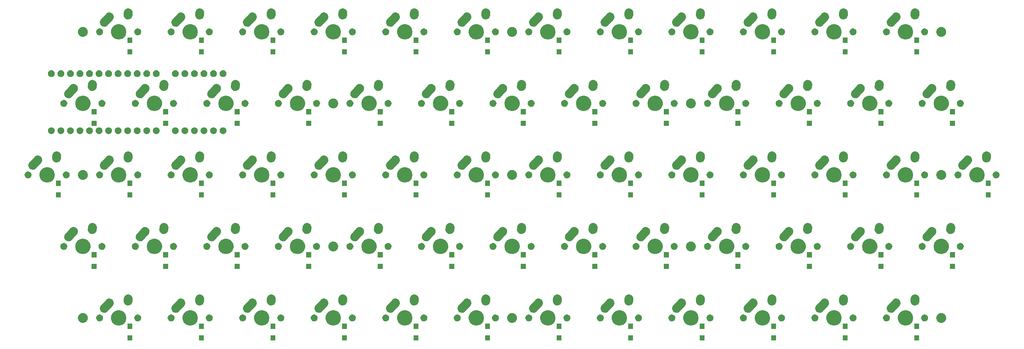
<source format=gbr>
G04 #@! TF.GenerationSoftware,KiCad,Pcbnew,(5.1.4)-1*
G04 #@! TF.CreationDate,2019-12-22T22:02:26+01:00*
G04 #@! TF.ProjectId,keyboard3,6b657962-6f61-4726-9433-2e6b69636164,rev?*
G04 #@! TF.SameCoordinates,Original*
G04 #@! TF.FileFunction,Soldermask,Bot*
G04 #@! TF.FilePolarity,Negative*
%FSLAX46Y46*%
G04 Gerber Fmt 4.6, Leading zero omitted, Abs format (unit mm)*
G04 Created by KiCad (PCBNEW (5.1.4)-1) date 2019-12-22 22:02:26*
%MOMM*%
%LPD*%
G04 APERTURE LIST*
%ADD10C,0.100000*%
G04 APERTURE END LIST*
D10*
G36*
X256857250Y-133807250D02*
G01*
X255555250Y-133807250D01*
X255555250Y-132405250D01*
X256857250Y-132405250D01*
X256857250Y-133807250D01*
X256857250Y-133807250D01*
G37*
G36*
X237807250Y-133807250D02*
G01*
X236505250Y-133807250D01*
X236505250Y-132405250D01*
X237807250Y-132405250D01*
X237807250Y-133807250D01*
X237807250Y-133807250D01*
G37*
G36*
X47307250Y-133807250D02*
G01*
X46005250Y-133807250D01*
X46005250Y-132405250D01*
X47307250Y-132405250D01*
X47307250Y-133807250D01*
X47307250Y-133807250D01*
G37*
G36*
X66357250Y-133807250D02*
G01*
X65055250Y-133807250D01*
X65055250Y-132405250D01*
X66357250Y-132405250D01*
X66357250Y-133807250D01*
X66357250Y-133807250D01*
G37*
G36*
X85407250Y-133807250D02*
G01*
X84105250Y-133807250D01*
X84105250Y-132405250D01*
X85407250Y-132405250D01*
X85407250Y-133807250D01*
X85407250Y-133807250D01*
G37*
G36*
X104457250Y-133807250D02*
G01*
X103155250Y-133807250D01*
X103155250Y-132405250D01*
X104457250Y-132405250D01*
X104457250Y-133807250D01*
X104457250Y-133807250D01*
G37*
G36*
X123507250Y-133807250D02*
G01*
X122205250Y-133807250D01*
X122205250Y-132405250D01*
X123507250Y-132405250D01*
X123507250Y-133807250D01*
X123507250Y-133807250D01*
G37*
G36*
X142557250Y-133807250D02*
G01*
X141255250Y-133807250D01*
X141255250Y-132405250D01*
X142557250Y-132405250D01*
X142557250Y-133807250D01*
X142557250Y-133807250D01*
G37*
G36*
X161607250Y-133807250D02*
G01*
X160305250Y-133807250D01*
X160305250Y-132405250D01*
X161607250Y-132405250D01*
X161607250Y-133807250D01*
X161607250Y-133807250D01*
G37*
G36*
X180657250Y-133807250D02*
G01*
X179355250Y-133807250D01*
X179355250Y-132405250D01*
X180657250Y-132405250D01*
X180657250Y-133807250D01*
X180657250Y-133807250D01*
G37*
G36*
X199707250Y-133807250D02*
G01*
X198405250Y-133807250D01*
X198405250Y-132405250D01*
X199707250Y-132405250D01*
X199707250Y-133807250D01*
X199707250Y-133807250D01*
G37*
G36*
X218757250Y-133807250D02*
G01*
X217455250Y-133807250D01*
X217455250Y-132405250D01*
X218757250Y-132405250D01*
X218757250Y-133807250D01*
X218757250Y-133807250D01*
G37*
G36*
X256857250Y-130707250D02*
G01*
X255555250Y-130707250D01*
X255555250Y-129305250D01*
X256857250Y-129305250D01*
X256857250Y-130707250D01*
X256857250Y-130707250D01*
G37*
G36*
X237807250Y-130707250D02*
G01*
X236505250Y-130707250D01*
X236505250Y-129305250D01*
X237807250Y-129305250D01*
X237807250Y-130707250D01*
X237807250Y-130707250D01*
G37*
G36*
X199707250Y-130707250D02*
G01*
X198405250Y-130707250D01*
X198405250Y-129305250D01*
X199707250Y-129305250D01*
X199707250Y-130707250D01*
X199707250Y-130707250D01*
G37*
G36*
X180657250Y-130707250D02*
G01*
X179355250Y-130707250D01*
X179355250Y-129305250D01*
X180657250Y-129305250D01*
X180657250Y-130707250D01*
X180657250Y-130707250D01*
G37*
G36*
X161607250Y-130707250D02*
G01*
X160305250Y-130707250D01*
X160305250Y-129305250D01*
X161607250Y-129305250D01*
X161607250Y-130707250D01*
X161607250Y-130707250D01*
G37*
G36*
X142557250Y-130707250D02*
G01*
X141255250Y-130707250D01*
X141255250Y-129305250D01*
X142557250Y-129305250D01*
X142557250Y-130707250D01*
X142557250Y-130707250D01*
G37*
G36*
X123507250Y-130707250D02*
G01*
X122205250Y-130707250D01*
X122205250Y-129305250D01*
X123507250Y-129305250D01*
X123507250Y-130707250D01*
X123507250Y-130707250D01*
G37*
G36*
X218757250Y-130707250D02*
G01*
X217455250Y-130707250D01*
X217455250Y-129305250D01*
X218757250Y-129305250D01*
X218757250Y-130707250D01*
X218757250Y-130707250D01*
G37*
G36*
X104457250Y-130707250D02*
G01*
X103155250Y-130707250D01*
X103155250Y-129305250D01*
X104457250Y-129305250D01*
X104457250Y-130707250D01*
X104457250Y-130707250D01*
G37*
G36*
X85407250Y-130707250D02*
G01*
X84105250Y-130707250D01*
X84105250Y-129305250D01*
X85407250Y-129305250D01*
X85407250Y-130707250D01*
X85407250Y-130707250D01*
G37*
G36*
X66357250Y-130707250D02*
G01*
X65055250Y-130707250D01*
X65055250Y-129305250D01*
X66357250Y-129305250D01*
X66357250Y-130707250D01*
X66357250Y-130707250D01*
G37*
G36*
X47307250Y-130707250D02*
G01*
X46005250Y-130707250D01*
X46005250Y-129305250D01*
X47307250Y-129305250D01*
X47307250Y-130707250D01*
X47307250Y-130707250D01*
G37*
G36*
X44252724Y-125827434D02*
G01*
X44470724Y-125917733D01*
X44624873Y-125981583D01*
X44959798Y-126205373D01*
X45244627Y-126490202D01*
X45468417Y-126825127D01*
X45500812Y-126903336D01*
X45622566Y-127197276D01*
X45701150Y-127592344D01*
X45701150Y-127995156D01*
X45622566Y-128390224D01*
X45571701Y-128513022D01*
X45468417Y-128762373D01*
X45244627Y-129097298D01*
X44959798Y-129382127D01*
X44624873Y-129605917D01*
X44470724Y-129669767D01*
X44252724Y-129760066D01*
X43857656Y-129838650D01*
X43454844Y-129838650D01*
X43059776Y-129760066D01*
X42841776Y-129669767D01*
X42687627Y-129605917D01*
X42352702Y-129382127D01*
X42067873Y-129097298D01*
X41844083Y-128762373D01*
X41740799Y-128513022D01*
X41689934Y-128390224D01*
X41611350Y-127995156D01*
X41611350Y-127592344D01*
X41689934Y-127197276D01*
X41811688Y-126903336D01*
X41844083Y-126825127D01*
X42067873Y-126490202D01*
X42352702Y-126205373D01*
X42687627Y-125981583D01*
X42841776Y-125917733D01*
X43059776Y-125827434D01*
X43454844Y-125748850D01*
X43857656Y-125748850D01*
X44252724Y-125827434D01*
X44252724Y-125827434D01*
G37*
G36*
X177602724Y-125827434D02*
G01*
X177820724Y-125917733D01*
X177974873Y-125981583D01*
X178309798Y-126205373D01*
X178594627Y-126490202D01*
X178818417Y-126825127D01*
X178850812Y-126903336D01*
X178972566Y-127197276D01*
X179051150Y-127592344D01*
X179051150Y-127995156D01*
X178972566Y-128390224D01*
X178921701Y-128513022D01*
X178818417Y-128762373D01*
X178594627Y-129097298D01*
X178309798Y-129382127D01*
X177974873Y-129605917D01*
X177820724Y-129669767D01*
X177602724Y-129760066D01*
X177207656Y-129838650D01*
X176804844Y-129838650D01*
X176409776Y-129760066D01*
X176191776Y-129669767D01*
X176037627Y-129605917D01*
X175702702Y-129382127D01*
X175417873Y-129097298D01*
X175194083Y-128762373D01*
X175090799Y-128513022D01*
X175039934Y-128390224D01*
X174961350Y-127995156D01*
X174961350Y-127592344D01*
X175039934Y-127197276D01*
X175161688Y-126903336D01*
X175194083Y-126825127D01*
X175417873Y-126490202D01*
X175702702Y-126205373D01*
X176037627Y-125981583D01*
X176191776Y-125917733D01*
X176409776Y-125827434D01*
X176804844Y-125748850D01*
X177207656Y-125748850D01*
X177602724Y-125827434D01*
X177602724Y-125827434D01*
G37*
G36*
X196652724Y-125827434D02*
G01*
X196870724Y-125917733D01*
X197024873Y-125981583D01*
X197359798Y-126205373D01*
X197644627Y-126490202D01*
X197868417Y-126825127D01*
X197900812Y-126903336D01*
X198022566Y-127197276D01*
X198101150Y-127592344D01*
X198101150Y-127995156D01*
X198022566Y-128390224D01*
X197971701Y-128513022D01*
X197868417Y-128762373D01*
X197644627Y-129097298D01*
X197359798Y-129382127D01*
X197024873Y-129605917D01*
X196870724Y-129669767D01*
X196652724Y-129760066D01*
X196257656Y-129838650D01*
X195854844Y-129838650D01*
X195459776Y-129760066D01*
X195241776Y-129669767D01*
X195087627Y-129605917D01*
X194752702Y-129382127D01*
X194467873Y-129097298D01*
X194244083Y-128762373D01*
X194140799Y-128513022D01*
X194089934Y-128390224D01*
X194011350Y-127995156D01*
X194011350Y-127592344D01*
X194089934Y-127197276D01*
X194211688Y-126903336D01*
X194244083Y-126825127D01*
X194467873Y-126490202D01*
X194752702Y-126205373D01*
X195087627Y-125981583D01*
X195241776Y-125917733D01*
X195459776Y-125827434D01*
X195854844Y-125748850D01*
X196257656Y-125748850D01*
X196652724Y-125827434D01*
X196652724Y-125827434D01*
G37*
G36*
X158552724Y-125827434D02*
G01*
X158770724Y-125917733D01*
X158924873Y-125981583D01*
X159259798Y-126205373D01*
X159544627Y-126490202D01*
X159768417Y-126825127D01*
X159800812Y-126903336D01*
X159922566Y-127197276D01*
X160001150Y-127592344D01*
X160001150Y-127995156D01*
X159922566Y-128390224D01*
X159871701Y-128513022D01*
X159768417Y-128762373D01*
X159544627Y-129097298D01*
X159259798Y-129382127D01*
X158924873Y-129605917D01*
X158770724Y-129669767D01*
X158552724Y-129760066D01*
X158157656Y-129838650D01*
X157754844Y-129838650D01*
X157359776Y-129760066D01*
X157141776Y-129669767D01*
X156987627Y-129605917D01*
X156652702Y-129382127D01*
X156367873Y-129097298D01*
X156144083Y-128762373D01*
X156040799Y-128513022D01*
X155989934Y-128390224D01*
X155911350Y-127995156D01*
X155911350Y-127592344D01*
X155989934Y-127197276D01*
X156111688Y-126903336D01*
X156144083Y-126825127D01*
X156367873Y-126490202D01*
X156652702Y-126205373D01*
X156987627Y-125981583D01*
X157141776Y-125917733D01*
X157359776Y-125827434D01*
X157754844Y-125748850D01*
X158157656Y-125748850D01*
X158552724Y-125827434D01*
X158552724Y-125827434D01*
G37*
G36*
X215702724Y-125827434D02*
G01*
X215920724Y-125917733D01*
X216074873Y-125981583D01*
X216409798Y-126205373D01*
X216694627Y-126490202D01*
X216918417Y-126825127D01*
X216950812Y-126903336D01*
X217072566Y-127197276D01*
X217151150Y-127592344D01*
X217151150Y-127995156D01*
X217072566Y-128390224D01*
X217021701Y-128513022D01*
X216918417Y-128762373D01*
X216694627Y-129097298D01*
X216409798Y-129382127D01*
X216074873Y-129605917D01*
X215920724Y-129669767D01*
X215702724Y-129760066D01*
X215307656Y-129838650D01*
X214904844Y-129838650D01*
X214509776Y-129760066D01*
X214291776Y-129669767D01*
X214137627Y-129605917D01*
X213802702Y-129382127D01*
X213517873Y-129097298D01*
X213294083Y-128762373D01*
X213190799Y-128513022D01*
X213139934Y-128390224D01*
X213061350Y-127995156D01*
X213061350Y-127592344D01*
X213139934Y-127197276D01*
X213261688Y-126903336D01*
X213294083Y-126825127D01*
X213517873Y-126490202D01*
X213802702Y-126205373D01*
X214137627Y-125981583D01*
X214291776Y-125917733D01*
X214509776Y-125827434D01*
X214904844Y-125748850D01*
X215307656Y-125748850D01*
X215702724Y-125827434D01*
X215702724Y-125827434D01*
G37*
G36*
X120452724Y-125827434D02*
G01*
X120670724Y-125917733D01*
X120824873Y-125981583D01*
X121159798Y-126205373D01*
X121444627Y-126490202D01*
X121668417Y-126825127D01*
X121700812Y-126903336D01*
X121822566Y-127197276D01*
X121901150Y-127592344D01*
X121901150Y-127995156D01*
X121822566Y-128390224D01*
X121771701Y-128513022D01*
X121668417Y-128762373D01*
X121444627Y-129097298D01*
X121159798Y-129382127D01*
X120824873Y-129605917D01*
X120670724Y-129669767D01*
X120452724Y-129760066D01*
X120057656Y-129838650D01*
X119654844Y-129838650D01*
X119259776Y-129760066D01*
X119041776Y-129669767D01*
X118887627Y-129605917D01*
X118552702Y-129382127D01*
X118267873Y-129097298D01*
X118044083Y-128762373D01*
X117940799Y-128513022D01*
X117889934Y-128390224D01*
X117811350Y-127995156D01*
X117811350Y-127592344D01*
X117889934Y-127197276D01*
X118011688Y-126903336D01*
X118044083Y-126825127D01*
X118267873Y-126490202D01*
X118552702Y-126205373D01*
X118887627Y-125981583D01*
X119041776Y-125917733D01*
X119259776Y-125827434D01*
X119654844Y-125748850D01*
X120057656Y-125748850D01*
X120452724Y-125827434D01*
X120452724Y-125827434D01*
G37*
G36*
X253802724Y-125827434D02*
G01*
X254020724Y-125917733D01*
X254174873Y-125981583D01*
X254509798Y-126205373D01*
X254794627Y-126490202D01*
X255018417Y-126825127D01*
X255050812Y-126903336D01*
X255172566Y-127197276D01*
X255251150Y-127592344D01*
X255251150Y-127995156D01*
X255172566Y-128390224D01*
X255121701Y-128513022D01*
X255018417Y-128762373D01*
X254794627Y-129097298D01*
X254509798Y-129382127D01*
X254174873Y-129605917D01*
X254020724Y-129669767D01*
X253802724Y-129760066D01*
X253407656Y-129838650D01*
X253004844Y-129838650D01*
X252609776Y-129760066D01*
X252391776Y-129669767D01*
X252237627Y-129605917D01*
X251902702Y-129382127D01*
X251617873Y-129097298D01*
X251394083Y-128762373D01*
X251290799Y-128513022D01*
X251239934Y-128390224D01*
X251161350Y-127995156D01*
X251161350Y-127592344D01*
X251239934Y-127197276D01*
X251361688Y-126903336D01*
X251394083Y-126825127D01*
X251617873Y-126490202D01*
X251902702Y-126205373D01*
X252237627Y-125981583D01*
X252391776Y-125917733D01*
X252609776Y-125827434D01*
X253004844Y-125748850D01*
X253407656Y-125748850D01*
X253802724Y-125827434D01*
X253802724Y-125827434D01*
G37*
G36*
X63302724Y-125827434D02*
G01*
X63520724Y-125917733D01*
X63674873Y-125981583D01*
X64009798Y-126205373D01*
X64294627Y-126490202D01*
X64518417Y-126825127D01*
X64550812Y-126903336D01*
X64672566Y-127197276D01*
X64751150Y-127592344D01*
X64751150Y-127995156D01*
X64672566Y-128390224D01*
X64621701Y-128513022D01*
X64518417Y-128762373D01*
X64294627Y-129097298D01*
X64009798Y-129382127D01*
X63674873Y-129605917D01*
X63520724Y-129669767D01*
X63302724Y-129760066D01*
X62907656Y-129838650D01*
X62504844Y-129838650D01*
X62109776Y-129760066D01*
X61891776Y-129669767D01*
X61737627Y-129605917D01*
X61402702Y-129382127D01*
X61117873Y-129097298D01*
X60894083Y-128762373D01*
X60790799Y-128513022D01*
X60739934Y-128390224D01*
X60661350Y-127995156D01*
X60661350Y-127592344D01*
X60739934Y-127197276D01*
X60861688Y-126903336D01*
X60894083Y-126825127D01*
X61117873Y-126490202D01*
X61402702Y-126205373D01*
X61737627Y-125981583D01*
X61891776Y-125917733D01*
X62109776Y-125827434D01*
X62504844Y-125748850D01*
X62907656Y-125748850D01*
X63302724Y-125827434D01*
X63302724Y-125827434D01*
G37*
G36*
X82352724Y-125827434D02*
G01*
X82570724Y-125917733D01*
X82724873Y-125981583D01*
X83059798Y-126205373D01*
X83344627Y-126490202D01*
X83568417Y-126825127D01*
X83600812Y-126903336D01*
X83722566Y-127197276D01*
X83801150Y-127592344D01*
X83801150Y-127995156D01*
X83722566Y-128390224D01*
X83671701Y-128513022D01*
X83568417Y-128762373D01*
X83344627Y-129097298D01*
X83059798Y-129382127D01*
X82724873Y-129605917D01*
X82570724Y-129669767D01*
X82352724Y-129760066D01*
X81957656Y-129838650D01*
X81554844Y-129838650D01*
X81159776Y-129760066D01*
X80941776Y-129669767D01*
X80787627Y-129605917D01*
X80452702Y-129382127D01*
X80167873Y-129097298D01*
X79944083Y-128762373D01*
X79840799Y-128513022D01*
X79789934Y-128390224D01*
X79711350Y-127995156D01*
X79711350Y-127592344D01*
X79789934Y-127197276D01*
X79911688Y-126903336D01*
X79944083Y-126825127D01*
X80167873Y-126490202D01*
X80452702Y-126205373D01*
X80787627Y-125981583D01*
X80941776Y-125917733D01*
X81159776Y-125827434D01*
X81554844Y-125748850D01*
X81957656Y-125748850D01*
X82352724Y-125827434D01*
X82352724Y-125827434D01*
G37*
G36*
X234752724Y-125827434D02*
G01*
X234970724Y-125917733D01*
X235124873Y-125981583D01*
X235459798Y-126205373D01*
X235744627Y-126490202D01*
X235968417Y-126825127D01*
X236000812Y-126903336D01*
X236122566Y-127197276D01*
X236201150Y-127592344D01*
X236201150Y-127995156D01*
X236122566Y-128390224D01*
X236071701Y-128513022D01*
X235968417Y-128762373D01*
X235744627Y-129097298D01*
X235459798Y-129382127D01*
X235124873Y-129605917D01*
X234970724Y-129669767D01*
X234752724Y-129760066D01*
X234357656Y-129838650D01*
X233954844Y-129838650D01*
X233559776Y-129760066D01*
X233341776Y-129669767D01*
X233187627Y-129605917D01*
X232852702Y-129382127D01*
X232567873Y-129097298D01*
X232344083Y-128762373D01*
X232240799Y-128513022D01*
X232189934Y-128390224D01*
X232111350Y-127995156D01*
X232111350Y-127592344D01*
X232189934Y-127197276D01*
X232311688Y-126903336D01*
X232344083Y-126825127D01*
X232567873Y-126490202D01*
X232852702Y-126205373D01*
X233187627Y-125981583D01*
X233341776Y-125917733D01*
X233559776Y-125827434D01*
X233954844Y-125748850D01*
X234357656Y-125748850D01*
X234752724Y-125827434D01*
X234752724Y-125827434D01*
G37*
G36*
X139502724Y-125827434D02*
G01*
X139720724Y-125917733D01*
X139874873Y-125981583D01*
X140209798Y-126205373D01*
X140494627Y-126490202D01*
X140718417Y-126825127D01*
X140750812Y-126903336D01*
X140872566Y-127197276D01*
X140951150Y-127592344D01*
X140951150Y-127995156D01*
X140872566Y-128390224D01*
X140821701Y-128513022D01*
X140718417Y-128762373D01*
X140494627Y-129097298D01*
X140209798Y-129382127D01*
X139874873Y-129605917D01*
X139720724Y-129669767D01*
X139502724Y-129760066D01*
X139107656Y-129838650D01*
X138704844Y-129838650D01*
X138309776Y-129760066D01*
X138091776Y-129669767D01*
X137937627Y-129605917D01*
X137602702Y-129382127D01*
X137317873Y-129097298D01*
X137094083Y-128762373D01*
X136990799Y-128513022D01*
X136939934Y-128390224D01*
X136861350Y-127995156D01*
X136861350Y-127592344D01*
X136939934Y-127197276D01*
X137061688Y-126903336D01*
X137094083Y-126825127D01*
X137317873Y-126490202D01*
X137602702Y-126205373D01*
X137937627Y-125981583D01*
X138091776Y-125917733D01*
X138309776Y-125827434D01*
X138704844Y-125748850D01*
X139107656Y-125748850D01*
X139502724Y-125827434D01*
X139502724Y-125827434D01*
G37*
G36*
X101402724Y-125827434D02*
G01*
X101620724Y-125917733D01*
X101774873Y-125981583D01*
X102109798Y-126205373D01*
X102394627Y-126490202D01*
X102618417Y-126825127D01*
X102650812Y-126903336D01*
X102772566Y-127197276D01*
X102851150Y-127592344D01*
X102851150Y-127995156D01*
X102772566Y-128390224D01*
X102721701Y-128513022D01*
X102618417Y-128762373D01*
X102394627Y-129097298D01*
X102109798Y-129382127D01*
X101774873Y-129605917D01*
X101620724Y-129669767D01*
X101402724Y-129760066D01*
X101007656Y-129838650D01*
X100604844Y-129838650D01*
X100209776Y-129760066D01*
X99991776Y-129669767D01*
X99837627Y-129605917D01*
X99502702Y-129382127D01*
X99217873Y-129097298D01*
X98994083Y-128762373D01*
X98890799Y-128513022D01*
X98839934Y-128390224D01*
X98761350Y-127995156D01*
X98761350Y-127592344D01*
X98839934Y-127197276D01*
X98961688Y-126903336D01*
X98994083Y-126825127D01*
X99217873Y-126490202D01*
X99502702Y-126205373D01*
X99837627Y-125981583D01*
X99991776Y-125917733D01*
X100209776Y-125827434D01*
X100604844Y-125748850D01*
X101007656Y-125748850D01*
X101402724Y-125827434D01*
X101402724Y-125827434D01*
G37*
G36*
X34510737Y-126542746D02*
G01*
X34747503Y-126640818D01*
X34747505Y-126640819D01*
X34960589Y-126783197D01*
X35141803Y-126964411D01*
X35284182Y-127177497D01*
X35382254Y-127414263D01*
X35432250Y-127665611D01*
X35432250Y-127921889D01*
X35382254Y-128173237D01*
X35294936Y-128384040D01*
X35284181Y-128410005D01*
X35141803Y-128623089D01*
X34960589Y-128804303D01*
X34747505Y-128946681D01*
X34747504Y-128946682D01*
X34747503Y-128946682D01*
X34510737Y-129044754D01*
X34259389Y-129094750D01*
X34003111Y-129094750D01*
X33751763Y-129044754D01*
X33514997Y-128946682D01*
X33514996Y-128946682D01*
X33514995Y-128946681D01*
X33301911Y-128804303D01*
X33120697Y-128623089D01*
X32978319Y-128410005D01*
X32967564Y-128384040D01*
X32880246Y-128173237D01*
X32830250Y-127921889D01*
X32830250Y-127665611D01*
X32880246Y-127414263D01*
X32978318Y-127177497D01*
X33120697Y-126964411D01*
X33301911Y-126783197D01*
X33514995Y-126640819D01*
X33514997Y-126640818D01*
X33751763Y-126542746D01*
X34003111Y-126492750D01*
X34259389Y-126492750D01*
X34510737Y-126542746D01*
X34510737Y-126542746D01*
G37*
G36*
X148810737Y-126542746D02*
G01*
X149047503Y-126640818D01*
X149047505Y-126640819D01*
X149260589Y-126783197D01*
X149441803Y-126964411D01*
X149584182Y-127177497D01*
X149682254Y-127414263D01*
X149732250Y-127665611D01*
X149732250Y-127921889D01*
X149682254Y-128173237D01*
X149594936Y-128384040D01*
X149584181Y-128410005D01*
X149441803Y-128623089D01*
X149260589Y-128804303D01*
X149047505Y-128946681D01*
X149047504Y-128946682D01*
X149047503Y-128946682D01*
X148810737Y-129044754D01*
X148559389Y-129094750D01*
X148303111Y-129094750D01*
X148051763Y-129044754D01*
X147814997Y-128946682D01*
X147814996Y-128946682D01*
X147814995Y-128946681D01*
X147601911Y-128804303D01*
X147420697Y-128623089D01*
X147278319Y-128410005D01*
X147267564Y-128384040D01*
X147180246Y-128173237D01*
X147130250Y-127921889D01*
X147130250Y-127665611D01*
X147180246Y-127414263D01*
X147278318Y-127177497D01*
X147420697Y-126964411D01*
X147601911Y-126783197D01*
X147814995Y-126640819D01*
X147814997Y-126640818D01*
X148051763Y-126542746D01*
X148303111Y-126492750D01*
X148559389Y-126492750D01*
X148810737Y-126542746D01*
X148810737Y-126542746D01*
G37*
G36*
X263110737Y-126542746D02*
G01*
X263347503Y-126640818D01*
X263347505Y-126640819D01*
X263560589Y-126783197D01*
X263741803Y-126964411D01*
X263884182Y-127177497D01*
X263982254Y-127414263D01*
X264032250Y-127665611D01*
X264032250Y-127921889D01*
X263982254Y-128173237D01*
X263894936Y-128384040D01*
X263884181Y-128410005D01*
X263741803Y-128623089D01*
X263560589Y-128804303D01*
X263347505Y-128946681D01*
X263347504Y-128946682D01*
X263347503Y-128946682D01*
X263110737Y-129044754D01*
X262859389Y-129094750D01*
X262603111Y-129094750D01*
X262351763Y-129044754D01*
X262114997Y-128946682D01*
X262114996Y-128946682D01*
X262114995Y-128946681D01*
X261901911Y-128804303D01*
X261720697Y-128623089D01*
X261578319Y-128410005D01*
X261567564Y-128384040D01*
X261480246Y-128173237D01*
X261430250Y-127921889D01*
X261430250Y-127665611D01*
X261480246Y-127414263D01*
X261578318Y-127177497D01*
X261720697Y-126964411D01*
X261901911Y-126783197D01*
X262114995Y-126640819D01*
X262114997Y-126640818D01*
X262351763Y-126542746D01*
X262603111Y-126492750D01*
X262859389Y-126492750D01*
X263110737Y-126542746D01*
X263110737Y-126542746D01*
G37*
G36*
X125206354Y-126903335D02*
G01*
X125374876Y-126973139D01*
X125526541Y-127074478D01*
X125655522Y-127203459D01*
X125756861Y-127355124D01*
X125826665Y-127523646D01*
X125862250Y-127702547D01*
X125862250Y-127884953D01*
X125826665Y-128063854D01*
X125756861Y-128232376D01*
X125655522Y-128384041D01*
X125526541Y-128513022D01*
X125374876Y-128614361D01*
X125206354Y-128684165D01*
X125027453Y-128719750D01*
X124845047Y-128719750D01*
X124666146Y-128684165D01*
X124497624Y-128614361D01*
X124345959Y-128513022D01*
X124216978Y-128384041D01*
X124115639Y-128232376D01*
X124045835Y-128063854D01*
X124010250Y-127884953D01*
X124010250Y-127702547D01*
X124045835Y-127523646D01*
X124115639Y-127355124D01*
X124216978Y-127203459D01*
X124345959Y-127074478D01*
X124497624Y-126973139D01*
X124666146Y-126903335D01*
X124845047Y-126867750D01*
X125027453Y-126867750D01*
X125206354Y-126903335D01*
X125206354Y-126903335D01*
G37*
G36*
X115046354Y-126903335D02*
G01*
X115214876Y-126973139D01*
X115366541Y-127074478D01*
X115495522Y-127203459D01*
X115596861Y-127355124D01*
X115666665Y-127523646D01*
X115702250Y-127702547D01*
X115702250Y-127884953D01*
X115666665Y-128063854D01*
X115596861Y-128232376D01*
X115495522Y-128384041D01*
X115366541Y-128513022D01*
X115214876Y-128614361D01*
X115046354Y-128684165D01*
X114867453Y-128719750D01*
X114685047Y-128719750D01*
X114506146Y-128684165D01*
X114337624Y-128614361D01*
X114185959Y-128513022D01*
X114056978Y-128384041D01*
X113955639Y-128232376D01*
X113885835Y-128063854D01*
X113850250Y-127884953D01*
X113850250Y-127702547D01*
X113885835Y-127523646D01*
X113955639Y-127355124D01*
X114056978Y-127203459D01*
X114185959Y-127074478D01*
X114337624Y-126973139D01*
X114506146Y-126903335D01*
X114685047Y-126867750D01*
X114867453Y-126867750D01*
X115046354Y-126903335D01*
X115046354Y-126903335D01*
G37*
G36*
X239506354Y-126903335D02*
G01*
X239674876Y-126973139D01*
X239826541Y-127074478D01*
X239955522Y-127203459D01*
X240056861Y-127355124D01*
X240126665Y-127523646D01*
X240162250Y-127702547D01*
X240162250Y-127884953D01*
X240126665Y-128063854D01*
X240056861Y-128232376D01*
X239955522Y-128384041D01*
X239826541Y-128513022D01*
X239674876Y-128614361D01*
X239506354Y-128684165D01*
X239327453Y-128719750D01*
X239145047Y-128719750D01*
X238966146Y-128684165D01*
X238797624Y-128614361D01*
X238645959Y-128513022D01*
X238516978Y-128384041D01*
X238415639Y-128232376D01*
X238345835Y-128063854D01*
X238310250Y-127884953D01*
X238310250Y-127702547D01*
X238345835Y-127523646D01*
X238415639Y-127355124D01*
X238516978Y-127203459D01*
X238645959Y-127074478D01*
X238797624Y-126973139D01*
X238966146Y-126903335D01*
X239145047Y-126867750D01*
X239327453Y-126867750D01*
X239506354Y-126903335D01*
X239506354Y-126903335D01*
G37*
G36*
X144256354Y-126903335D02*
G01*
X144424876Y-126973139D01*
X144576541Y-127074478D01*
X144705522Y-127203459D01*
X144806861Y-127355124D01*
X144876665Y-127523646D01*
X144912250Y-127702547D01*
X144912250Y-127884953D01*
X144876665Y-128063854D01*
X144806861Y-128232376D01*
X144705522Y-128384041D01*
X144576541Y-128513022D01*
X144424876Y-128614361D01*
X144256354Y-128684165D01*
X144077453Y-128719750D01*
X143895047Y-128719750D01*
X143716146Y-128684165D01*
X143547624Y-128614361D01*
X143395959Y-128513022D01*
X143266978Y-128384041D01*
X143165639Y-128232376D01*
X143095835Y-128063854D01*
X143060250Y-127884953D01*
X143060250Y-127702547D01*
X143095835Y-127523646D01*
X143165639Y-127355124D01*
X143266978Y-127203459D01*
X143395959Y-127074478D01*
X143547624Y-126973139D01*
X143716146Y-126903335D01*
X143895047Y-126867750D01*
X144077453Y-126867750D01*
X144256354Y-126903335D01*
X144256354Y-126903335D01*
G37*
G36*
X134096354Y-126903335D02*
G01*
X134264876Y-126973139D01*
X134416541Y-127074478D01*
X134545522Y-127203459D01*
X134646861Y-127355124D01*
X134716665Y-127523646D01*
X134752250Y-127702547D01*
X134752250Y-127884953D01*
X134716665Y-128063854D01*
X134646861Y-128232376D01*
X134545522Y-128384041D01*
X134416541Y-128513022D01*
X134264876Y-128614361D01*
X134096354Y-128684165D01*
X133917453Y-128719750D01*
X133735047Y-128719750D01*
X133556146Y-128684165D01*
X133387624Y-128614361D01*
X133235959Y-128513022D01*
X133106978Y-128384041D01*
X133005639Y-128232376D01*
X132935835Y-128063854D01*
X132900250Y-127884953D01*
X132900250Y-127702547D01*
X132935835Y-127523646D01*
X133005639Y-127355124D01*
X133106978Y-127203459D01*
X133235959Y-127074478D01*
X133387624Y-126973139D01*
X133556146Y-126903335D01*
X133735047Y-126867750D01*
X133917453Y-126867750D01*
X134096354Y-126903335D01*
X134096354Y-126903335D01*
G37*
G36*
X210296354Y-126903335D02*
G01*
X210464876Y-126973139D01*
X210616541Y-127074478D01*
X210745522Y-127203459D01*
X210846861Y-127355124D01*
X210916665Y-127523646D01*
X210952250Y-127702547D01*
X210952250Y-127884953D01*
X210916665Y-128063854D01*
X210846861Y-128232376D01*
X210745522Y-128384041D01*
X210616541Y-128513022D01*
X210464876Y-128614361D01*
X210296354Y-128684165D01*
X210117453Y-128719750D01*
X209935047Y-128719750D01*
X209756146Y-128684165D01*
X209587624Y-128614361D01*
X209435959Y-128513022D01*
X209306978Y-128384041D01*
X209205639Y-128232376D01*
X209135835Y-128063854D01*
X209100250Y-127884953D01*
X209100250Y-127702547D01*
X209135835Y-127523646D01*
X209205639Y-127355124D01*
X209306978Y-127203459D01*
X209435959Y-127074478D01*
X209587624Y-126973139D01*
X209756146Y-126903335D01*
X209935047Y-126867750D01*
X210117453Y-126867750D01*
X210296354Y-126903335D01*
X210296354Y-126903335D01*
G37*
G36*
X163306354Y-126903335D02*
G01*
X163474876Y-126973139D01*
X163626541Y-127074478D01*
X163755522Y-127203459D01*
X163856861Y-127355124D01*
X163926665Y-127523646D01*
X163962250Y-127702547D01*
X163962250Y-127884953D01*
X163926665Y-128063854D01*
X163856861Y-128232376D01*
X163755522Y-128384041D01*
X163626541Y-128513022D01*
X163474876Y-128614361D01*
X163306354Y-128684165D01*
X163127453Y-128719750D01*
X162945047Y-128719750D01*
X162766146Y-128684165D01*
X162597624Y-128614361D01*
X162445959Y-128513022D01*
X162316978Y-128384041D01*
X162215639Y-128232376D01*
X162145835Y-128063854D01*
X162110250Y-127884953D01*
X162110250Y-127702547D01*
X162145835Y-127523646D01*
X162215639Y-127355124D01*
X162316978Y-127203459D01*
X162445959Y-127074478D01*
X162597624Y-126973139D01*
X162766146Y-126903335D01*
X162945047Y-126867750D01*
X163127453Y-126867750D01*
X163306354Y-126903335D01*
X163306354Y-126903335D01*
G37*
G36*
X153146354Y-126903335D02*
G01*
X153314876Y-126973139D01*
X153466541Y-127074478D01*
X153595522Y-127203459D01*
X153696861Y-127355124D01*
X153766665Y-127523646D01*
X153802250Y-127702547D01*
X153802250Y-127884953D01*
X153766665Y-128063854D01*
X153696861Y-128232376D01*
X153595522Y-128384041D01*
X153466541Y-128513022D01*
X153314876Y-128614361D01*
X153146354Y-128684165D01*
X152967453Y-128719750D01*
X152785047Y-128719750D01*
X152606146Y-128684165D01*
X152437624Y-128614361D01*
X152285959Y-128513022D01*
X152156978Y-128384041D01*
X152055639Y-128232376D01*
X151985835Y-128063854D01*
X151950250Y-127884953D01*
X151950250Y-127702547D01*
X151985835Y-127523646D01*
X152055639Y-127355124D01*
X152156978Y-127203459D01*
X152285959Y-127074478D01*
X152437624Y-126973139D01*
X152606146Y-126903335D01*
X152785047Y-126867750D01*
X152967453Y-126867750D01*
X153146354Y-126903335D01*
X153146354Y-126903335D01*
G37*
G36*
X182356354Y-126903335D02*
G01*
X182524876Y-126973139D01*
X182676541Y-127074478D01*
X182805522Y-127203459D01*
X182906861Y-127355124D01*
X182976665Y-127523646D01*
X183012250Y-127702547D01*
X183012250Y-127884953D01*
X182976665Y-128063854D01*
X182906861Y-128232376D01*
X182805522Y-128384041D01*
X182676541Y-128513022D01*
X182524876Y-128614361D01*
X182356354Y-128684165D01*
X182177453Y-128719750D01*
X181995047Y-128719750D01*
X181816146Y-128684165D01*
X181647624Y-128614361D01*
X181495959Y-128513022D01*
X181366978Y-128384041D01*
X181265639Y-128232376D01*
X181195835Y-128063854D01*
X181160250Y-127884953D01*
X181160250Y-127702547D01*
X181195835Y-127523646D01*
X181265639Y-127355124D01*
X181366978Y-127203459D01*
X181495959Y-127074478D01*
X181647624Y-126973139D01*
X181816146Y-126903335D01*
X181995047Y-126867750D01*
X182177453Y-126867750D01*
X182356354Y-126903335D01*
X182356354Y-126903335D01*
G37*
G36*
X172196354Y-126903335D02*
G01*
X172364876Y-126973139D01*
X172516541Y-127074478D01*
X172645522Y-127203459D01*
X172746861Y-127355124D01*
X172816665Y-127523646D01*
X172852250Y-127702547D01*
X172852250Y-127884953D01*
X172816665Y-128063854D01*
X172746861Y-128232376D01*
X172645522Y-128384041D01*
X172516541Y-128513022D01*
X172364876Y-128614361D01*
X172196354Y-128684165D01*
X172017453Y-128719750D01*
X171835047Y-128719750D01*
X171656146Y-128684165D01*
X171487624Y-128614361D01*
X171335959Y-128513022D01*
X171206978Y-128384041D01*
X171105639Y-128232376D01*
X171035835Y-128063854D01*
X171000250Y-127884953D01*
X171000250Y-127702547D01*
X171035835Y-127523646D01*
X171105639Y-127355124D01*
X171206978Y-127203459D01*
X171335959Y-127074478D01*
X171487624Y-126973139D01*
X171656146Y-126903335D01*
X171835047Y-126867750D01*
X172017453Y-126867750D01*
X172196354Y-126903335D01*
X172196354Y-126903335D01*
G37*
G36*
X191246354Y-126903335D02*
G01*
X191414876Y-126973139D01*
X191566541Y-127074478D01*
X191695522Y-127203459D01*
X191796861Y-127355124D01*
X191866665Y-127523646D01*
X191902250Y-127702547D01*
X191902250Y-127884953D01*
X191866665Y-128063854D01*
X191796861Y-128232376D01*
X191695522Y-128384041D01*
X191566541Y-128513022D01*
X191414876Y-128614361D01*
X191246354Y-128684165D01*
X191067453Y-128719750D01*
X190885047Y-128719750D01*
X190706146Y-128684165D01*
X190537624Y-128614361D01*
X190385959Y-128513022D01*
X190256978Y-128384041D01*
X190155639Y-128232376D01*
X190085835Y-128063854D01*
X190050250Y-127884953D01*
X190050250Y-127702547D01*
X190085835Y-127523646D01*
X190155639Y-127355124D01*
X190256978Y-127203459D01*
X190385959Y-127074478D01*
X190537624Y-126973139D01*
X190706146Y-126903335D01*
X190885047Y-126867750D01*
X191067453Y-126867750D01*
X191246354Y-126903335D01*
X191246354Y-126903335D01*
G37*
G36*
X220456354Y-126903335D02*
G01*
X220624876Y-126973139D01*
X220776541Y-127074478D01*
X220905522Y-127203459D01*
X221006861Y-127355124D01*
X221076665Y-127523646D01*
X221112250Y-127702547D01*
X221112250Y-127884953D01*
X221076665Y-128063854D01*
X221006861Y-128232376D01*
X220905522Y-128384041D01*
X220776541Y-128513022D01*
X220624876Y-128614361D01*
X220456354Y-128684165D01*
X220277453Y-128719750D01*
X220095047Y-128719750D01*
X219916146Y-128684165D01*
X219747624Y-128614361D01*
X219595959Y-128513022D01*
X219466978Y-128384041D01*
X219365639Y-128232376D01*
X219295835Y-128063854D01*
X219260250Y-127884953D01*
X219260250Y-127702547D01*
X219295835Y-127523646D01*
X219365639Y-127355124D01*
X219466978Y-127203459D01*
X219595959Y-127074478D01*
X219747624Y-126973139D01*
X219916146Y-126903335D01*
X220095047Y-126867750D01*
X220277453Y-126867750D01*
X220456354Y-126903335D01*
X220456354Y-126903335D01*
G37*
G36*
X201406354Y-126903335D02*
G01*
X201574876Y-126973139D01*
X201726541Y-127074478D01*
X201855522Y-127203459D01*
X201956861Y-127355124D01*
X202026665Y-127523646D01*
X202062250Y-127702547D01*
X202062250Y-127884953D01*
X202026665Y-128063854D01*
X201956861Y-128232376D01*
X201855522Y-128384041D01*
X201726541Y-128513022D01*
X201574876Y-128614361D01*
X201406354Y-128684165D01*
X201227453Y-128719750D01*
X201045047Y-128719750D01*
X200866146Y-128684165D01*
X200697624Y-128614361D01*
X200545959Y-128513022D01*
X200416978Y-128384041D01*
X200315639Y-128232376D01*
X200245835Y-128063854D01*
X200210250Y-127884953D01*
X200210250Y-127702547D01*
X200245835Y-127523646D01*
X200315639Y-127355124D01*
X200416978Y-127203459D01*
X200545959Y-127074478D01*
X200697624Y-126973139D01*
X200866146Y-126903335D01*
X201045047Y-126867750D01*
X201227453Y-126867750D01*
X201406354Y-126903335D01*
X201406354Y-126903335D01*
G37*
G36*
X229346354Y-126903335D02*
G01*
X229514876Y-126973139D01*
X229666541Y-127074478D01*
X229795522Y-127203459D01*
X229896861Y-127355124D01*
X229966665Y-127523646D01*
X230002250Y-127702547D01*
X230002250Y-127884953D01*
X229966665Y-128063854D01*
X229896861Y-128232376D01*
X229795522Y-128384041D01*
X229666541Y-128513022D01*
X229514876Y-128614361D01*
X229346354Y-128684165D01*
X229167453Y-128719750D01*
X228985047Y-128719750D01*
X228806146Y-128684165D01*
X228637624Y-128614361D01*
X228485959Y-128513022D01*
X228356978Y-128384041D01*
X228255639Y-128232376D01*
X228185835Y-128063854D01*
X228150250Y-127884953D01*
X228150250Y-127702547D01*
X228185835Y-127523646D01*
X228255639Y-127355124D01*
X228356978Y-127203459D01*
X228485959Y-127074478D01*
X228637624Y-126973139D01*
X228806146Y-126903335D01*
X228985047Y-126867750D01*
X229167453Y-126867750D01*
X229346354Y-126903335D01*
X229346354Y-126903335D01*
G37*
G36*
X258556354Y-126903335D02*
G01*
X258724876Y-126973139D01*
X258876541Y-127074478D01*
X259005522Y-127203459D01*
X259106861Y-127355124D01*
X259176665Y-127523646D01*
X259212250Y-127702547D01*
X259212250Y-127884953D01*
X259176665Y-128063854D01*
X259106861Y-128232376D01*
X259005522Y-128384041D01*
X258876541Y-128513022D01*
X258724876Y-128614361D01*
X258556354Y-128684165D01*
X258377453Y-128719750D01*
X258195047Y-128719750D01*
X258016146Y-128684165D01*
X257847624Y-128614361D01*
X257695959Y-128513022D01*
X257566978Y-128384041D01*
X257465639Y-128232376D01*
X257395835Y-128063854D01*
X257360250Y-127884953D01*
X257360250Y-127702547D01*
X257395835Y-127523646D01*
X257465639Y-127355124D01*
X257566978Y-127203459D01*
X257695959Y-127074478D01*
X257847624Y-126973139D01*
X258016146Y-126903335D01*
X258195047Y-126867750D01*
X258377453Y-126867750D01*
X258556354Y-126903335D01*
X258556354Y-126903335D01*
G37*
G36*
X49006354Y-126903335D02*
G01*
X49174876Y-126973139D01*
X49326541Y-127074478D01*
X49455522Y-127203459D01*
X49556861Y-127355124D01*
X49626665Y-127523646D01*
X49662250Y-127702547D01*
X49662250Y-127884953D01*
X49626665Y-128063854D01*
X49556861Y-128232376D01*
X49455522Y-128384041D01*
X49326541Y-128513022D01*
X49174876Y-128614361D01*
X49006354Y-128684165D01*
X48827453Y-128719750D01*
X48645047Y-128719750D01*
X48466146Y-128684165D01*
X48297624Y-128614361D01*
X48145959Y-128513022D01*
X48016978Y-128384041D01*
X47915639Y-128232376D01*
X47845835Y-128063854D01*
X47810250Y-127884953D01*
X47810250Y-127702547D01*
X47845835Y-127523646D01*
X47915639Y-127355124D01*
X48016978Y-127203459D01*
X48145959Y-127074478D01*
X48297624Y-126973139D01*
X48466146Y-126903335D01*
X48645047Y-126867750D01*
X48827453Y-126867750D01*
X49006354Y-126903335D01*
X49006354Y-126903335D01*
G37*
G36*
X38846354Y-126903335D02*
G01*
X39014876Y-126973139D01*
X39166541Y-127074478D01*
X39295522Y-127203459D01*
X39396861Y-127355124D01*
X39466665Y-127523646D01*
X39502250Y-127702547D01*
X39502250Y-127884953D01*
X39466665Y-128063854D01*
X39396861Y-128232376D01*
X39295522Y-128384041D01*
X39166541Y-128513022D01*
X39014876Y-128614361D01*
X38846354Y-128684165D01*
X38667453Y-128719750D01*
X38485047Y-128719750D01*
X38306146Y-128684165D01*
X38137624Y-128614361D01*
X37985959Y-128513022D01*
X37856978Y-128384041D01*
X37755639Y-128232376D01*
X37685835Y-128063854D01*
X37650250Y-127884953D01*
X37650250Y-127702547D01*
X37685835Y-127523646D01*
X37755639Y-127355124D01*
X37856978Y-127203459D01*
X37985959Y-127074478D01*
X38137624Y-126973139D01*
X38306146Y-126903335D01*
X38485047Y-126867750D01*
X38667453Y-126867750D01*
X38846354Y-126903335D01*
X38846354Y-126903335D01*
G37*
G36*
X95996354Y-126903335D02*
G01*
X96164876Y-126973139D01*
X96316541Y-127074478D01*
X96445522Y-127203459D01*
X96546861Y-127355124D01*
X96616665Y-127523646D01*
X96652250Y-127702547D01*
X96652250Y-127884953D01*
X96616665Y-128063854D01*
X96546861Y-128232376D01*
X96445522Y-128384041D01*
X96316541Y-128513022D01*
X96164876Y-128614361D01*
X95996354Y-128684165D01*
X95817453Y-128719750D01*
X95635047Y-128719750D01*
X95456146Y-128684165D01*
X95287624Y-128614361D01*
X95135959Y-128513022D01*
X95006978Y-128384041D01*
X94905639Y-128232376D01*
X94835835Y-128063854D01*
X94800250Y-127884953D01*
X94800250Y-127702547D01*
X94835835Y-127523646D01*
X94905639Y-127355124D01*
X95006978Y-127203459D01*
X95135959Y-127074478D01*
X95287624Y-126973139D01*
X95456146Y-126903335D01*
X95635047Y-126867750D01*
X95817453Y-126867750D01*
X95996354Y-126903335D01*
X95996354Y-126903335D01*
G37*
G36*
X68056354Y-126903335D02*
G01*
X68224876Y-126973139D01*
X68376541Y-127074478D01*
X68505522Y-127203459D01*
X68606861Y-127355124D01*
X68676665Y-127523646D01*
X68712250Y-127702547D01*
X68712250Y-127884953D01*
X68676665Y-128063854D01*
X68606861Y-128232376D01*
X68505522Y-128384041D01*
X68376541Y-128513022D01*
X68224876Y-128614361D01*
X68056354Y-128684165D01*
X67877453Y-128719750D01*
X67695047Y-128719750D01*
X67516146Y-128684165D01*
X67347624Y-128614361D01*
X67195959Y-128513022D01*
X67066978Y-128384041D01*
X66965639Y-128232376D01*
X66895835Y-128063854D01*
X66860250Y-127884953D01*
X66860250Y-127702547D01*
X66895835Y-127523646D01*
X66965639Y-127355124D01*
X67066978Y-127203459D01*
X67195959Y-127074478D01*
X67347624Y-126973139D01*
X67516146Y-126903335D01*
X67695047Y-126867750D01*
X67877453Y-126867750D01*
X68056354Y-126903335D01*
X68056354Y-126903335D01*
G37*
G36*
X57896354Y-126903335D02*
G01*
X58064876Y-126973139D01*
X58216541Y-127074478D01*
X58345522Y-127203459D01*
X58446861Y-127355124D01*
X58516665Y-127523646D01*
X58552250Y-127702547D01*
X58552250Y-127884953D01*
X58516665Y-128063854D01*
X58446861Y-128232376D01*
X58345522Y-128384041D01*
X58216541Y-128513022D01*
X58064876Y-128614361D01*
X57896354Y-128684165D01*
X57717453Y-128719750D01*
X57535047Y-128719750D01*
X57356146Y-128684165D01*
X57187624Y-128614361D01*
X57035959Y-128513022D01*
X56906978Y-128384041D01*
X56805639Y-128232376D01*
X56735835Y-128063854D01*
X56700250Y-127884953D01*
X56700250Y-127702547D01*
X56735835Y-127523646D01*
X56805639Y-127355124D01*
X56906978Y-127203459D01*
X57035959Y-127074478D01*
X57187624Y-126973139D01*
X57356146Y-126903335D01*
X57535047Y-126867750D01*
X57717453Y-126867750D01*
X57896354Y-126903335D01*
X57896354Y-126903335D01*
G37*
G36*
X248396354Y-126903335D02*
G01*
X248564876Y-126973139D01*
X248716541Y-127074478D01*
X248845522Y-127203459D01*
X248946861Y-127355124D01*
X249016665Y-127523646D01*
X249052250Y-127702547D01*
X249052250Y-127884953D01*
X249016665Y-128063854D01*
X248946861Y-128232376D01*
X248845522Y-128384041D01*
X248716541Y-128513022D01*
X248564876Y-128614361D01*
X248396354Y-128684165D01*
X248217453Y-128719750D01*
X248035047Y-128719750D01*
X247856146Y-128684165D01*
X247687624Y-128614361D01*
X247535959Y-128513022D01*
X247406978Y-128384041D01*
X247305639Y-128232376D01*
X247235835Y-128063854D01*
X247200250Y-127884953D01*
X247200250Y-127702547D01*
X247235835Y-127523646D01*
X247305639Y-127355124D01*
X247406978Y-127203459D01*
X247535959Y-127074478D01*
X247687624Y-126973139D01*
X247856146Y-126903335D01*
X248035047Y-126867750D01*
X248217453Y-126867750D01*
X248396354Y-126903335D01*
X248396354Y-126903335D01*
G37*
G36*
X87106354Y-126903335D02*
G01*
X87274876Y-126973139D01*
X87426541Y-127074478D01*
X87555522Y-127203459D01*
X87656861Y-127355124D01*
X87726665Y-127523646D01*
X87762250Y-127702547D01*
X87762250Y-127884953D01*
X87726665Y-128063854D01*
X87656861Y-128232376D01*
X87555522Y-128384041D01*
X87426541Y-128513022D01*
X87274876Y-128614361D01*
X87106354Y-128684165D01*
X86927453Y-128719750D01*
X86745047Y-128719750D01*
X86566146Y-128684165D01*
X86397624Y-128614361D01*
X86245959Y-128513022D01*
X86116978Y-128384041D01*
X86015639Y-128232376D01*
X85945835Y-128063854D01*
X85910250Y-127884953D01*
X85910250Y-127702547D01*
X85945835Y-127523646D01*
X86015639Y-127355124D01*
X86116978Y-127203459D01*
X86245959Y-127074478D01*
X86397624Y-126973139D01*
X86566146Y-126903335D01*
X86745047Y-126867750D01*
X86927453Y-126867750D01*
X87106354Y-126903335D01*
X87106354Y-126903335D01*
G37*
G36*
X76946354Y-126903335D02*
G01*
X77114876Y-126973139D01*
X77266541Y-127074478D01*
X77395522Y-127203459D01*
X77496861Y-127355124D01*
X77566665Y-127523646D01*
X77602250Y-127702547D01*
X77602250Y-127884953D01*
X77566665Y-128063854D01*
X77496861Y-128232376D01*
X77395522Y-128384041D01*
X77266541Y-128513022D01*
X77114876Y-128614361D01*
X76946354Y-128684165D01*
X76767453Y-128719750D01*
X76585047Y-128719750D01*
X76406146Y-128684165D01*
X76237624Y-128614361D01*
X76085959Y-128513022D01*
X75956978Y-128384041D01*
X75855639Y-128232376D01*
X75785835Y-128063854D01*
X75750250Y-127884953D01*
X75750250Y-127702547D01*
X75785835Y-127523646D01*
X75855639Y-127355124D01*
X75956978Y-127203459D01*
X76085959Y-127074478D01*
X76237624Y-126973139D01*
X76406146Y-126903335D01*
X76585047Y-126867750D01*
X76767453Y-126867750D01*
X76946354Y-126903335D01*
X76946354Y-126903335D01*
G37*
G36*
X106156354Y-126903335D02*
G01*
X106324876Y-126973139D01*
X106476541Y-127074478D01*
X106605522Y-127203459D01*
X106706861Y-127355124D01*
X106776665Y-127523646D01*
X106812250Y-127702547D01*
X106812250Y-127884953D01*
X106776665Y-128063854D01*
X106706861Y-128232376D01*
X106605522Y-128384041D01*
X106476541Y-128513022D01*
X106324876Y-128614361D01*
X106156354Y-128684165D01*
X105977453Y-128719750D01*
X105795047Y-128719750D01*
X105616146Y-128684165D01*
X105447624Y-128614361D01*
X105295959Y-128513022D01*
X105166978Y-128384041D01*
X105065639Y-128232376D01*
X104995835Y-128063854D01*
X104960250Y-127884953D01*
X104960250Y-127702547D01*
X104995835Y-127523646D01*
X105065639Y-127355124D01*
X105166978Y-127203459D01*
X105295959Y-127074478D01*
X105447624Y-126973139D01*
X105616146Y-126903335D01*
X105795047Y-126867750D01*
X105977453Y-126867750D01*
X106156354Y-126903335D01*
X106156354Y-126903335D01*
G37*
G36*
X193579455Y-122617631D02*
G01*
X193584895Y-122617750D01*
X193672078Y-122617750D01*
X193688347Y-122620986D01*
X193707206Y-122623265D01*
X193723782Y-122623996D01*
X193808473Y-122644760D01*
X193813768Y-122645934D01*
X193899277Y-122662943D01*
X193914612Y-122669295D01*
X193932651Y-122675205D01*
X193948771Y-122679157D01*
X194027754Y-122716030D01*
X194032744Y-122718227D01*
X194113295Y-122751592D01*
X194127091Y-122760810D01*
X194143643Y-122770132D01*
X194158676Y-122777150D01*
X194228944Y-122828721D01*
X194233442Y-122831872D01*
X194305906Y-122880291D01*
X194317633Y-122892018D01*
X194332059Y-122904398D01*
X194345429Y-122914211D01*
X194345430Y-122914212D01*
X194404271Y-122978483D01*
X194408079Y-122982464D01*
X194469709Y-123044094D01*
X194478924Y-123057885D01*
X194490646Y-123072828D01*
X194501855Y-123085071D01*
X194547049Y-123159624D01*
X194549996Y-123164251D01*
X194598408Y-123236705D01*
X194604755Y-123252027D01*
X194613342Y-123268981D01*
X194621941Y-123283167D01*
X194651728Y-123365118D01*
X194653702Y-123370198D01*
X194687057Y-123450723D01*
X194687057Y-123450724D01*
X194690291Y-123466983D01*
X194695408Y-123485292D01*
X194701075Y-123500884D01*
X194714305Y-123587095D01*
X194715251Y-123592463D01*
X194732250Y-123677923D01*
X194732250Y-123694502D01*
X194733694Y-123713442D01*
X194736213Y-123729854D01*
X194732370Y-123816999D01*
X194732250Y-123822439D01*
X194732250Y-123909575D01*
X194729016Y-123925833D01*
X194726738Y-123944691D01*
X194726006Y-123961281D01*
X194705238Y-124045987D01*
X194704062Y-124051287D01*
X194687057Y-124136777D01*
X194680707Y-124152107D01*
X194674799Y-124170143D01*
X194670845Y-124186270D01*
X194633961Y-124265276D01*
X194631761Y-124270273D01*
X194598408Y-124350795D01*
X194589194Y-124364585D01*
X194579872Y-124381137D01*
X194572852Y-124396174D01*
X194521261Y-124466470D01*
X194518116Y-124470960D01*
X194469711Y-124543404D01*
X194412710Y-124600405D01*
X194408061Y-124605313D01*
X193976561Y-125086220D01*
X193082973Y-126082126D01*
X192954929Y-126199352D01*
X192855880Y-126259396D01*
X192756833Y-126319439D01*
X192539116Y-126398573D01*
X192310145Y-126433711D01*
X192078720Y-126423504D01*
X191853731Y-126368343D01*
X191748977Y-126319439D01*
X191643829Y-126270352D01*
X191547088Y-126199352D01*
X191457073Y-126133289D01*
X191382644Y-126051991D01*
X191300648Y-125962429D01*
X191218814Y-125827435D01*
X191180561Y-125764333D01*
X191101427Y-125546616D01*
X191066289Y-125317645D01*
X191076496Y-125086220D01*
X191131657Y-124861231D01*
X191183222Y-124750778D01*
X191229648Y-124651330D01*
X191229650Y-124651327D01*
X191332364Y-124511372D01*
X192087495Y-123669777D01*
X192619037Y-123077371D01*
X192629931Y-123063339D01*
X192642789Y-123044096D01*
X192699823Y-122987062D01*
X192704473Y-122982153D01*
X192719528Y-122965374D01*
X192740951Y-122945761D01*
X192744932Y-122941953D01*
X192806596Y-122880289D01*
X192820393Y-122871070D01*
X192835352Y-122859335D01*
X192847571Y-122848148D01*
X192879635Y-122828711D01*
X192922080Y-122802981D01*
X192926671Y-122800058D01*
X192999205Y-122751592D01*
X193014550Y-122745236D01*
X193031498Y-122736651D01*
X193045666Y-122728062D01*
X193045667Y-122728062D01*
X193045668Y-122728061D01*
X193127562Y-122698295D01*
X193132660Y-122696313D01*
X193213223Y-122662943D01*
X193229502Y-122659705D01*
X193247792Y-122654594D01*
X193263385Y-122648927D01*
X193349550Y-122635704D01*
X193354913Y-122634759D01*
X193440423Y-122617750D01*
X193457016Y-122617750D01*
X193475959Y-122616305D01*
X193492356Y-122613789D01*
X193579455Y-122617631D01*
X193579455Y-122617631D01*
G37*
G36*
X41179455Y-122617631D02*
G01*
X41184895Y-122617750D01*
X41272078Y-122617750D01*
X41288347Y-122620986D01*
X41307206Y-122623265D01*
X41323782Y-122623996D01*
X41408473Y-122644760D01*
X41413768Y-122645934D01*
X41499277Y-122662943D01*
X41514612Y-122669295D01*
X41532651Y-122675205D01*
X41548771Y-122679157D01*
X41627754Y-122716030D01*
X41632744Y-122718227D01*
X41713295Y-122751592D01*
X41727091Y-122760810D01*
X41743643Y-122770132D01*
X41758676Y-122777150D01*
X41828944Y-122828721D01*
X41833442Y-122831872D01*
X41905906Y-122880291D01*
X41917633Y-122892018D01*
X41932059Y-122904398D01*
X41945429Y-122914211D01*
X41945430Y-122914212D01*
X42004271Y-122978483D01*
X42008079Y-122982464D01*
X42069709Y-123044094D01*
X42078924Y-123057885D01*
X42090646Y-123072828D01*
X42101855Y-123085071D01*
X42147049Y-123159624D01*
X42149996Y-123164251D01*
X42198408Y-123236705D01*
X42204755Y-123252027D01*
X42213342Y-123268981D01*
X42221941Y-123283167D01*
X42251728Y-123365118D01*
X42253702Y-123370198D01*
X42287057Y-123450723D01*
X42287057Y-123450724D01*
X42290291Y-123466983D01*
X42295408Y-123485292D01*
X42301075Y-123500884D01*
X42314305Y-123587095D01*
X42315251Y-123592463D01*
X42332250Y-123677923D01*
X42332250Y-123694502D01*
X42333694Y-123713442D01*
X42336213Y-123729854D01*
X42332370Y-123816999D01*
X42332250Y-123822439D01*
X42332250Y-123909575D01*
X42329016Y-123925833D01*
X42326738Y-123944691D01*
X42326006Y-123961281D01*
X42305238Y-124045987D01*
X42304062Y-124051287D01*
X42287057Y-124136777D01*
X42280707Y-124152107D01*
X42274799Y-124170143D01*
X42270845Y-124186270D01*
X42233961Y-124265276D01*
X42231761Y-124270273D01*
X42198408Y-124350795D01*
X42189194Y-124364585D01*
X42179872Y-124381137D01*
X42172852Y-124396174D01*
X42121261Y-124466470D01*
X42118116Y-124470960D01*
X42069711Y-124543404D01*
X42012710Y-124600405D01*
X42008061Y-124605313D01*
X41576561Y-125086220D01*
X40682973Y-126082126D01*
X40554929Y-126199352D01*
X40455881Y-126259395D01*
X40356833Y-126319439D01*
X40139116Y-126398573D01*
X39910145Y-126433711D01*
X39678720Y-126423504D01*
X39453731Y-126368343D01*
X39348977Y-126319439D01*
X39243829Y-126270352D01*
X39147088Y-126199352D01*
X39057073Y-126133289D01*
X38982644Y-126051991D01*
X38900648Y-125962429D01*
X38818814Y-125827435D01*
X38780561Y-125764333D01*
X38701427Y-125546616D01*
X38666289Y-125317645D01*
X38676496Y-125086220D01*
X38731657Y-124861231D01*
X38783222Y-124750778D01*
X38829648Y-124651330D01*
X38829650Y-124651327D01*
X38932364Y-124511372D01*
X39687495Y-123669777D01*
X40219037Y-123077371D01*
X40229931Y-123063339D01*
X40242789Y-123044096D01*
X40299823Y-122987062D01*
X40304473Y-122982153D01*
X40319528Y-122965374D01*
X40340951Y-122945761D01*
X40344932Y-122941953D01*
X40406596Y-122880289D01*
X40420393Y-122871070D01*
X40435352Y-122859335D01*
X40447571Y-122848148D01*
X40479635Y-122828711D01*
X40522080Y-122802981D01*
X40526671Y-122800058D01*
X40599205Y-122751592D01*
X40614550Y-122745236D01*
X40631498Y-122736651D01*
X40645666Y-122728062D01*
X40645667Y-122728062D01*
X40645668Y-122728061D01*
X40727562Y-122698295D01*
X40732660Y-122696313D01*
X40813223Y-122662943D01*
X40829502Y-122659705D01*
X40847792Y-122654594D01*
X40863385Y-122648927D01*
X40949550Y-122635704D01*
X40954913Y-122634759D01*
X41040423Y-122617750D01*
X41057016Y-122617750D01*
X41075959Y-122616305D01*
X41092356Y-122613789D01*
X41179455Y-122617631D01*
X41179455Y-122617631D01*
G37*
G36*
X60229455Y-122617631D02*
G01*
X60234895Y-122617750D01*
X60322078Y-122617750D01*
X60338347Y-122620986D01*
X60357206Y-122623265D01*
X60373782Y-122623996D01*
X60458473Y-122644760D01*
X60463768Y-122645934D01*
X60549277Y-122662943D01*
X60564612Y-122669295D01*
X60582651Y-122675205D01*
X60598771Y-122679157D01*
X60677754Y-122716030D01*
X60682744Y-122718227D01*
X60763295Y-122751592D01*
X60777091Y-122760810D01*
X60793643Y-122770132D01*
X60808676Y-122777150D01*
X60878944Y-122828721D01*
X60883442Y-122831872D01*
X60955906Y-122880291D01*
X60967633Y-122892018D01*
X60982059Y-122904398D01*
X60995429Y-122914211D01*
X60995430Y-122914212D01*
X61054271Y-122978483D01*
X61058079Y-122982464D01*
X61119709Y-123044094D01*
X61128924Y-123057885D01*
X61140646Y-123072828D01*
X61151855Y-123085071D01*
X61197049Y-123159624D01*
X61199996Y-123164251D01*
X61248408Y-123236705D01*
X61254755Y-123252027D01*
X61263342Y-123268981D01*
X61271941Y-123283167D01*
X61301728Y-123365118D01*
X61303702Y-123370198D01*
X61337057Y-123450723D01*
X61337057Y-123450724D01*
X61340291Y-123466983D01*
X61345408Y-123485292D01*
X61351075Y-123500884D01*
X61364305Y-123587095D01*
X61365251Y-123592463D01*
X61382250Y-123677923D01*
X61382250Y-123694502D01*
X61383694Y-123713442D01*
X61386213Y-123729854D01*
X61382370Y-123816999D01*
X61382250Y-123822439D01*
X61382250Y-123909575D01*
X61379016Y-123925833D01*
X61376738Y-123944691D01*
X61376006Y-123961281D01*
X61355238Y-124045987D01*
X61354062Y-124051287D01*
X61337057Y-124136777D01*
X61330707Y-124152107D01*
X61324799Y-124170143D01*
X61320845Y-124186270D01*
X61283961Y-124265276D01*
X61281761Y-124270273D01*
X61248408Y-124350795D01*
X61239194Y-124364585D01*
X61229872Y-124381137D01*
X61222852Y-124396174D01*
X61171261Y-124466470D01*
X61168116Y-124470960D01*
X61119711Y-124543404D01*
X61062710Y-124600405D01*
X61058061Y-124605313D01*
X60626561Y-125086220D01*
X59732973Y-126082126D01*
X59604929Y-126199352D01*
X59505881Y-126259395D01*
X59406833Y-126319439D01*
X59189116Y-126398573D01*
X58960145Y-126433711D01*
X58728720Y-126423504D01*
X58503731Y-126368343D01*
X58398977Y-126319439D01*
X58293829Y-126270352D01*
X58197088Y-126199352D01*
X58107073Y-126133289D01*
X58032644Y-126051991D01*
X57950648Y-125962429D01*
X57868814Y-125827435D01*
X57830561Y-125764333D01*
X57751427Y-125546616D01*
X57716289Y-125317645D01*
X57726496Y-125086220D01*
X57781657Y-124861231D01*
X57833222Y-124750778D01*
X57879648Y-124651330D01*
X57879650Y-124651327D01*
X57982364Y-124511372D01*
X58737495Y-123669777D01*
X59269037Y-123077371D01*
X59279931Y-123063339D01*
X59292789Y-123044096D01*
X59349823Y-122987062D01*
X59354473Y-122982153D01*
X59369528Y-122965374D01*
X59390951Y-122945761D01*
X59394932Y-122941953D01*
X59456596Y-122880289D01*
X59470393Y-122871070D01*
X59485352Y-122859335D01*
X59497571Y-122848148D01*
X59529635Y-122828711D01*
X59572080Y-122802981D01*
X59576671Y-122800058D01*
X59649205Y-122751592D01*
X59664550Y-122745236D01*
X59681498Y-122736651D01*
X59695666Y-122728062D01*
X59695667Y-122728062D01*
X59695668Y-122728061D01*
X59777562Y-122698295D01*
X59782660Y-122696313D01*
X59863223Y-122662943D01*
X59879502Y-122659705D01*
X59897792Y-122654594D01*
X59913385Y-122648927D01*
X59999550Y-122635704D01*
X60004913Y-122634759D01*
X60090423Y-122617750D01*
X60107016Y-122617750D01*
X60125959Y-122616305D01*
X60142356Y-122613789D01*
X60229455Y-122617631D01*
X60229455Y-122617631D01*
G37*
G36*
X79279455Y-122617631D02*
G01*
X79284895Y-122617750D01*
X79372078Y-122617750D01*
X79388347Y-122620986D01*
X79407206Y-122623265D01*
X79423782Y-122623996D01*
X79508473Y-122644760D01*
X79513768Y-122645934D01*
X79599277Y-122662943D01*
X79614612Y-122669295D01*
X79632651Y-122675205D01*
X79648771Y-122679157D01*
X79727754Y-122716030D01*
X79732744Y-122718227D01*
X79813295Y-122751592D01*
X79827091Y-122760810D01*
X79843643Y-122770132D01*
X79858676Y-122777150D01*
X79928944Y-122828721D01*
X79933442Y-122831872D01*
X80005906Y-122880291D01*
X80017633Y-122892018D01*
X80032059Y-122904398D01*
X80045429Y-122914211D01*
X80045430Y-122914212D01*
X80104271Y-122978483D01*
X80108079Y-122982464D01*
X80169709Y-123044094D01*
X80178924Y-123057885D01*
X80190646Y-123072828D01*
X80201855Y-123085071D01*
X80247049Y-123159624D01*
X80249996Y-123164251D01*
X80298408Y-123236705D01*
X80304755Y-123252027D01*
X80313342Y-123268981D01*
X80321941Y-123283167D01*
X80351728Y-123365118D01*
X80353702Y-123370198D01*
X80387057Y-123450723D01*
X80387057Y-123450724D01*
X80390291Y-123466983D01*
X80395408Y-123485292D01*
X80401075Y-123500884D01*
X80414305Y-123587095D01*
X80415251Y-123592463D01*
X80432250Y-123677923D01*
X80432250Y-123694502D01*
X80433694Y-123713442D01*
X80436213Y-123729854D01*
X80432370Y-123816999D01*
X80432250Y-123822439D01*
X80432250Y-123909575D01*
X80429016Y-123925833D01*
X80426738Y-123944691D01*
X80426006Y-123961281D01*
X80405238Y-124045987D01*
X80404062Y-124051287D01*
X80387057Y-124136777D01*
X80380707Y-124152107D01*
X80374799Y-124170143D01*
X80370845Y-124186270D01*
X80333961Y-124265276D01*
X80331761Y-124270273D01*
X80298408Y-124350795D01*
X80289194Y-124364585D01*
X80279872Y-124381137D01*
X80272852Y-124396174D01*
X80221261Y-124466470D01*
X80218116Y-124470960D01*
X80169711Y-124543404D01*
X80112710Y-124600405D01*
X80108061Y-124605313D01*
X79676561Y-125086220D01*
X78782973Y-126082126D01*
X78654929Y-126199352D01*
X78555880Y-126259396D01*
X78456833Y-126319439D01*
X78239116Y-126398573D01*
X78010145Y-126433711D01*
X77778720Y-126423504D01*
X77553731Y-126368343D01*
X77448977Y-126319439D01*
X77343829Y-126270352D01*
X77247088Y-126199352D01*
X77157073Y-126133289D01*
X77082644Y-126051991D01*
X77000648Y-125962429D01*
X76918814Y-125827435D01*
X76880561Y-125764333D01*
X76801427Y-125546616D01*
X76766289Y-125317645D01*
X76776496Y-125086220D01*
X76831657Y-124861231D01*
X76883222Y-124750778D01*
X76929648Y-124651330D01*
X76929650Y-124651327D01*
X77032364Y-124511372D01*
X77787495Y-123669777D01*
X78319037Y-123077371D01*
X78329931Y-123063339D01*
X78342789Y-123044096D01*
X78399823Y-122987062D01*
X78404473Y-122982153D01*
X78419528Y-122965374D01*
X78440951Y-122945761D01*
X78444932Y-122941953D01*
X78506596Y-122880289D01*
X78520393Y-122871070D01*
X78535352Y-122859335D01*
X78547571Y-122848148D01*
X78579635Y-122828711D01*
X78622080Y-122802981D01*
X78626671Y-122800058D01*
X78699205Y-122751592D01*
X78714550Y-122745236D01*
X78731498Y-122736651D01*
X78745666Y-122728062D01*
X78745667Y-122728062D01*
X78745668Y-122728061D01*
X78827562Y-122698295D01*
X78832660Y-122696313D01*
X78913223Y-122662943D01*
X78929502Y-122659705D01*
X78947792Y-122654594D01*
X78963385Y-122648927D01*
X79049550Y-122635704D01*
X79054913Y-122634759D01*
X79140423Y-122617750D01*
X79157016Y-122617750D01*
X79175959Y-122616305D01*
X79192356Y-122613789D01*
X79279455Y-122617631D01*
X79279455Y-122617631D01*
G37*
G36*
X98329455Y-122617631D02*
G01*
X98334895Y-122617750D01*
X98422078Y-122617750D01*
X98438347Y-122620986D01*
X98457206Y-122623265D01*
X98473782Y-122623996D01*
X98558473Y-122644760D01*
X98563768Y-122645934D01*
X98649277Y-122662943D01*
X98664612Y-122669295D01*
X98682651Y-122675205D01*
X98698771Y-122679157D01*
X98777754Y-122716030D01*
X98782744Y-122718227D01*
X98863295Y-122751592D01*
X98877091Y-122760810D01*
X98893643Y-122770132D01*
X98908676Y-122777150D01*
X98978944Y-122828721D01*
X98983442Y-122831872D01*
X99055906Y-122880291D01*
X99067633Y-122892018D01*
X99082059Y-122904398D01*
X99095429Y-122914211D01*
X99095430Y-122914212D01*
X99154271Y-122978483D01*
X99158079Y-122982464D01*
X99219709Y-123044094D01*
X99228924Y-123057885D01*
X99240646Y-123072828D01*
X99251855Y-123085071D01*
X99297049Y-123159624D01*
X99299996Y-123164251D01*
X99348408Y-123236705D01*
X99354755Y-123252027D01*
X99363342Y-123268981D01*
X99371941Y-123283167D01*
X99401728Y-123365118D01*
X99403702Y-123370198D01*
X99437057Y-123450723D01*
X99437057Y-123450724D01*
X99440291Y-123466983D01*
X99445408Y-123485292D01*
X99451075Y-123500884D01*
X99464305Y-123587095D01*
X99465251Y-123592463D01*
X99482250Y-123677923D01*
X99482250Y-123694502D01*
X99483694Y-123713442D01*
X99486213Y-123729854D01*
X99482370Y-123816999D01*
X99482250Y-123822439D01*
X99482250Y-123909575D01*
X99479016Y-123925833D01*
X99476738Y-123944691D01*
X99476006Y-123961281D01*
X99455238Y-124045987D01*
X99454062Y-124051287D01*
X99437057Y-124136777D01*
X99430707Y-124152107D01*
X99424799Y-124170143D01*
X99420845Y-124186270D01*
X99383961Y-124265276D01*
X99381761Y-124270273D01*
X99348408Y-124350795D01*
X99339194Y-124364585D01*
X99329872Y-124381137D01*
X99322852Y-124396174D01*
X99271261Y-124466470D01*
X99268116Y-124470960D01*
X99219711Y-124543404D01*
X99162710Y-124600405D01*
X99158061Y-124605313D01*
X98726561Y-125086220D01*
X97832973Y-126082126D01*
X97704929Y-126199352D01*
X97605880Y-126259396D01*
X97506833Y-126319439D01*
X97289116Y-126398573D01*
X97060145Y-126433711D01*
X96828720Y-126423504D01*
X96603731Y-126368343D01*
X96498977Y-126319439D01*
X96393829Y-126270352D01*
X96297088Y-126199352D01*
X96207073Y-126133289D01*
X96132644Y-126051991D01*
X96050648Y-125962429D01*
X95968814Y-125827435D01*
X95930561Y-125764333D01*
X95851427Y-125546616D01*
X95816289Y-125317645D01*
X95826496Y-125086220D01*
X95881657Y-124861231D01*
X95933222Y-124750778D01*
X95979648Y-124651330D01*
X95979650Y-124651327D01*
X96082364Y-124511372D01*
X96837495Y-123669777D01*
X97369037Y-123077371D01*
X97379931Y-123063339D01*
X97392789Y-123044096D01*
X97449823Y-122987062D01*
X97454473Y-122982153D01*
X97469528Y-122965374D01*
X97490951Y-122945761D01*
X97494932Y-122941953D01*
X97556596Y-122880289D01*
X97570393Y-122871070D01*
X97585352Y-122859335D01*
X97597571Y-122848148D01*
X97629635Y-122828711D01*
X97672080Y-122802981D01*
X97676671Y-122800058D01*
X97749205Y-122751592D01*
X97764550Y-122745236D01*
X97781498Y-122736651D01*
X97795666Y-122728062D01*
X97795667Y-122728062D01*
X97795668Y-122728061D01*
X97877562Y-122698295D01*
X97882660Y-122696313D01*
X97963223Y-122662943D01*
X97979502Y-122659705D01*
X97997792Y-122654594D01*
X98013385Y-122648927D01*
X98099550Y-122635704D01*
X98104913Y-122634759D01*
X98190423Y-122617750D01*
X98207016Y-122617750D01*
X98225959Y-122616305D01*
X98242356Y-122613789D01*
X98329455Y-122617631D01*
X98329455Y-122617631D01*
G37*
G36*
X117379455Y-122617631D02*
G01*
X117384895Y-122617750D01*
X117472078Y-122617750D01*
X117488347Y-122620986D01*
X117507206Y-122623265D01*
X117523782Y-122623996D01*
X117608473Y-122644760D01*
X117613768Y-122645934D01*
X117699277Y-122662943D01*
X117714612Y-122669295D01*
X117732651Y-122675205D01*
X117748771Y-122679157D01*
X117827754Y-122716030D01*
X117832744Y-122718227D01*
X117913295Y-122751592D01*
X117927091Y-122760810D01*
X117943643Y-122770132D01*
X117958676Y-122777150D01*
X118028944Y-122828721D01*
X118033442Y-122831872D01*
X118105906Y-122880291D01*
X118117633Y-122892018D01*
X118132059Y-122904398D01*
X118145429Y-122914211D01*
X118145430Y-122914212D01*
X118204271Y-122978483D01*
X118208079Y-122982464D01*
X118269709Y-123044094D01*
X118278924Y-123057885D01*
X118290646Y-123072828D01*
X118301855Y-123085071D01*
X118347049Y-123159624D01*
X118349996Y-123164251D01*
X118398408Y-123236705D01*
X118404755Y-123252027D01*
X118413342Y-123268981D01*
X118421941Y-123283167D01*
X118451728Y-123365118D01*
X118453702Y-123370198D01*
X118487057Y-123450723D01*
X118487057Y-123450724D01*
X118490291Y-123466983D01*
X118495408Y-123485292D01*
X118501075Y-123500884D01*
X118514305Y-123587095D01*
X118515251Y-123592463D01*
X118532250Y-123677923D01*
X118532250Y-123694502D01*
X118533694Y-123713442D01*
X118536213Y-123729854D01*
X118532370Y-123816999D01*
X118532250Y-123822439D01*
X118532250Y-123909575D01*
X118529016Y-123925833D01*
X118526738Y-123944691D01*
X118526006Y-123961281D01*
X118505238Y-124045987D01*
X118504062Y-124051287D01*
X118487057Y-124136777D01*
X118480707Y-124152107D01*
X118474799Y-124170143D01*
X118470845Y-124186270D01*
X118433961Y-124265276D01*
X118431761Y-124270273D01*
X118398408Y-124350795D01*
X118389194Y-124364585D01*
X118379872Y-124381137D01*
X118372852Y-124396174D01*
X118321261Y-124466470D01*
X118318116Y-124470960D01*
X118269711Y-124543404D01*
X118212710Y-124600405D01*
X118208061Y-124605313D01*
X117776561Y-125086220D01*
X116882973Y-126082126D01*
X116754929Y-126199352D01*
X116655880Y-126259396D01*
X116556833Y-126319439D01*
X116339116Y-126398573D01*
X116110145Y-126433711D01*
X115878720Y-126423504D01*
X115653731Y-126368343D01*
X115548977Y-126319439D01*
X115443829Y-126270352D01*
X115347088Y-126199352D01*
X115257073Y-126133289D01*
X115182644Y-126051991D01*
X115100648Y-125962429D01*
X115018814Y-125827435D01*
X114980561Y-125764333D01*
X114901427Y-125546616D01*
X114866289Y-125317645D01*
X114876496Y-125086220D01*
X114931657Y-124861231D01*
X114983222Y-124750778D01*
X115029648Y-124651330D01*
X115029650Y-124651327D01*
X115132364Y-124511372D01*
X115887495Y-123669777D01*
X116419037Y-123077371D01*
X116429931Y-123063339D01*
X116442789Y-123044096D01*
X116499823Y-122987062D01*
X116504473Y-122982153D01*
X116519528Y-122965374D01*
X116540951Y-122945761D01*
X116544932Y-122941953D01*
X116606596Y-122880289D01*
X116620393Y-122871070D01*
X116635352Y-122859335D01*
X116647571Y-122848148D01*
X116679635Y-122828711D01*
X116722080Y-122802981D01*
X116726671Y-122800058D01*
X116799205Y-122751592D01*
X116814550Y-122745236D01*
X116831498Y-122736651D01*
X116845666Y-122728062D01*
X116845667Y-122728062D01*
X116845668Y-122728061D01*
X116927562Y-122698295D01*
X116932660Y-122696313D01*
X117013223Y-122662943D01*
X117029502Y-122659705D01*
X117047792Y-122654594D01*
X117063385Y-122648927D01*
X117149550Y-122635704D01*
X117154913Y-122634759D01*
X117240423Y-122617750D01*
X117257016Y-122617750D01*
X117275959Y-122616305D01*
X117292356Y-122613789D01*
X117379455Y-122617631D01*
X117379455Y-122617631D01*
G37*
G36*
X136429455Y-122617631D02*
G01*
X136434895Y-122617750D01*
X136522078Y-122617750D01*
X136538347Y-122620986D01*
X136557206Y-122623265D01*
X136573782Y-122623996D01*
X136658473Y-122644760D01*
X136663768Y-122645934D01*
X136749277Y-122662943D01*
X136764612Y-122669295D01*
X136782651Y-122675205D01*
X136798771Y-122679157D01*
X136877754Y-122716030D01*
X136882744Y-122718227D01*
X136963295Y-122751592D01*
X136977091Y-122760810D01*
X136993643Y-122770132D01*
X137008676Y-122777150D01*
X137078944Y-122828721D01*
X137083442Y-122831872D01*
X137155906Y-122880291D01*
X137167633Y-122892018D01*
X137182059Y-122904398D01*
X137195429Y-122914211D01*
X137195430Y-122914212D01*
X137254271Y-122978483D01*
X137258079Y-122982464D01*
X137319709Y-123044094D01*
X137328924Y-123057885D01*
X137340646Y-123072828D01*
X137351855Y-123085071D01*
X137397049Y-123159624D01*
X137399996Y-123164251D01*
X137448408Y-123236705D01*
X137454755Y-123252027D01*
X137463342Y-123268981D01*
X137471941Y-123283167D01*
X137501728Y-123365118D01*
X137503702Y-123370198D01*
X137537057Y-123450723D01*
X137537057Y-123450724D01*
X137540291Y-123466983D01*
X137545408Y-123485292D01*
X137551075Y-123500884D01*
X137564305Y-123587095D01*
X137565251Y-123592463D01*
X137582250Y-123677923D01*
X137582250Y-123694502D01*
X137583694Y-123713442D01*
X137586213Y-123729854D01*
X137582370Y-123816999D01*
X137582250Y-123822439D01*
X137582250Y-123909575D01*
X137579016Y-123925833D01*
X137576738Y-123944691D01*
X137576006Y-123961281D01*
X137555238Y-124045987D01*
X137554062Y-124051287D01*
X137537057Y-124136777D01*
X137530707Y-124152107D01*
X137524799Y-124170143D01*
X137520845Y-124186270D01*
X137483961Y-124265276D01*
X137481761Y-124270273D01*
X137448408Y-124350795D01*
X137439194Y-124364585D01*
X137429872Y-124381137D01*
X137422852Y-124396174D01*
X137371261Y-124466470D01*
X137368116Y-124470960D01*
X137319711Y-124543404D01*
X137262710Y-124600405D01*
X137258061Y-124605313D01*
X136826561Y-125086220D01*
X135932973Y-126082126D01*
X135804929Y-126199352D01*
X135705880Y-126259396D01*
X135606833Y-126319439D01*
X135389116Y-126398573D01*
X135160145Y-126433711D01*
X134928720Y-126423504D01*
X134703731Y-126368343D01*
X134598977Y-126319439D01*
X134493829Y-126270352D01*
X134397088Y-126199352D01*
X134307073Y-126133289D01*
X134232644Y-126051991D01*
X134150648Y-125962429D01*
X134068814Y-125827435D01*
X134030561Y-125764333D01*
X133951427Y-125546616D01*
X133916289Y-125317645D01*
X133926496Y-125086220D01*
X133981657Y-124861231D01*
X134033222Y-124750778D01*
X134079648Y-124651330D01*
X134079650Y-124651327D01*
X134182364Y-124511372D01*
X134937495Y-123669777D01*
X135469037Y-123077371D01*
X135479931Y-123063339D01*
X135492789Y-123044096D01*
X135549823Y-122987062D01*
X135554473Y-122982153D01*
X135569528Y-122965374D01*
X135590951Y-122945761D01*
X135594932Y-122941953D01*
X135656596Y-122880289D01*
X135670393Y-122871070D01*
X135685352Y-122859335D01*
X135697571Y-122848148D01*
X135729635Y-122828711D01*
X135772080Y-122802981D01*
X135776671Y-122800058D01*
X135849205Y-122751592D01*
X135864550Y-122745236D01*
X135881498Y-122736651D01*
X135895666Y-122728062D01*
X135895667Y-122728062D01*
X135895668Y-122728061D01*
X135977562Y-122698295D01*
X135982660Y-122696313D01*
X136063223Y-122662943D01*
X136079502Y-122659705D01*
X136097792Y-122654594D01*
X136113385Y-122648927D01*
X136199550Y-122635704D01*
X136204913Y-122634759D01*
X136290423Y-122617750D01*
X136307016Y-122617750D01*
X136325959Y-122616305D01*
X136342356Y-122613789D01*
X136429455Y-122617631D01*
X136429455Y-122617631D01*
G37*
G36*
X155479455Y-122617631D02*
G01*
X155484895Y-122617750D01*
X155572078Y-122617750D01*
X155588347Y-122620986D01*
X155607206Y-122623265D01*
X155623782Y-122623996D01*
X155708473Y-122644760D01*
X155713768Y-122645934D01*
X155799277Y-122662943D01*
X155814612Y-122669295D01*
X155832651Y-122675205D01*
X155848771Y-122679157D01*
X155927754Y-122716030D01*
X155932744Y-122718227D01*
X156013295Y-122751592D01*
X156027091Y-122760810D01*
X156043643Y-122770132D01*
X156058676Y-122777150D01*
X156128944Y-122828721D01*
X156133442Y-122831872D01*
X156205906Y-122880291D01*
X156217633Y-122892018D01*
X156232059Y-122904398D01*
X156245429Y-122914211D01*
X156245430Y-122914212D01*
X156304271Y-122978483D01*
X156308079Y-122982464D01*
X156369709Y-123044094D01*
X156378924Y-123057885D01*
X156390646Y-123072828D01*
X156401855Y-123085071D01*
X156447049Y-123159624D01*
X156449996Y-123164251D01*
X156498408Y-123236705D01*
X156504755Y-123252027D01*
X156513342Y-123268981D01*
X156521941Y-123283167D01*
X156551728Y-123365118D01*
X156553702Y-123370198D01*
X156587057Y-123450723D01*
X156587057Y-123450724D01*
X156590291Y-123466983D01*
X156595408Y-123485292D01*
X156601075Y-123500884D01*
X156614305Y-123587095D01*
X156615251Y-123592463D01*
X156632250Y-123677923D01*
X156632250Y-123694502D01*
X156633694Y-123713442D01*
X156636213Y-123729854D01*
X156632370Y-123816999D01*
X156632250Y-123822439D01*
X156632250Y-123909575D01*
X156629016Y-123925833D01*
X156626738Y-123944691D01*
X156626006Y-123961281D01*
X156605238Y-124045987D01*
X156604062Y-124051287D01*
X156587057Y-124136777D01*
X156580707Y-124152107D01*
X156574799Y-124170143D01*
X156570845Y-124186270D01*
X156533961Y-124265276D01*
X156531761Y-124270273D01*
X156498408Y-124350795D01*
X156489194Y-124364585D01*
X156479872Y-124381137D01*
X156472852Y-124396174D01*
X156421261Y-124466470D01*
X156418116Y-124470960D01*
X156369711Y-124543404D01*
X156312710Y-124600405D01*
X156308061Y-124605313D01*
X155876561Y-125086220D01*
X154982973Y-126082126D01*
X154854929Y-126199352D01*
X154755880Y-126259396D01*
X154656833Y-126319439D01*
X154439116Y-126398573D01*
X154210145Y-126433711D01*
X153978720Y-126423504D01*
X153753731Y-126368343D01*
X153648977Y-126319439D01*
X153543829Y-126270352D01*
X153447088Y-126199352D01*
X153357073Y-126133289D01*
X153282644Y-126051991D01*
X153200648Y-125962429D01*
X153118814Y-125827435D01*
X153080561Y-125764333D01*
X153001427Y-125546616D01*
X152966289Y-125317645D01*
X152976496Y-125086220D01*
X153031657Y-124861231D01*
X153083222Y-124750778D01*
X153129648Y-124651330D01*
X153129650Y-124651327D01*
X153232364Y-124511372D01*
X153987495Y-123669777D01*
X154519037Y-123077371D01*
X154529931Y-123063339D01*
X154542789Y-123044096D01*
X154599823Y-122987062D01*
X154604473Y-122982153D01*
X154619528Y-122965374D01*
X154640951Y-122945761D01*
X154644932Y-122941953D01*
X154706596Y-122880289D01*
X154720393Y-122871070D01*
X154735352Y-122859335D01*
X154747571Y-122848148D01*
X154779635Y-122828711D01*
X154822080Y-122802981D01*
X154826671Y-122800058D01*
X154899205Y-122751592D01*
X154914550Y-122745236D01*
X154931498Y-122736651D01*
X154945666Y-122728062D01*
X154945667Y-122728062D01*
X154945668Y-122728061D01*
X155027562Y-122698295D01*
X155032660Y-122696313D01*
X155113223Y-122662943D01*
X155129502Y-122659705D01*
X155147792Y-122654594D01*
X155163385Y-122648927D01*
X155249550Y-122635704D01*
X155254913Y-122634759D01*
X155340423Y-122617750D01*
X155357016Y-122617750D01*
X155375959Y-122616305D01*
X155392356Y-122613789D01*
X155479455Y-122617631D01*
X155479455Y-122617631D01*
G37*
G36*
X174529455Y-122617631D02*
G01*
X174534895Y-122617750D01*
X174622078Y-122617750D01*
X174638347Y-122620986D01*
X174657206Y-122623265D01*
X174673782Y-122623996D01*
X174758473Y-122644760D01*
X174763768Y-122645934D01*
X174849277Y-122662943D01*
X174864612Y-122669295D01*
X174882651Y-122675205D01*
X174898771Y-122679157D01*
X174977754Y-122716030D01*
X174982744Y-122718227D01*
X175063295Y-122751592D01*
X175077091Y-122760810D01*
X175093643Y-122770132D01*
X175108676Y-122777150D01*
X175178944Y-122828721D01*
X175183442Y-122831872D01*
X175255906Y-122880291D01*
X175267633Y-122892018D01*
X175282059Y-122904398D01*
X175295429Y-122914211D01*
X175295430Y-122914212D01*
X175354271Y-122978483D01*
X175358079Y-122982464D01*
X175419709Y-123044094D01*
X175428924Y-123057885D01*
X175440646Y-123072828D01*
X175451855Y-123085071D01*
X175497049Y-123159624D01*
X175499996Y-123164251D01*
X175548408Y-123236705D01*
X175554755Y-123252027D01*
X175563342Y-123268981D01*
X175571941Y-123283167D01*
X175601728Y-123365118D01*
X175603702Y-123370198D01*
X175637057Y-123450723D01*
X175637057Y-123450724D01*
X175640291Y-123466983D01*
X175645408Y-123485292D01*
X175651075Y-123500884D01*
X175664305Y-123587095D01*
X175665251Y-123592463D01*
X175682250Y-123677923D01*
X175682250Y-123694502D01*
X175683694Y-123713442D01*
X175686213Y-123729854D01*
X175682370Y-123816999D01*
X175682250Y-123822439D01*
X175682250Y-123909575D01*
X175679016Y-123925833D01*
X175676738Y-123944691D01*
X175676006Y-123961281D01*
X175655238Y-124045987D01*
X175654062Y-124051287D01*
X175637057Y-124136777D01*
X175630707Y-124152107D01*
X175624799Y-124170143D01*
X175620845Y-124186270D01*
X175583961Y-124265276D01*
X175581761Y-124270273D01*
X175548408Y-124350795D01*
X175539194Y-124364585D01*
X175529872Y-124381137D01*
X175522852Y-124396174D01*
X175471261Y-124466470D01*
X175468116Y-124470960D01*
X175419711Y-124543404D01*
X175362710Y-124600405D01*
X175358061Y-124605313D01*
X174926561Y-125086220D01*
X174032973Y-126082126D01*
X173904929Y-126199352D01*
X173805880Y-126259396D01*
X173706833Y-126319439D01*
X173489116Y-126398573D01*
X173260145Y-126433711D01*
X173028720Y-126423504D01*
X172803731Y-126368343D01*
X172698977Y-126319439D01*
X172593829Y-126270352D01*
X172497088Y-126199352D01*
X172407073Y-126133289D01*
X172332644Y-126051991D01*
X172250648Y-125962429D01*
X172168814Y-125827435D01*
X172130561Y-125764333D01*
X172051427Y-125546616D01*
X172016289Y-125317645D01*
X172026496Y-125086220D01*
X172081657Y-124861231D01*
X172133222Y-124750778D01*
X172179648Y-124651330D01*
X172179650Y-124651327D01*
X172282364Y-124511372D01*
X173037495Y-123669777D01*
X173569037Y-123077371D01*
X173579931Y-123063339D01*
X173592789Y-123044096D01*
X173649823Y-122987062D01*
X173654473Y-122982153D01*
X173669528Y-122965374D01*
X173690951Y-122945761D01*
X173694932Y-122941953D01*
X173756596Y-122880289D01*
X173770393Y-122871070D01*
X173785352Y-122859335D01*
X173797571Y-122848148D01*
X173829635Y-122828711D01*
X173872080Y-122802981D01*
X173876671Y-122800058D01*
X173949205Y-122751592D01*
X173964550Y-122745236D01*
X173981498Y-122736651D01*
X173995666Y-122728062D01*
X173995667Y-122728062D01*
X173995668Y-122728061D01*
X174077562Y-122698295D01*
X174082660Y-122696313D01*
X174163223Y-122662943D01*
X174179502Y-122659705D01*
X174197792Y-122654594D01*
X174213385Y-122648927D01*
X174299550Y-122635704D01*
X174304913Y-122634759D01*
X174390423Y-122617750D01*
X174407016Y-122617750D01*
X174425959Y-122616305D01*
X174442356Y-122613789D01*
X174529455Y-122617631D01*
X174529455Y-122617631D01*
G37*
G36*
X212629455Y-122617631D02*
G01*
X212634895Y-122617750D01*
X212722078Y-122617750D01*
X212738347Y-122620986D01*
X212757206Y-122623265D01*
X212773782Y-122623996D01*
X212858473Y-122644760D01*
X212863768Y-122645934D01*
X212949277Y-122662943D01*
X212964612Y-122669295D01*
X212982651Y-122675205D01*
X212998771Y-122679157D01*
X213077754Y-122716030D01*
X213082744Y-122718227D01*
X213163295Y-122751592D01*
X213177091Y-122760810D01*
X213193643Y-122770132D01*
X213208676Y-122777150D01*
X213278944Y-122828721D01*
X213283442Y-122831872D01*
X213355906Y-122880291D01*
X213367633Y-122892018D01*
X213382059Y-122904398D01*
X213395429Y-122914211D01*
X213395430Y-122914212D01*
X213454271Y-122978483D01*
X213458079Y-122982464D01*
X213519709Y-123044094D01*
X213528924Y-123057885D01*
X213540646Y-123072828D01*
X213551855Y-123085071D01*
X213597049Y-123159624D01*
X213599996Y-123164251D01*
X213648408Y-123236705D01*
X213654755Y-123252027D01*
X213663342Y-123268981D01*
X213671941Y-123283167D01*
X213701728Y-123365118D01*
X213703702Y-123370198D01*
X213737057Y-123450723D01*
X213737057Y-123450724D01*
X213740291Y-123466983D01*
X213745408Y-123485292D01*
X213751075Y-123500884D01*
X213764305Y-123587095D01*
X213765251Y-123592463D01*
X213782250Y-123677923D01*
X213782250Y-123694502D01*
X213783694Y-123713442D01*
X213786213Y-123729854D01*
X213782370Y-123816999D01*
X213782250Y-123822439D01*
X213782250Y-123909575D01*
X213779016Y-123925833D01*
X213776738Y-123944691D01*
X213776006Y-123961281D01*
X213755238Y-124045987D01*
X213754062Y-124051287D01*
X213737057Y-124136777D01*
X213730707Y-124152107D01*
X213724799Y-124170143D01*
X213720845Y-124186270D01*
X213683961Y-124265276D01*
X213681761Y-124270273D01*
X213648408Y-124350795D01*
X213639194Y-124364585D01*
X213629872Y-124381137D01*
X213622852Y-124396174D01*
X213571261Y-124466470D01*
X213568116Y-124470960D01*
X213519711Y-124543404D01*
X213462710Y-124600405D01*
X213458061Y-124605313D01*
X213026561Y-125086220D01*
X212132973Y-126082126D01*
X212004929Y-126199352D01*
X211905880Y-126259396D01*
X211806833Y-126319439D01*
X211589116Y-126398573D01*
X211360145Y-126433711D01*
X211128720Y-126423504D01*
X210903731Y-126368343D01*
X210798977Y-126319439D01*
X210693829Y-126270352D01*
X210597088Y-126199352D01*
X210507073Y-126133289D01*
X210432644Y-126051991D01*
X210350648Y-125962429D01*
X210268814Y-125827435D01*
X210230561Y-125764333D01*
X210151427Y-125546616D01*
X210116289Y-125317645D01*
X210126496Y-125086220D01*
X210181657Y-124861231D01*
X210233222Y-124750778D01*
X210279648Y-124651330D01*
X210279650Y-124651327D01*
X210382364Y-124511372D01*
X211137495Y-123669777D01*
X211669037Y-123077371D01*
X211679931Y-123063339D01*
X211692789Y-123044096D01*
X211749823Y-122987062D01*
X211754473Y-122982153D01*
X211769528Y-122965374D01*
X211790951Y-122945761D01*
X211794932Y-122941953D01*
X211856596Y-122880289D01*
X211870393Y-122871070D01*
X211885352Y-122859335D01*
X211897571Y-122848148D01*
X211929635Y-122828711D01*
X211972080Y-122802981D01*
X211976671Y-122800058D01*
X212049205Y-122751592D01*
X212064550Y-122745236D01*
X212081498Y-122736651D01*
X212095666Y-122728062D01*
X212095667Y-122728062D01*
X212095668Y-122728061D01*
X212177562Y-122698295D01*
X212182660Y-122696313D01*
X212263223Y-122662943D01*
X212279502Y-122659705D01*
X212297792Y-122654594D01*
X212313385Y-122648927D01*
X212399550Y-122635704D01*
X212404913Y-122634759D01*
X212490423Y-122617750D01*
X212507016Y-122617750D01*
X212525959Y-122616305D01*
X212542356Y-122613789D01*
X212629455Y-122617631D01*
X212629455Y-122617631D01*
G37*
G36*
X250729455Y-122617631D02*
G01*
X250734895Y-122617750D01*
X250822078Y-122617750D01*
X250838347Y-122620986D01*
X250857206Y-122623265D01*
X250873782Y-122623996D01*
X250958473Y-122644760D01*
X250963768Y-122645934D01*
X251049277Y-122662943D01*
X251064612Y-122669295D01*
X251082651Y-122675205D01*
X251098771Y-122679157D01*
X251177754Y-122716030D01*
X251182744Y-122718227D01*
X251263295Y-122751592D01*
X251277091Y-122760810D01*
X251293643Y-122770132D01*
X251308676Y-122777150D01*
X251378944Y-122828721D01*
X251383442Y-122831872D01*
X251455906Y-122880291D01*
X251467633Y-122892018D01*
X251482059Y-122904398D01*
X251495429Y-122914211D01*
X251495430Y-122914212D01*
X251554271Y-122978483D01*
X251558079Y-122982464D01*
X251619709Y-123044094D01*
X251628924Y-123057885D01*
X251640646Y-123072828D01*
X251651855Y-123085071D01*
X251697049Y-123159624D01*
X251699996Y-123164251D01*
X251748408Y-123236705D01*
X251754755Y-123252027D01*
X251763342Y-123268981D01*
X251771941Y-123283167D01*
X251801728Y-123365118D01*
X251803702Y-123370198D01*
X251837057Y-123450723D01*
X251837057Y-123450724D01*
X251840291Y-123466983D01*
X251845408Y-123485292D01*
X251851075Y-123500884D01*
X251864305Y-123587095D01*
X251865251Y-123592463D01*
X251882250Y-123677923D01*
X251882250Y-123694502D01*
X251883694Y-123713442D01*
X251886213Y-123729854D01*
X251882370Y-123816999D01*
X251882250Y-123822439D01*
X251882250Y-123909575D01*
X251879016Y-123925833D01*
X251876738Y-123944691D01*
X251876006Y-123961281D01*
X251855238Y-124045987D01*
X251854062Y-124051287D01*
X251837057Y-124136777D01*
X251830707Y-124152107D01*
X251824799Y-124170143D01*
X251820845Y-124186270D01*
X251783961Y-124265276D01*
X251781761Y-124270273D01*
X251748408Y-124350795D01*
X251739194Y-124364585D01*
X251729872Y-124381137D01*
X251722852Y-124396174D01*
X251671261Y-124466470D01*
X251668116Y-124470960D01*
X251619711Y-124543404D01*
X251562710Y-124600405D01*
X251558061Y-124605313D01*
X251126561Y-125086220D01*
X250232973Y-126082126D01*
X250104929Y-126199352D01*
X250005880Y-126259396D01*
X249906833Y-126319439D01*
X249689116Y-126398573D01*
X249460145Y-126433711D01*
X249228720Y-126423504D01*
X249003731Y-126368343D01*
X248898977Y-126319439D01*
X248793829Y-126270352D01*
X248697088Y-126199352D01*
X248607073Y-126133289D01*
X248532644Y-126051991D01*
X248450648Y-125962429D01*
X248368814Y-125827435D01*
X248330561Y-125764333D01*
X248251427Y-125546616D01*
X248216289Y-125317645D01*
X248226496Y-125086220D01*
X248281657Y-124861231D01*
X248333222Y-124750778D01*
X248379648Y-124651330D01*
X248379650Y-124651327D01*
X248482364Y-124511372D01*
X249237495Y-123669777D01*
X249769037Y-123077371D01*
X249779931Y-123063339D01*
X249792789Y-123044096D01*
X249849823Y-122987062D01*
X249854473Y-122982153D01*
X249869528Y-122965374D01*
X249890951Y-122945761D01*
X249894932Y-122941953D01*
X249956596Y-122880289D01*
X249970393Y-122871070D01*
X249985352Y-122859335D01*
X249997571Y-122848148D01*
X250029635Y-122828711D01*
X250072080Y-122802981D01*
X250076671Y-122800058D01*
X250149205Y-122751592D01*
X250164550Y-122745236D01*
X250181498Y-122736651D01*
X250195666Y-122728062D01*
X250195667Y-122728062D01*
X250195668Y-122728061D01*
X250277562Y-122698295D01*
X250282660Y-122696313D01*
X250363223Y-122662943D01*
X250379502Y-122659705D01*
X250397792Y-122654594D01*
X250413385Y-122648927D01*
X250499550Y-122635704D01*
X250504913Y-122634759D01*
X250590423Y-122617750D01*
X250607016Y-122617750D01*
X250625959Y-122616305D01*
X250642356Y-122613789D01*
X250729455Y-122617631D01*
X250729455Y-122617631D01*
G37*
G36*
X231679455Y-122617631D02*
G01*
X231684895Y-122617750D01*
X231772078Y-122617750D01*
X231788347Y-122620986D01*
X231807206Y-122623265D01*
X231823782Y-122623996D01*
X231908473Y-122644760D01*
X231913768Y-122645934D01*
X231999277Y-122662943D01*
X232014612Y-122669295D01*
X232032651Y-122675205D01*
X232048771Y-122679157D01*
X232127754Y-122716030D01*
X232132744Y-122718227D01*
X232213295Y-122751592D01*
X232227091Y-122760810D01*
X232243643Y-122770132D01*
X232258676Y-122777150D01*
X232328944Y-122828721D01*
X232333442Y-122831872D01*
X232405906Y-122880291D01*
X232417633Y-122892018D01*
X232432059Y-122904398D01*
X232445429Y-122914211D01*
X232445430Y-122914212D01*
X232504271Y-122978483D01*
X232508079Y-122982464D01*
X232569709Y-123044094D01*
X232578924Y-123057885D01*
X232590646Y-123072828D01*
X232601855Y-123085071D01*
X232647049Y-123159624D01*
X232649996Y-123164251D01*
X232698408Y-123236705D01*
X232704755Y-123252027D01*
X232713342Y-123268981D01*
X232721941Y-123283167D01*
X232751728Y-123365118D01*
X232753702Y-123370198D01*
X232787057Y-123450723D01*
X232787057Y-123450724D01*
X232790291Y-123466983D01*
X232795408Y-123485292D01*
X232801075Y-123500884D01*
X232814305Y-123587095D01*
X232815251Y-123592463D01*
X232832250Y-123677923D01*
X232832250Y-123694502D01*
X232833694Y-123713442D01*
X232836213Y-123729854D01*
X232832370Y-123816999D01*
X232832250Y-123822439D01*
X232832250Y-123909575D01*
X232829016Y-123925833D01*
X232826738Y-123944691D01*
X232826006Y-123961281D01*
X232805238Y-124045987D01*
X232804062Y-124051287D01*
X232787057Y-124136777D01*
X232780707Y-124152107D01*
X232774799Y-124170143D01*
X232770845Y-124186270D01*
X232733961Y-124265276D01*
X232731761Y-124270273D01*
X232698408Y-124350795D01*
X232689194Y-124364585D01*
X232679872Y-124381137D01*
X232672852Y-124396174D01*
X232621261Y-124466470D01*
X232618116Y-124470960D01*
X232569711Y-124543404D01*
X232512710Y-124600405D01*
X232508061Y-124605313D01*
X232076561Y-125086220D01*
X231182973Y-126082126D01*
X231054929Y-126199352D01*
X230955880Y-126259396D01*
X230856833Y-126319439D01*
X230639116Y-126398573D01*
X230410145Y-126433711D01*
X230178720Y-126423504D01*
X229953731Y-126368343D01*
X229848977Y-126319439D01*
X229743829Y-126270352D01*
X229647088Y-126199352D01*
X229557073Y-126133289D01*
X229482644Y-126051991D01*
X229400648Y-125962429D01*
X229318814Y-125827435D01*
X229280561Y-125764333D01*
X229201427Y-125546616D01*
X229166289Y-125317645D01*
X229176496Y-125086220D01*
X229231657Y-124861231D01*
X229283222Y-124750778D01*
X229329648Y-124651330D01*
X229329650Y-124651327D01*
X229432364Y-124511372D01*
X230187495Y-123669777D01*
X230719037Y-123077371D01*
X230729931Y-123063339D01*
X230742789Y-123044096D01*
X230799823Y-122987062D01*
X230804473Y-122982153D01*
X230819528Y-122965374D01*
X230840951Y-122945761D01*
X230844932Y-122941953D01*
X230906596Y-122880289D01*
X230920393Y-122871070D01*
X230935352Y-122859335D01*
X230947571Y-122848148D01*
X230979635Y-122828711D01*
X231022080Y-122802981D01*
X231026671Y-122800058D01*
X231099205Y-122751592D01*
X231114550Y-122745236D01*
X231131498Y-122736651D01*
X231145666Y-122728062D01*
X231145667Y-122728062D01*
X231145668Y-122728061D01*
X231227562Y-122698295D01*
X231232660Y-122696313D01*
X231313223Y-122662943D01*
X231329502Y-122659705D01*
X231347792Y-122654594D01*
X231363385Y-122648927D01*
X231449550Y-122635704D01*
X231454913Y-122634759D01*
X231540423Y-122617750D01*
X231557016Y-122617750D01*
X231575959Y-122616305D01*
X231592356Y-122613789D01*
X231679455Y-122617631D01*
X231679455Y-122617631D01*
G37*
G36*
X255834377Y-121536011D02*
G01*
X255855150Y-121537750D01*
X255862077Y-121537750D01*
X255957004Y-121556632D01*
X255960598Y-121557292D01*
X256055980Y-121573374D01*
X256062453Y-121575835D01*
X256082478Y-121581591D01*
X256089277Y-121582943D01*
X256151664Y-121608784D01*
X256178693Y-121619980D01*
X256182094Y-121621331D01*
X256272505Y-121655711D01*
X256278377Y-121659390D01*
X256296886Y-121668937D01*
X256303295Y-121671592D01*
X256383813Y-121725392D01*
X256386804Y-121727328D01*
X256468807Y-121778709D01*
X256473834Y-121783450D01*
X256490146Y-121796441D01*
X256495902Y-121800287D01*
X256564360Y-121868745D01*
X256566939Y-121871249D01*
X256637340Y-121937639D01*
X256641345Y-121943269D01*
X256654809Y-121959194D01*
X256659709Y-121964094D01*
X256713494Y-122044589D01*
X256715541Y-122047557D01*
X256771630Y-122126395D01*
X256774464Y-122132708D01*
X256784558Y-122150943D01*
X256788408Y-122156705D01*
X256825470Y-122246180D01*
X256826874Y-122249435D01*
X256866515Y-122337723D01*
X256868065Y-122344475D01*
X256874402Y-122364312D01*
X256877057Y-122370723D01*
X256895942Y-122465667D01*
X256896688Y-122469151D01*
X256918348Y-122563501D01*
X256918348Y-122563504D01*
X256918550Y-122570404D01*
X256920897Y-122591120D01*
X256922250Y-122597924D01*
X256922250Y-122694736D01*
X256922303Y-122698334D01*
X256923438Y-122737027D01*
X256922545Y-122749975D01*
X256922250Y-122758547D01*
X256922250Y-122829576D01*
X256916331Y-122859335D01*
X256915854Y-122861729D01*
X256913750Y-122877500D01*
X256875488Y-123432295D01*
X256846626Y-123603480D01*
X256764288Y-123820005D01*
X256641291Y-124016307D01*
X256482361Y-124184840D01*
X256293605Y-124319130D01*
X256082277Y-124414015D01*
X255856499Y-124465848D01*
X255624948Y-124472639D01*
X255624947Y-124472639D01*
X255579262Y-124464936D01*
X255396520Y-124434126D01*
X255179995Y-124351788D01*
X254983693Y-124228791D01*
X254815160Y-124069861D01*
X254680870Y-123881105D01*
X254585985Y-123669777D01*
X254534152Y-123443999D01*
X254529062Y-123270473D01*
X254569954Y-122677544D01*
X254570250Y-122668946D01*
X254570250Y-122597925D01*
X254589132Y-122503000D01*
X254589794Y-122499395D01*
X254595481Y-122465667D01*
X254605874Y-122404020D01*
X254608335Y-122397549D01*
X254614092Y-122377517D01*
X254615443Y-122370724D01*
X254618093Y-122364326D01*
X254652514Y-122281226D01*
X254653803Y-122277980D01*
X254688212Y-122187495D01*
X254691886Y-122181631D01*
X254701437Y-122163115D01*
X254704092Y-122156705D01*
X254757907Y-122076165D01*
X254759827Y-122073199D01*
X254811209Y-121991193D01*
X254815961Y-121986154D01*
X254828939Y-121969857D01*
X254832787Y-121964098D01*
X254901243Y-121895642D01*
X254903796Y-121893012D01*
X254924273Y-121871298D01*
X254970139Y-121822660D01*
X254975771Y-121818653D01*
X254991697Y-121805188D01*
X254996596Y-121800289D01*
X255077074Y-121746516D01*
X255080056Y-121744460D01*
X255158895Y-121688370D01*
X255165205Y-121685537D01*
X255183444Y-121675441D01*
X255189201Y-121671594D01*
X255189204Y-121671593D01*
X255189205Y-121671592D01*
X255278679Y-121634531D01*
X255281937Y-121633125D01*
X255370223Y-121593485D01*
X255376975Y-121591935D01*
X255396812Y-121585598D01*
X255403223Y-121582943D01*
X255498149Y-121564061D01*
X255501696Y-121563301D01*
X255596001Y-121541651D01*
X255598380Y-121541581D01*
X255602915Y-121541448D01*
X255623631Y-121539101D01*
X255630424Y-121537750D01*
X255727209Y-121537750D01*
X255730834Y-121537697D01*
X255827552Y-121534860D01*
X255834377Y-121536011D01*
X255834377Y-121536011D01*
G37*
G36*
X46284377Y-121536011D02*
G01*
X46305150Y-121537750D01*
X46312077Y-121537750D01*
X46407004Y-121556632D01*
X46410598Y-121557292D01*
X46505980Y-121573374D01*
X46512453Y-121575835D01*
X46532478Y-121581591D01*
X46539277Y-121582943D01*
X46601664Y-121608784D01*
X46628693Y-121619980D01*
X46632094Y-121621331D01*
X46722505Y-121655711D01*
X46728377Y-121659390D01*
X46746886Y-121668937D01*
X46753295Y-121671592D01*
X46833813Y-121725392D01*
X46836804Y-121727328D01*
X46918807Y-121778709D01*
X46923834Y-121783450D01*
X46940146Y-121796441D01*
X46945902Y-121800287D01*
X47014360Y-121868745D01*
X47016939Y-121871249D01*
X47087340Y-121937639D01*
X47091345Y-121943269D01*
X47104809Y-121959194D01*
X47109709Y-121964094D01*
X47163494Y-122044589D01*
X47165541Y-122047557D01*
X47221630Y-122126395D01*
X47224464Y-122132708D01*
X47234558Y-122150943D01*
X47238408Y-122156705D01*
X47275470Y-122246180D01*
X47276874Y-122249435D01*
X47316515Y-122337723D01*
X47318065Y-122344475D01*
X47324402Y-122364312D01*
X47327057Y-122370723D01*
X47345942Y-122465667D01*
X47346688Y-122469151D01*
X47368348Y-122563501D01*
X47368348Y-122563504D01*
X47368550Y-122570404D01*
X47370897Y-122591120D01*
X47372250Y-122597924D01*
X47372250Y-122694736D01*
X47372303Y-122698334D01*
X47373438Y-122737027D01*
X47372545Y-122749975D01*
X47372250Y-122758547D01*
X47372250Y-122829576D01*
X47366331Y-122859335D01*
X47365854Y-122861729D01*
X47363750Y-122877500D01*
X47325488Y-123432295D01*
X47296626Y-123603480D01*
X47214288Y-123820005D01*
X47091291Y-124016307D01*
X46932361Y-124184840D01*
X46743605Y-124319130D01*
X46532277Y-124414015D01*
X46306499Y-124465848D01*
X46074948Y-124472639D01*
X46074947Y-124472639D01*
X46029262Y-124464936D01*
X45846520Y-124434126D01*
X45629995Y-124351788D01*
X45433693Y-124228791D01*
X45265160Y-124069861D01*
X45130870Y-123881105D01*
X45035985Y-123669777D01*
X44984152Y-123443999D01*
X44979062Y-123270473D01*
X45019954Y-122677544D01*
X45020250Y-122668946D01*
X45020250Y-122597925D01*
X45039132Y-122503000D01*
X45039794Y-122499395D01*
X45045481Y-122465667D01*
X45055874Y-122404020D01*
X45058335Y-122397549D01*
X45064092Y-122377517D01*
X45065443Y-122370724D01*
X45068093Y-122364326D01*
X45102514Y-122281226D01*
X45103803Y-122277980D01*
X45138212Y-122187495D01*
X45141886Y-122181631D01*
X45151437Y-122163115D01*
X45154092Y-122156705D01*
X45207907Y-122076165D01*
X45209827Y-122073199D01*
X45261209Y-121991193D01*
X45265961Y-121986154D01*
X45278939Y-121969857D01*
X45282787Y-121964098D01*
X45351243Y-121895642D01*
X45353796Y-121893012D01*
X45374273Y-121871298D01*
X45420139Y-121822660D01*
X45425771Y-121818653D01*
X45441697Y-121805188D01*
X45446596Y-121800289D01*
X45527074Y-121746516D01*
X45530056Y-121744460D01*
X45608895Y-121688370D01*
X45615205Y-121685537D01*
X45633444Y-121675441D01*
X45639201Y-121671594D01*
X45639204Y-121671593D01*
X45639205Y-121671592D01*
X45728679Y-121634531D01*
X45731937Y-121633125D01*
X45820223Y-121593485D01*
X45826975Y-121591935D01*
X45846812Y-121585598D01*
X45853223Y-121582943D01*
X45948149Y-121564061D01*
X45951696Y-121563301D01*
X46046001Y-121541651D01*
X46048380Y-121541581D01*
X46052915Y-121541448D01*
X46073631Y-121539101D01*
X46080424Y-121537750D01*
X46177209Y-121537750D01*
X46180834Y-121537697D01*
X46277552Y-121534860D01*
X46284377Y-121536011D01*
X46284377Y-121536011D01*
G37*
G36*
X217734377Y-121536011D02*
G01*
X217755150Y-121537750D01*
X217762077Y-121537750D01*
X217857004Y-121556632D01*
X217860598Y-121557292D01*
X217955980Y-121573374D01*
X217962453Y-121575835D01*
X217982478Y-121581591D01*
X217989277Y-121582943D01*
X218051664Y-121608784D01*
X218078693Y-121619980D01*
X218082094Y-121621331D01*
X218172505Y-121655711D01*
X218178377Y-121659390D01*
X218196886Y-121668937D01*
X218203295Y-121671592D01*
X218283813Y-121725392D01*
X218286804Y-121727328D01*
X218368807Y-121778709D01*
X218373834Y-121783450D01*
X218390146Y-121796441D01*
X218395902Y-121800287D01*
X218464360Y-121868745D01*
X218466939Y-121871249D01*
X218537340Y-121937639D01*
X218541345Y-121943269D01*
X218554809Y-121959194D01*
X218559709Y-121964094D01*
X218613494Y-122044589D01*
X218615541Y-122047557D01*
X218671630Y-122126395D01*
X218674464Y-122132708D01*
X218684558Y-122150943D01*
X218688408Y-122156705D01*
X218725470Y-122246180D01*
X218726874Y-122249435D01*
X218766515Y-122337723D01*
X218768065Y-122344475D01*
X218774402Y-122364312D01*
X218777057Y-122370723D01*
X218795942Y-122465667D01*
X218796688Y-122469151D01*
X218818348Y-122563501D01*
X218818348Y-122563504D01*
X218818550Y-122570404D01*
X218820897Y-122591120D01*
X218822250Y-122597924D01*
X218822250Y-122694736D01*
X218822303Y-122698334D01*
X218823438Y-122737027D01*
X218822545Y-122749975D01*
X218822250Y-122758547D01*
X218822250Y-122829576D01*
X218816331Y-122859335D01*
X218815854Y-122861729D01*
X218813750Y-122877500D01*
X218775488Y-123432295D01*
X218746626Y-123603480D01*
X218664288Y-123820005D01*
X218541291Y-124016307D01*
X218382361Y-124184840D01*
X218193605Y-124319130D01*
X217982277Y-124414015D01*
X217756499Y-124465848D01*
X217524948Y-124472639D01*
X217524947Y-124472639D01*
X217479262Y-124464936D01*
X217296520Y-124434126D01*
X217079995Y-124351788D01*
X216883693Y-124228791D01*
X216715160Y-124069861D01*
X216580870Y-123881105D01*
X216485985Y-123669777D01*
X216434152Y-123443999D01*
X216429062Y-123270473D01*
X216469954Y-122677544D01*
X216470250Y-122668946D01*
X216470250Y-122597925D01*
X216489132Y-122503000D01*
X216489794Y-122499395D01*
X216495481Y-122465667D01*
X216505874Y-122404020D01*
X216508335Y-122397549D01*
X216514092Y-122377517D01*
X216515443Y-122370724D01*
X216518093Y-122364326D01*
X216552514Y-122281226D01*
X216553803Y-122277980D01*
X216588212Y-122187495D01*
X216591886Y-122181631D01*
X216601437Y-122163115D01*
X216604092Y-122156705D01*
X216657907Y-122076165D01*
X216659827Y-122073199D01*
X216711209Y-121991193D01*
X216715961Y-121986154D01*
X216728939Y-121969857D01*
X216732787Y-121964098D01*
X216801243Y-121895642D01*
X216803796Y-121893012D01*
X216824273Y-121871298D01*
X216870139Y-121822660D01*
X216875771Y-121818653D01*
X216891697Y-121805188D01*
X216896596Y-121800289D01*
X216977074Y-121746516D01*
X216980056Y-121744460D01*
X217058895Y-121688370D01*
X217065205Y-121685537D01*
X217083444Y-121675441D01*
X217089201Y-121671594D01*
X217089204Y-121671593D01*
X217089205Y-121671592D01*
X217178679Y-121634531D01*
X217181937Y-121633125D01*
X217270223Y-121593485D01*
X217276975Y-121591935D01*
X217296812Y-121585598D01*
X217303223Y-121582943D01*
X217398149Y-121564061D01*
X217401696Y-121563301D01*
X217496001Y-121541651D01*
X217498380Y-121541581D01*
X217502915Y-121541448D01*
X217523631Y-121539101D01*
X217530424Y-121537750D01*
X217627209Y-121537750D01*
X217630834Y-121537697D01*
X217727552Y-121534860D01*
X217734377Y-121536011D01*
X217734377Y-121536011D01*
G37*
G36*
X236784377Y-121536011D02*
G01*
X236805150Y-121537750D01*
X236812077Y-121537750D01*
X236907004Y-121556632D01*
X236910598Y-121557292D01*
X237005980Y-121573374D01*
X237012453Y-121575835D01*
X237032478Y-121581591D01*
X237039277Y-121582943D01*
X237101664Y-121608784D01*
X237128693Y-121619980D01*
X237132094Y-121621331D01*
X237222505Y-121655711D01*
X237228377Y-121659390D01*
X237246886Y-121668937D01*
X237253295Y-121671592D01*
X237333813Y-121725392D01*
X237336804Y-121727328D01*
X237418807Y-121778709D01*
X237423834Y-121783450D01*
X237440146Y-121796441D01*
X237445902Y-121800287D01*
X237514360Y-121868745D01*
X237516939Y-121871249D01*
X237587340Y-121937639D01*
X237591345Y-121943269D01*
X237604809Y-121959194D01*
X237609709Y-121964094D01*
X237663494Y-122044589D01*
X237665541Y-122047557D01*
X237721630Y-122126395D01*
X237724464Y-122132708D01*
X237734558Y-122150943D01*
X237738408Y-122156705D01*
X237775470Y-122246180D01*
X237776874Y-122249435D01*
X237816515Y-122337723D01*
X237818065Y-122344475D01*
X237824402Y-122364312D01*
X237827057Y-122370723D01*
X237845942Y-122465667D01*
X237846688Y-122469151D01*
X237868348Y-122563501D01*
X237868348Y-122563504D01*
X237868550Y-122570404D01*
X237870897Y-122591120D01*
X237872250Y-122597924D01*
X237872250Y-122694736D01*
X237872303Y-122698334D01*
X237873438Y-122737027D01*
X237872545Y-122749975D01*
X237872250Y-122758547D01*
X237872250Y-122829576D01*
X237866331Y-122859335D01*
X237865854Y-122861729D01*
X237863750Y-122877500D01*
X237825488Y-123432295D01*
X237796626Y-123603480D01*
X237714288Y-123820005D01*
X237591291Y-124016307D01*
X237432361Y-124184840D01*
X237243605Y-124319130D01*
X237032277Y-124414015D01*
X236806499Y-124465848D01*
X236574948Y-124472639D01*
X236574947Y-124472639D01*
X236529262Y-124464936D01*
X236346520Y-124434126D01*
X236129995Y-124351788D01*
X235933693Y-124228791D01*
X235765160Y-124069861D01*
X235630870Y-123881105D01*
X235535985Y-123669777D01*
X235484152Y-123443999D01*
X235479062Y-123270473D01*
X235519954Y-122677544D01*
X235520250Y-122668946D01*
X235520250Y-122597925D01*
X235539132Y-122503000D01*
X235539794Y-122499395D01*
X235545481Y-122465667D01*
X235555874Y-122404020D01*
X235558335Y-122397549D01*
X235564092Y-122377517D01*
X235565443Y-122370724D01*
X235568093Y-122364326D01*
X235602514Y-122281226D01*
X235603803Y-122277980D01*
X235638212Y-122187495D01*
X235641886Y-122181631D01*
X235651437Y-122163115D01*
X235654092Y-122156705D01*
X235707907Y-122076165D01*
X235709827Y-122073199D01*
X235761209Y-121991193D01*
X235765961Y-121986154D01*
X235778939Y-121969857D01*
X235782787Y-121964098D01*
X235851243Y-121895642D01*
X235853796Y-121893012D01*
X235874273Y-121871298D01*
X235920139Y-121822660D01*
X235925771Y-121818653D01*
X235941697Y-121805188D01*
X235946596Y-121800289D01*
X236027074Y-121746516D01*
X236030056Y-121744460D01*
X236108895Y-121688370D01*
X236115205Y-121685537D01*
X236133444Y-121675441D01*
X236139201Y-121671594D01*
X236139204Y-121671593D01*
X236139205Y-121671592D01*
X236228679Y-121634531D01*
X236231937Y-121633125D01*
X236320223Y-121593485D01*
X236326975Y-121591935D01*
X236346812Y-121585598D01*
X236353223Y-121582943D01*
X236448149Y-121564061D01*
X236451696Y-121563301D01*
X236546001Y-121541651D01*
X236548380Y-121541581D01*
X236552915Y-121541448D01*
X236573631Y-121539101D01*
X236580424Y-121537750D01*
X236677209Y-121537750D01*
X236680834Y-121537697D01*
X236777552Y-121534860D01*
X236784377Y-121536011D01*
X236784377Y-121536011D01*
G37*
G36*
X179634377Y-121536011D02*
G01*
X179655150Y-121537750D01*
X179662077Y-121537750D01*
X179757004Y-121556632D01*
X179760598Y-121557292D01*
X179855980Y-121573374D01*
X179862453Y-121575835D01*
X179882478Y-121581591D01*
X179889277Y-121582943D01*
X179951664Y-121608784D01*
X179978693Y-121619980D01*
X179982094Y-121621331D01*
X180072505Y-121655711D01*
X180078377Y-121659390D01*
X180096886Y-121668937D01*
X180103295Y-121671592D01*
X180183813Y-121725392D01*
X180186804Y-121727328D01*
X180268807Y-121778709D01*
X180273834Y-121783450D01*
X180290146Y-121796441D01*
X180295902Y-121800287D01*
X180364360Y-121868745D01*
X180366939Y-121871249D01*
X180437340Y-121937639D01*
X180441345Y-121943269D01*
X180454809Y-121959194D01*
X180459709Y-121964094D01*
X180513494Y-122044589D01*
X180515541Y-122047557D01*
X180571630Y-122126395D01*
X180574464Y-122132708D01*
X180584558Y-122150943D01*
X180588408Y-122156705D01*
X180625470Y-122246180D01*
X180626874Y-122249435D01*
X180666515Y-122337723D01*
X180668065Y-122344475D01*
X180674402Y-122364312D01*
X180677057Y-122370723D01*
X180695942Y-122465667D01*
X180696688Y-122469151D01*
X180718348Y-122563501D01*
X180718348Y-122563504D01*
X180718550Y-122570404D01*
X180720897Y-122591120D01*
X180722250Y-122597924D01*
X180722250Y-122694736D01*
X180722303Y-122698334D01*
X180723438Y-122737027D01*
X180722545Y-122749975D01*
X180722250Y-122758547D01*
X180722250Y-122829576D01*
X180716331Y-122859335D01*
X180715854Y-122861729D01*
X180713750Y-122877500D01*
X180675488Y-123432295D01*
X180646626Y-123603480D01*
X180564288Y-123820005D01*
X180441291Y-124016307D01*
X180282361Y-124184840D01*
X180093605Y-124319130D01*
X179882277Y-124414015D01*
X179656499Y-124465848D01*
X179424948Y-124472639D01*
X179424947Y-124472639D01*
X179379262Y-124464936D01*
X179196520Y-124434126D01*
X178979995Y-124351788D01*
X178783693Y-124228791D01*
X178615160Y-124069861D01*
X178480870Y-123881105D01*
X178385985Y-123669777D01*
X178334152Y-123443999D01*
X178329062Y-123270473D01*
X178369954Y-122677544D01*
X178370250Y-122668946D01*
X178370250Y-122597925D01*
X178389132Y-122503000D01*
X178389794Y-122499395D01*
X178395481Y-122465667D01*
X178405874Y-122404020D01*
X178408335Y-122397549D01*
X178414092Y-122377517D01*
X178415443Y-122370724D01*
X178418093Y-122364326D01*
X178452514Y-122281226D01*
X178453803Y-122277980D01*
X178488212Y-122187495D01*
X178491886Y-122181631D01*
X178501437Y-122163115D01*
X178504092Y-122156705D01*
X178557907Y-122076165D01*
X178559827Y-122073199D01*
X178611209Y-121991193D01*
X178615961Y-121986154D01*
X178628939Y-121969857D01*
X178632787Y-121964098D01*
X178701243Y-121895642D01*
X178703796Y-121893012D01*
X178724273Y-121871298D01*
X178770139Y-121822660D01*
X178775771Y-121818653D01*
X178791697Y-121805188D01*
X178796596Y-121800289D01*
X178877074Y-121746516D01*
X178880056Y-121744460D01*
X178958895Y-121688370D01*
X178965205Y-121685537D01*
X178983444Y-121675441D01*
X178989201Y-121671594D01*
X178989204Y-121671593D01*
X178989205Y-121671592D01*
X179078679Y-121634531D01*
X179081937Y-121633125D01*
X179170223Y-121593485D01*
X179176975Y-121591935D01*
X179196812Y-121585598D01*
X179203223Y-121582943D01*
X179298149Y-121564061D01*
X179301696Y-121563301D01*
X179396001Y-121541651D01*
X179398380Y-121541581D01*
X179402915Y-121541448D01*
X179423631Y-121539101D01*
X179430424Y-121537750D01*
X179527209Y-121537750D01*
X179530834Y-121537697D01*
X179627552Y-121534860D01*
X179634377Y-121536011D01*
X179634377Y-121536011D01*
G37*
G36*
X141534377Y-121536011D02*
G01*
X141555150Y-121537750D01*
X141562077Y-121537750D01*
X141657004Y-121556632D01*
X141660598Y-121557292D01*
X141755980Y-121573374D01*
X141762453Y-121575835D01*
X141782478Y-121581591D01*
X141789277Y-121582943D01*
X141851664Y-121608784D01*
X141878693Y-121619980D01*
X141882094Y-121621331D01*
X141972505Y-121655711D01*
X141978377Y-121659390D01*
X141996886Y-121668937D01*
X142003295Y-121671592D01*
X142083813Y-121725392D01*
X142086804Y-121727328D01*
X142168807Y-121778709D01*
X142173834Y-121783450D01*
X142190146Y-121796441D01*
X142195902Y-121800287D01*
X142264360Y-121868745D01*
X142266939Y-121871249D01*
X142337340Y-121937639D01*
X142341345Y-121943269D01*
X142354809Y-121959194D01*
X142359709Y-121964094D01*
X142413494Y-122044589D01*
X142415541Y-122047557D01*
X142471630Y-122126395D01*
X142474464Y-122132708D01*
X142484558Y-122150943D01*
X142488408Y-122156705D01*
X142525470Y-122246180D01*
X142526874Y-122249435D01*
X142566515Y-122337723D01*
X142568065Y-122344475D01*
X142574402Y-122364312D01*
X142577057Y-122370723D01*
X142595942Y-122465667D01*
X142596688Y-122469151D01*
X142618348Y-122563501D01*
X142618348Y-122563504D01*
X142618550Y-122570404D01*
X142620897Y-122591120D01*
X142622250Y-122597924D01*
X142622250Y-122694736D01*
X142622303Y-122698334D01*
X142623438Y-122737027D01*
X142622545Y-122749975D01*
X142622250Y-122758547D01*
X142622250Y-122829576D01*
X142616331Y-122859335D01*
X142615854Y-122861729D01*
X142613750Y-122877500D01*
X142575488Y-123432295D01*
X142546626Y-123603480D01*
X142464288Y-123820005D01*
X142341291Y-124016307D01*
X142182361Y-124184840D01*
X141993605Y-124319130D01*
X141782277Y-124414015D01*
X141556499Y-124465848D01*
X141324948Y-124472639D01*
X141324947Y-124472639D01*
X141279262Y-124464936D01*
X141096520Y-124434126D01*
X140879995Y-124351788D01*
X140683693Y-124228791D01*
X140515160Y-124069861D01*
X140380870Y-123881105D01*
X140285985Y-123669777D01*
X140234152Y-123443999D01*
X140229062Y-123270473D01*
X140269954Y-122677544D01*
X140270250Y-122668946D01*
X140270250Y-122597925D01*
X140289132Y-122503000D01*
X140289794Y-122499395D01*
X140295481Y-122465667D01*
X140305874Y-122404020D01*
X140308335Y-122397549D01*
X140314092Y-122377517D01*
X140315443Y-122370724D01*
X140318093Y-122364326D01*
X140352514Y-122281226D01*
X140353803Y-122277980D01*
X140388212Y-122187495D01*
X140391886Y-122181631D01*
X140401437Y-122163115D01*
X140404092Y-122156705D01*
X140457907Y-122076165D01*
X140459827Y-122073199D01*
X140511209Y-121991193D01*
X140515961Y-121986154D01*
X140528939Y-121969857D01*
X140532787Y-121964098D01*
X140601243Y-121895642D01*
X140603796Y-121893012D01*
X140624273Y-121871298D01*
X140670139Y-121822660D01*
X140675771Y-121818653D01*
X140691697Y-121805188D01*
X140696596Y-121800289D01*
X140777074Y-121746516D01*
X140780056Y-121744460D01*
X140858895Y-121688370D01*
X140865205Y-121685537D01*
X140883444Y-121675441D01*
X140889201Y-121671594D01*
X140889204Y-121671593D01*
X140889205Y-121671592D01*
X140978679Y-121634531D01*
X140981937Y-121633125D01*
X141070223Y-121593485D01*
X141076975Y-121591935D01*
X141096812Y-121585598D01*
X141103223Y-121582943D01*
X141198149Y-121564061D01*
X141201696Y-121563301D01*
X141296001Y-121541651D01*
X141298380Y-121541581D01*
X141302915Y-121541448D01*
X141323631Y-121539101D01*
X141330424Y-121537750D01*
X141427209Y-121537750D01*
X141430834Y-121537697D01*
X141527552Y-121534860D01*
X141534377Y-121536011D01*
X141534377Y-121536011D01*
G37*
G36*
X160584377Y-121536011D02*
G01*
X160605150Y-121537750D01*
X160612077Y-121537750D01*
X160707004Y-121556632D01*
X160710598Y-121557292D01*
X160805980Y-121573374D01*
X160812453Y-121575835D01*
X160832478Y-121581591D01*
X160839277Y-121582943D01*
X160901664Y-121608784D01*
X160928693Y-121619980D01*
X160932094Y-121621331D01*
X161022505Y-121655711D01*
X161028377Y-121659390D01*
X161046886Y-121668937D01*
X161053295Y-121671592D01*
X161133813Y-121725392D01*
X161136804Y-121727328D01*
X161218807Y-121778709D01*
X161223834Y-121783450D01*
X161240146Y-121796441D01*
X161245902Y-121800287D01*
X161314360Y-121868745D01*
X161316939Y-121871249D01*
X161387340Y-121937639D01*
X161391345Y-121943269D01*
X161404809Y-121959194D01*
X161409709Y-121964094D01*
X161463494Y-122044589D01*
X161465541Y-122047557D01*
X161521630Y-122126395D01*
X161524464Y-122132708D01*
X161534558Y-122150943D01*
X161538408Y-122156705D01*
X161575470Y-122246180D01*
X161576874Y-122249435D01*
X161616515Y-122337723D01*
X161618065Y-122344475D01*
X161624402Y-122364312D01*
X161627057Y-122370723D01*
X161645942Y-122465667D01*
X161646688Y-122469151D01*
X161668348Y-122563501D01*
X161668348Y-122563504D01*
X161668550Y-122570404D01*
X161670897Y-122591120D01*
X161672250Y-122597924D01*
X161672250Y-122694736D01*
X161672303Y-122698334D01*
X161673438Y-122737027D01*
X161672545Y-122749975D01*
X161672250Y-122758547D01*
X161672250Y-122829576D01*
X161666331Y-122859335D01*
X161665854Y-122861729D01*
X161663750Y-122877500D01*
X161625488Y-123432295D01*
X161596626Y-123603480D01*
X161514288Y-123820005D01*
X161391291Y-124016307D01*
X161232361Y-124184840D01*
X161043605Y-124319130D01*
X160832277Y-124414015D01*
X160606499Y-124465848D01*
X160374948Y-124472639D01*
X160374947Y-124472639D01*
X160329262Y-124464936D01*
X160146520Y-124434126D01*
X159929995Y-124351788D01*
X159733693Y-124228791D01*
X159565160Y-124069861D01*
X159430870Y-123881105D01*
X159335985Y-123669777D01*
X159284152Y-123443999D01*
X159279062Y-123270473D01*
X159319954Y-122677544D01*
X159320250Y-122668946D01*
X159320250Y-122597925D01*
X159339132Y-122503000D01*
X159339794Y-122499395D01*
X159345481Y-122465667D01*
X159355874Y-122404020D01*
X159358335Y-122397549D01*
X159364092Y-122377517D01*
X159365443Y-122370724D01*
X159368093Y-122364326D01*
X159402514Y-122281226D01*
X159403803Y-122277980D01*
X159438212Y-122187495D01*
X159441886Y-122181631D01*
X159451437Y-122163115D01*
X159454092Y-122156705D01*
X159507907Y-122076165D01*
X159509827Y-122073199D01*
X159561209Y-121991193D01*
X159565961Y-121986154D01*
X159578939Y-121969857D01*
X159582787Y-121964098D01*
X159651243Y-121895642D01*
X159653796Y-121893012D01*
X159674273Y-121871298D01*
X159720139Y-121822660D01*
X159725771Y-121818653D01*
X159741697Y-121805188D01*
X159746596Y-121800289D01*
X159827074Y-121746516D01*
X159830056Y-121744460D01*
X159908895Y-121688370D01*
X159915205Y-121685537D01*
X159933444Y-121675441D01*
X159939201Y-121671594D01*
X159939204Y-121671593D01*
X159939205Y-121671592D01*
X160028679Y-121634531D01*
X160031937Y-121633125D01*
X160120223Y-121593485D01*
X160126975Y-121591935D01*
X160146812Y-121585598D01*
X160153223Y-121582943D01*
X160248149Y-121564061D01*
X160251696Y-121563301D01*
X160346001Y-121541651D01*
X160348380Y-121541581D01*
X160352915Y-121541448D01*
X160373631Y-121539101D01*
X160380424Y-121537750D01*
X160477209Y-121537750D01*
X160480834Y-121537697D01*
X160577552Y-121534860D01*
X160584377Y-121536011D01*
X160584377Y-121536011D01*
G37*
G36*
X103434377Y-121536011D02*
G01*
X103455150Y-121537750D01*
X103462077Y-121537750D01*
X103557004Y-121556632D01*
X103560598Y-121557292D01*
X103655980Y-121573374D01*
X103662453Y-121575835D01*
X103682478Y-121581591D01*
X103689277Y-121582943D01*
X103751664Y-121608784D01*
X103778693Y-121619980D01*
X103782094Y-121621331D01*
X103872505Y-121655711D01*
X103878377Y-121659390D01*
X103896886Y-121668937D01*
X103903295Y-121671592D01*
X103983813Y-121725392D01*
X103986804Y-121727328D01*
X104068807Y-121778709D01*
X104073834Y-121783450D01*
X104090146Y-121796441D01*
X104095902Y-121800287D01*
X104164360Y-121868745D01*
X104166939Y-121871249D01*
X104237340Y-121937639D01*
X104241345Y-121943269D01*
X104254809Y-121959194D01*
X104259709Y-121964094D01*
X104313494Y-122044589D01*
X104315541Y-122047557D01*
X104371630Y-122126395D01*
X104374464Y-122132708D01*
X104384558Y-122150943D01*
X104388408Y-122156705D01*
X104425470Y-122246180D01*
X104426874Y-122249435D01*
X104466515Y-122337723D01*
X104468065Y-122344475D01*
X104474402Y-122364312D01*
X104477057Y-122370723D01*
X104495942Y-122465667D01*
X104496688Y-122469151D01*
X104518348Y-122563501D01*
X104518348Y-122563504D01*
X104518550Y-122570404D01*
X104520897Y-122591120D01*
X104522250Y-122597924D01*
X104522250Y-122694736D01*
X104522303Y-122698334D01*
X104523438Y-122737027D01*
X104522545Y-122749975D01*
X104522250Y-122758547D01*
X104522250Y-122829576D01*
X104516331Y-122859335D01*
X104515854Y-122861729D01*
X104513750Y-122877500D01*
X104475488Y-123432295D01*
X104446626Y-123603480D01*
X104364288Y-123820005D01*
X104241291Y-124016307D01*
X104082361Y-124184840D01*
X103893605Y-124319130D01*
X103682277Y-124414015D01*
X103456499Y-124465848D01*
X103224948Y-124472639D01*
X103224947Y-124472639D01*
X103179262Y-124464936D01*
X102996520Y-124434126D01*
X102779995Y-124351788D01*
X102583693Y-124228791D01*
X102415160Y-124069861D01*
X102280870Y-123881105D01*
X102185985Y-123669777D01*
X102134152Y-123443999D01*
X102129062Y-123270473D01*
X102169954Y-122677544D01*
X102170250Y-122668946D01*
X102170250Y-122597925D01*
X102189132Y-122503000D01*
X102189794Y-122499395D01*
X102195481Y-122465667D01*
X102205874Y-122404020D01*
X102208335Y-122397549D01*
X102214092Y-122377517D01*
X102215443Y-122370724D01*
X102218093Y-122364326D01*
X102252514Y-122281226D01*
X102253803Y-122277980D01*
X102288212Y-122187495D01*
X102291886Y-122181631D01*
X102301437Y-122163115D01*
X102304092Y-122156705D01*
X102357907Y-122076165D01*
X102359827Y-122073199D01*
X102411209Y-121991193D01*
X102415961Y-121986154D01*
X102428939Y-121969857D01*
X102432787Y-121964098D01*
X102501243Y-121895642D01*
X102503796Y-121893012D01*
X102524273Y-121871298D01*
X102570139Y-121822660D01*
X102575771Y-121818653D01*
X102591697Y-121805188D01*
X102596596Y-121800289D01*
X102677074Y-121746516D01*
X102680056Y-121744460D01*
X102758895Y-121688370D01*
X102765205Y-121685537D01*
X102783444Y-121675441D01*
X102789201Y-121671594D01*
X102789204Y-121671593D01*
X102789205Y-121671592D01*
X102878679Y-121634531D01*
X102881937Y-121633125D01*
X102970223Y-121593485D01*
X102976975Y-121591935D01*
X102996812Y-121585598D01*
X103003223Y-121582943D01*
X103098149Y-121564061D01*
X103101696Y-121563301D01*
X103196001Y-121541651D01*
X103198380Y-121541581D01*
X103202915Y-121541448D01*
X103223631Y-121539101D01*
X103230424Y-121537750D01*
X103327209Y-121537750D01*
X103330834Y-121537697D01*
X103427552Y-121534860D01*
X103434377Y-121536011D01*
X103434377Y-121536011D01*
G37*
G36*
X84384377Y-121536011D02*
G01*
X84405150Y-121537750D01*
X84412077Y-121537750D01*
X84507004Y-121556632D01*
X84510598Y-121557292D01*
X84605980Y-121573374D01*
X84612453Y-121575835D01*
X84632478Y-121581591D01*
X84639277Y-121582943D01*
X84701664Y-121608784D01*
X84728693Y-121619980D01*
X84732094Y-121621331D01*
X84822505Y-121655711D01*
X84828377Y-121659390D01*
X84846886Y-121668937D01*
X84853295Y-121671592D01*
X84933813Y-121725392D01*
X84936804Y-121727328D01*
X85018807Y-121778709D01*
X85023834Y-121783450D01*
X85040146Y-121796441D01*
X85045902Y-121800287D01*
X85114360Y-121868745D01*
X85116939Y-121871249D01*
X85187340Y-121937639D01*
X85191345Y-121943269D01*
X85204809Y-121959194D01*
X85209709Y-121964094D01*
X85263494Y-122044589D01*
X85265541Y-122047557D01*
X85321630Y-122126395D01*
X85324464Y-122132708D01*
X85334558Y-122150943D01*
X85338408Y-122156705D01*
X85375470Y-122246180D01*
X85376874Y-122249435D01*
X85416515Y-122337723D01*
X85418065Y-122344475D01*
X85424402Y-122364312D01*
X85427057Y-122370723D01*
X85445942Y-122465667D01*
X85446688Y-122469151D01*
X85468348Y-122563501D01*
X85468348Y-122563504D01*
X85468550Y-122570404D01*
X85470897Y-122591120D01*
X85472250Y-122597924D01*
X85472250Y-122694736D01*
X85472303Y-122698334D01*
X85473438Y-122737027D01*
X85472545Y-122749975D01*
X85472250Y-122758547D01*
X85472250Y-122829576D01*
X85466331Y-122859335D01*
X85465854Y-122861729D01*
X85463750Y-122877500D01*
X85425488Y-123432295D01*
X85396626Y-123603480D01*
X85314288Y-123820005D01*
X85191291Y-124016307D01*
X85032361Y-124184840D01*
X84843605Y-124319130D01*
X84632277Y-124414015D01*
X84406499Y-124465848D01*
X84174948Y-124472639D01*
X84174947Y-124472639D01*
X84129262Y-124464936D01*
X83946520Y-124434126D01*
X83729995Y-124351788D01*
X83533693Y-124228791D01*
X83365160Y-124069861D01*
X83230870Y-123881105D01*
X83135985Y-123669777D01*
X83084152Y-123443999D01*
X83079062Y-123270473D01*
X83119954Y-122677544D01*
X83120250Y-122668946D01*
X83120250Y-122597925D01*
X83139132Y-122503000D01*
X83139794Y-122499395D01*
X83145481Y-122465667D01*
X83155874Y-122404020D01*
X83158335Y-122397549D01*
X83164092Y-122377517D01*
X83165443Y-122370724D01*
X83168093Y-122364326D01*
X83202514Y-122281226D01*
X83203803Y-122277980D01*
X83238212Y-122187495D01*
X83241886Y-122181631D01*
X83251437Y-122163115D01*
X83254092Y-122156705D01*
X83307907Y-122076165D01*
X83309827Y-122073199D01*
X83361209Y-121991193D01*
X83365961Y-121986154D01*
X83378939Y-121969857D01*
X83382787Y-121964098D01*
X83451243Y-121895642D01*
X83453796Y-121893012D01*
X83474273Y-121871298D01*
X83520139Y-121822660D01*
X83525771Y-121818653D01*
X83541697Y-121805188D01*
X83546596Y-121800289D01*
X83627074Y-121746516D01*
X83630056Y-121744460D01*
X83708895Y-121688370D01*
X83715205Y-121685537D01*
X83733444Y-121675441D01*
X83739201Y-121671594D01*
X83739204Y-121671593D01*
X83739205Y-121671592D01*
X83828679Y-121634531D01*
X83831937Y-121633125D01*
X83920223Y-121593485D01*
X83926975Y-121591935D01*
X83946812Y-121585598D01*
X83953223Y-121582943D01*
X84048149Y-121564061D01*
X84051696Y-121563301D01*
X84146001Y-121541651D01*
X84148380Y-121541581D01*
X84152915Y-121541448D01*
X84173631Y-121539101D01*
X84180424Y-121537750D01*
X84277209Y-121537750D01*
X84280834Y-121537697D01*
X84377552Y-121534860D01*
X84384377Y-121536011D01*
X84384377Y-121536011D01*
G37*
G36*
X65334377Y-121536011D02*
G01*
X65355150Y-121537750D01*
X65362077Y-121537750D01*
X65457004Y-121556632D01*
X65460598Y-121557292D01*
X65555980Y-121573374D01*
X65562453Y-121575835D01*
X65582478Y-121581591D01*
X65589277Y-121582943D01*
X65651664Y-121608784D01*
X65678693Y-121619980D01*
X65682094Y-121621331D01*
X65772505Y-121655711D01*
X65778377Y-121659390D01*
X65796886Y-121668937D01*
X65803295Y-121671592D01*
X65883813Y-121725392D01*
X65886804Y-121727328D01*
X65968807Y-121778709D01*
X65973834Y-121783450D01*
X65990146Y-121796441D01*
X65995902Y-121800287D01*
X66064360Y-121868745D01*
X66066939Y-121871249D01*
X66137340Y-121937639D01*
X66141345Y-121943269D01*
X66154809Y-121959194D01*
X66159709Y-121964094D01*
X66213494Y-122044589D01*
X66215541Y-122047557D01*
X66271630Y-122126395D01*
X66274464Y-122132708D01*
X66284558Y-122150943D01*
X66288408Y-122156705D01*
X66325470Y-122246180D01*
X66326874Y-122249435D01*
X66366515Y-122337723D01*
X66368065Y-122344475D01*
X66374402Y-122364312D01*
X66377057Y-122370723D01*
X66395942Y-122465667D01*
X66396688Y-122469151D01*
X66418348Y-122563501D01*
X66418348Y-122563504D01*
X66418550Y-122570404D01*
X66420897Y-122591120D01*
X66422250Y-122597924D01*
X66422250Y-122694736D01*
X66422303Y-122698334D01*
X66423438Y-122737027D01*
X66422545Y-122749975D01*
X66422250Y-122758547D01*
X66422250Y-122829576D01*
X66416331Y-122859335D01*
X66415854Y-122861729D01*
X66413750Y-122877500D01*
X66375488Y-123432295D01*
X66346626Y-123603480D01*
X66264288Y-123820005D01*
X66141291Y-124016307D01*
X65982361Y-124184840D01*
X65793605Y-124319130D01*
X65582277Y-124414015D01*
X65356499Y-124465848D01*
X65124948Y-124472639D01*
X65124947Y-124472639D01*
X65079262Y-124464936D01*
X64896520Y-124434126D01*
X64679995Y-124351788D01*
X64483693Y-124228791D01*
X64315160Y-124069861D01*
X64180870Y-123881105D01*
X64085985Y-123669777D01*
X64034152Y-123443999D01*
X64029062Y-123270473D01*
X64069954Y-122677544D01*
X64070250Y-122668946D01*
X64070250Y-122597925D01*
X64089132Y-122503000D01*
X64089794Y-122499395D01*
X64095481Y-122465667D01*
X64105874Y-122404020D01*
X64108335Y-122397549D01*
X64114092Y-122377517D01*
X64115443Y-122370724D01*
X64118093Y-122364326D01*
X64152514Y-122281226D01*
X64153803Y-122277980D01*
X64188212Y-122187495D01*
X64191886Y-122181631D01*
X64201437Y-122163115D01*
X64204092Y-122156705D01*
X64257907Y-122076165D01*
X64259827Y-122073199D01*
X64311209Y-121991193D01*
X64315961Y-121986154D01*
X64328939Y-121969857D01*
X64332787Y-121964098D01*
X64401243Y-121895642D01*
X64403796Y-121893012D01*
X64424273Y-121871298D01*
X64470139Y-121822660D01*
X64475771Y-121818653D01*
X64491697Y-121805188D01*
X64496596Y-121800289D01*
X64577074Y-121746516D01*
X64580056Y-121744460D01*
X64658895Y-121688370D01*
X64665205Y-121685537D01*
X64683444Y-121675441D01*
X64689201Y-121671594D01*
X64689204Y-121671593D01*
X64689205Y-121671592D01*
X64778679Y-121634531D01*
X64781937Y-121633125D01*
X64870223Y-121593485D01*
X64876975Y-121591935D01*
X64896812Y-121585598D01*
X64903223Y-121582943D01*
X64998149Y-121564061D01*
X65001696Y-121563301D01*
X65096001Y-121541651D01*
X65098380Y-121541581D01*
X65102915Y-121541448D01*
X65123631Y-121539101D01*
X65130424Y-121537750D01*
X65227209Y-121537750D01*
X65230834Y-121537697D01*
X65327552Y-121534860D01*
X65334377Y-121536011D01*
X65334377Y-121536011D01*
G37*
G36*
X198684377Y-121536011D02*
G01*
X198705150Y-121537750D01*
X198712077Y-121537750D01*
X198807004Y-121556632D01*
X198810598Y-121557292D01*
X198905980Y-121573374D01*
X198912453Y-121575835D01*
X198932478Y-121581591D01*
X198939277Y-121582943D01*
X199001664Y-121608784D01*
X199028693Y-121619980D01*
X199032094Y-121621331D01*
X199122505Y-121655711D01*
X199128377Y-121659390D01*
X199146886Y-121668937D01*
X199153295Y-121671592D01*
X199233813Y-121725392D01*
X199236804Y-121727328D01*
X199318807Y-121778709D01*
X199323834Y-121783450D01*
X199340146Y-121796441D01*
X199345902Y-121800287D01*
X199414360Y-121868745D01*
X199416939Y-121871249D01*
X199487340Y-121937639D01*
X199491345Y-121943269D01*
X199504809Y-121959194D01*
X199509709Y-121964094D01*
X199563494Y-122044589D01*
X199565541Y-122047557D01*
X199621630Y-122126395D01*
X199624464Y-122132708D01*
X199634558Y-122150943D01*
X199638408Y-122156705D01*
X199675470Y-122246180D01*
X199676874Y-122249435D01*
X199716515Y-122337723D01*
X199718065Y-122344475D01*
X199724402Y-122364312D01*
X199727057Y-122370723D01*
X199745942Y-122465667D01*
X199746688Y-122469151D01*
X199768348Y-122563501D01*
X199768348Y-122563504D01*
X199768550Y-122570404D01*
X199770897Y-122591120D01*
X199772250Y-122597924D01*
X199772250Y-122694736D01*
X199772303Y-122698334D01*
X199773438Y-122737027D01*
X199772545Y-122749975D01*
X199772250Y-122758547D01*
X199772250Y-122829576D01*
X199766331Y-122859335D01*
X199765854Y-122861729D01*
X199763750Y-122877500D01*
X199725488Y-123432295D01*
X199696626Y-123603480D01*
X199614288Y-123820005D01*
X199491291Y-124016307D01*
X199332361Y-124184840D01*
X199143605Y-124319130D01*
X198932277Y-124414015D01*
X198706499Y-124465848D01*
X198474948Y-124472639D01*
X198474947Y-124472639D01*
X198429262Y-124464936D01*
X198246520Y-124434126D01*
X198029995Y-124351788D01*
X197833693Y-124228791D01*
X197665160Y-124069861D01*
X197530870Y-123881105D01*
X197435985Y-123669777D01*
X197384152Y-123443999D01*
X197379062Y-123270473D01*
X197419954Y-122677544D01*
X197420250Y-122668946D01*
X197420250Y-122597925D01*
X197439132Y-122503000D01*
X197439794Y-122499395D01*
X197445481Y-122465667D01*
X197455874Y-122404020D01*
X197458335Y-122397549D01*
X197464092Y-122377517D01*
X197465443Y-122370724D01*
X197468093Y-122364326D01*
X197502514Y-122281226D01*
X197503803Y-122277980D01*
X197538212Y-122187495D01*
X197541886Y-122181631D01*
X197551437Y-122163115D01*
X197554092Y-122156705D01*
X197607907Y-122076165D01*
X197609827Y-122073199D01*
X197661209Y-121991193D01*
X197665961Y-121986154D01*
X197678939Y-121969857D01*
X197682787Y-121964098D01*
X197751243Y-121895642D01*
X197753796Y-121893012D01*
X197774273Y-121871298D01*
X197820139Y-121822660D01*
X197825771Y-121818653D01*
X197841697Y-121805188D01*
X197846596Y-121800289D01*
X197927074Y-121746516D01*
X197930056Y-121744460D01*
X198008895Y-121688370D01*
X198015205Y-121685537D01*
X198033444Y-121675441D01*
X198039201Y-121671594D01*
X198039204Y-121671593D01*
X198039205Y-121671592D01*
X198128679Y-121634531D01*
X198131937Y-121633125D01*
X198220223Y-121593485D01*
X198226975Y-121591935D01*
X198246812Y-121585598D01*
X198253223Y-121582943D01*
X198348149Y-121564061D01*
X198351696Y-121563301D01*
X198446001Y-121541651D01*
X198448380Y-121541581D01*
X198452915Y-121541448D01*
X198473631Y-121539101D01*
X198480424Y-121537750D01*
X198577209Y-121537750D01*
X198580834Y-121537697D01*
X198677552Y-121534860D01*
X198684377Y-121536011D01*
X198684377Y-121536011D01*
G37*
G36*
X122484377Y-121536011D02*
G01*
X122505150Y-121537750D01*
X122512077Y-121537750D01*
X122607004Y-121556632D01*
X122610598Y-121557292D01*
X122705980Y-121573374D01*
X122712453Y-121575835D01*
X122732478Y-121581591D01*
X122739277Y-121582943D01*
X122801664Y-121608784D01*
X122828693Y-121619980D01*
X122832094Y-121621331D01*
X122922505Y-121655711D01*
X122928377Y-121659390D01*
X122946886Y-121668937D01*
X122953295Y-121671592D01*
X123033813Y-121725392D01*
X123036804Y-121727328D01*
X123118807Y-121778709D01*
X123123834Y-121783450D01*
X123140146Y-121796441D01*
X123145902Y-121800287D01*
X123214360Y-121868745D01*
X123216939Y-121871249D01*
X123287340Y-121937639D01*
X123291345Y-121943269D01*
X123304809Y-121959194D01*
X123309709Y-121964094D01*
X123363494Y-122044589D01*
X123365541Y-122047557D01*
X123421630Y-122126395D01*
X123424464Y-122132708D01*
X123434558Y-122150943D01*
X123438408Y-122156705D01*
X123475470Y-122246180D01*
X123476874Y-122249435D01*
X123516515Y-122337723D01*
X123518065Y-122344475D01*
X123524402Y-122364312D01*
X123527057Y-122370723D01*
X123545942Y-122465667D01*
X123546688Y-122469151D01*
X123568348Y-122563501D01*
X123568348Y-122563504D01*
X123568550Y-122570404D01*
X123570897Y-122591120D01*
X123572250Y-122597924D01*
X123572250Y-122694736D01*
X123572303Y-122698334D01*
X123573438Y-122737027D01*
X123572545Y-122749975D01*
X123572250Y-122758547D01*
X123572250Y-122829576D01*
X123566331Y-122859335D01*
X123565854Y-122861729D01*
X123563750Y-122877500D01*
X123525488Y-123432295D01*
X123496626Y-123603480D01*
X123414288Y-123820005D01*
X123291291Y-124016307D01*
X123132361Y-124184840D01*
X122943605Y-124319130D01*
X122732277Y-124414015D01*
X122506499Y-124465848D01*
X122274948Y-124472639D01*
X122274947Y-124472639D01*
X122229262Y-124464936D01*
X122046520Y-124434126D01*
X121829995Y-124351788D01*
X121633693Y-124228791D01*
X121465160Y-124069861D01*
X121330870Y-123881105D01*
X121235985Y-123669777D01*
X121184152Y-123443999D01*
X121179062Y-123270473D01*
X121219954Y-122677544D01*
X121220250Y-122668946D01*
X121220250Y-122597925D01*
X121239132Y-122503000D01*
X121239794Y-122499395D01*
X121245481Y-122465667D01*
X121255874Y-122404020D01*
X121258335Y-122397549D01*
X121264092Y-122377517D01*
X121265443Y-122370724D01*
X121268093Y-122364326D01*
X121302514Y-122281226D01*
X121303803Y-122277980D01*
X121338212Y-122187495D01*
X121341886Y-122181631D01*
X121351437Y-122163115D01*
X121354092Y-122156705D01*
X121407907Y-122076165D01*
X121409827Y-122073199D01*
X121461209Y-121991193D01*
X121465961Y-121986154D01*
X121478939Y-121969857D01*
X121482787Y-121964098D01*
X121551243Y-121895642D01*
X121553796Y-121893012D01*
X121574273Y-121871298D01*
X121620139Y-121822660D01*
X121625771Y-121818653D01*
X121641697Y-121805188D01*
X121646596Y-121800289D01*
X121727074Y-121746516D01*
X121730056Y-121744460D01*
X121808895Y-121688370D01*
X121815205Y-121685537D01*
X121833444Y-121675441D01*
X121839201Y-121671594D01*
X121839204Y-121671593D01*
X121839205Y-121671592D01*
X121928679Y-121634531D01*
X121931937Y-121633125D01*
X122020223Y-121593485D01*
X122026975Y-121591935D01*
X122046812Y-121585598D01*
X122053223Y-121582943D01*
X122148149Y-121564061D01*
X122151696Y-121563301D01*
X122246001Y-121541651D01*
X122248380Y-121541581D01*
X122252915Y-121541448D01*
X122273631Y-121539101D01*
X122280424Y-121537750D01*
X122377209Y-121537750D01*
X122380834Y-121537697D01*
X122477552Y-121534860D01*
X122484377Y-121536011D01*
X122484377Y-121536011D01*
G37*
G36*
X171132250Y-114757250D02*
G01*
X169830250Y-114757250D01*
X169830250Y-113355250D01*
X171132250Y-113355250D01*
X171132250Y-114757250D01*
X171132250Y-114757250D01*
G37*
G36*
X37782250Y-114757250D02*
G01*
X36480250Y-114757250D01*
X36480250Y-113355250D01*
X37782250Y-113355250D01*
X37782250Y-114757250D01*
X37782250Y-114757250D01*
G37*
G36*
X266382250Y-114757250D02*
G01*
X265080250Y-114757250D01*
X265080250Y-113355250D01*
X266382250Y-113355250D01*
X266382250Y-114757250D01*
X266382250Y-114757250D01*
G37*
G36*
X56832250Y-114757250D02*
G01*
X55530250Y-114757250D01*
X55530250Y-113355250D01*
X56832250Y-113355250D01*
X56832250Y-114757250D01*
X56832250Y-114757250D01*
G37*
G36*
X190182250Y-114757250D02*
G01*
X188880250Y-114757250D01*
X188880250Y-113355250D01*
X190182250Y-113355250D01*
X190182250Y-114757250D01*
X190182250Y-114757250D01*
G37*
G36*
X228282250Y-114757250D02*
G01*
X226980250Y-114757250D01*
X226980250Y-113355250D01*
X228282250Y-113355250D01*
X228282250Y-114757250D01*
X228282250Y-114757250D01*
G37*
G36*
X133032250Y-114757250D02*
G01*
X131730250Y-114757250D01*
X131730250Y-113355250D01*
X133032250Y-113355250D01*
X133032250Y-114757250D01*
X133032250Y-114757250D01*
G37*
G36*
X113982250Y-114757250D02*
G01*
X112680250Y-114757250D01*
X112680250Y-113355250D01*
X113982250Y-113355250D01*
X113982250Y-114757250D01*
X113982250Y-114757250D01*
G37*
G36*
X247332250Y-114757250D02*
G01*
X246030250Y-114757250D01*
X246030250Y-113355250D01*
X247332250Y-113355250D01*
X247332250Y-114757250D01*
X247332250Y-114757250D01*
G37*
G36*
X94932250Y-114757250D02*
G01*
X93630250Y-114757250D01*
X93630250Y-113355250D01*
X94932250Y-113355250D01*
X94932250Y-114757250D01*
X94932250Y-114757250D01*
G37*
G36*
X75882250Y-114757250D02*
G01*
X74580250Y-114757250D01*
X74580250Y-113355250D01*
X75882250Y-113355250D01*
X75882250Y-114757250D01*
X75882250Y-114757250D01*
G37*
G36*
X209232250Y-114757250D02*
G01*
X207930250Y-114757250D01*
X207930250Y-113355250D01*
X209232250Y-113355250D01*
X209232250Y-114757250D01*
X209232250Y-114757250D01*
G37*
G36*
X152082970Y-114757090D02*
G01*
X150780970Y-114757090D01*
X150780970Y-113355090D01*
X152082970Y-113355090D01*
X152082970Y-114757090D01*
X152082970Y-114757090D01*
G37*
G36*
X228282250Y-111657250D02*
G01*
X226980250Y-111657250D01*
X226980250Y-110255250D01*
X228282250Y-110255250D01*
X228282250Y-111657250D01*
X228282250Y-111657250D01*
G37*
G36*
X171132250Y-111657250D02*
G01*
X169830250Y-111657250D01*
X169830250Y-110255250D01*
X171132250Y-110255250D01*
X171132250Y-111657250D01*
X171132250Y-111657250D01*
G37*
G36*
X56832250Y-111657250D02*
G01*
X55530250Y-111657250D01*
X55530250Y-110255250D01*
X56832250Y-110255250D01*
X56832250Y-111657250D01*
X56832250Y-111657250D01*
G37*
G36*
X190182250Y-111657250D02*
G01*
X188880250Y-111657250D01*
X188880250Y-110255250D01*
X190182250Y-110255250D01*
X190182250Y-111657250D01*
X190182250Y-111657250D01*
G37*
G36*
X37782250Y-111657250D02*
G01*
X36480250Y-111657250D01*
X36480250Y-110255250D01*
X37782250Y-110255250D01*
X37782250Y-111657250D01*
X37782250Y-111657250D01*
G37*
G36*
X209232250Y-111657250D02*
G01*
X207930250Y-111657250D01*
X207930250Y-110255250D01*
X209232250Y-110255250D01*
X209232250Y-111657250D01*
X209232250Y-111657250D01*
G37*
G36*
X94932250Y-111657250D02*
G01*
X93630250Y-111657250D01*
X93630250Y-110255250D01*
X94932250Y-110255250D01*
X94932250Y-111657250D01*
X94932250Y-111657250D01*
G37*
G36*
X75882250Y-111657250D02*
G01*
X74580250Y-111657250D01*
X74580250Y-110255250D01*
X75882250Y-110255250D01*
X75882250Y-111657250D01*
X75882250Y-111657250D01*
G37*
G36*
X113982250Y-111657250D02*
G01*
X112680250Y-111657250D01*
X112680250Y-110255250D01*
X113982250Y-110255250D01*
X113982250Y-111657250D01*
X113982250Y-111657250D01*
G37*
G36*
X266382250Y-111657250D02*
G01*
X265080250Y-111657250D01*
X265080250Y-110255250D01*
X266382250Y-110255250D01*
X266382250Y-111657250D01*
X266382250Y-111657250D01*
G37*
G36*
X133032250Y-111657250D02*
G01*
X131730250Y-111657250D01*
X131730250Y-110255250D01*
X133032250Y-110255250D01*
X133032250Y-111657250D01*
X133032250Y-111657250D01*
G37*
G36*
X247332250Y-111657250D02*
G01*
X246030250Y-111657250D01*
X246030250Y-110255250D01*
X247332250Y-110255250D01*
X247332250Y-111657250D01*
X247332250Y-111657250D01*
G37*
G36*
X152082970Y-111657090D02*
G01*
X150780970Y-111657090D01*
X150780970Y-110255090D01*
X152082970Y-110255090D01*
X152082970Y-111657090D01*
X152082970Y-111657090D01*
G37*
G36*
X72827724Y-106777434D02*
G01*
X73045724Y-106867733D01*
X73199873Y-106931583D01*
X73534798Y-107155373D01*
X73819627Y-107440202D01*
X74043417Y-107775127D01*
X74075812Y-107853336D01*
X74197566Y-108147276D01*
X74276150Y-108542344D01*
X74276150Y-108945156D01*
X74197566Y-109340224D01*
X74146701Y-109463022D01*
X74043417Y-109712373D01*
X73819627Y-110047298D01*
X73534798Y-110332127D01*
X73199873Y-110555917D01*
X73045724Y-110619767D01*
X72827724Y-110710066D01*
X72432656Y-110788650D01*
X72029844Y-110788650D01*
X71634776Y-110710066D01*
X71416776Y-110619767D01*
X71262627Y-110555917D01*
X70927702Y-110332127D01*
X70642873Y-110047298D01*
X70419083Y-109712373D01*
X70315799Y-109463022D01*
X70264934Y-109340224D01*
X70186350Y-108945156D01*
X70186350Y-108542344D01*
X70264934Y-108147276D01*
X70386688Y-107853336D01*
X70419083Y-107775127D01*
X70642873Y-107440202D01*
X70927702Y-107155373D01*
X71262627Y-106931583D01*
X71416776Y-106867733D01*
X71634776Y-106777434D01*
X72029844Y-106698850D01*
X72432656Y-106698850D01*
X72827724Y-106777434D01*
X72827724Y-106777434D01*
G37*
G36*
X187127724Y-106777434D02*
G01*
X187345724Y-106867733D01*
X187499873Y-106931583D01*
X187834798Y-107155373D01*
X188119627Y-107440202D01*
X188343417Y-107775127D01*
X188375812Y-107853336D01*
X188497566Y-108147276D01*
X188576150Y-108542344D01*
X188576150Y-108945156D01*
X188497566Y-109340224D01*
X188446701Y-109463022D01*
X188343417Y-109712373D01*
X188119627Y-110047298D01*
X187834798Y-110332127D01*
X187499873Y-110555917D01*
X187345724Y-110619767D01*
X187127724Y-110710066D01*
X186732656Y-110788650D01*
X186329844Y-110788650D01*
X185934776Y-110710066D01*
X185716776Y-110619767D01*
X185562627Y-110555917D01*
X185227702Y-110332127D01*
X184942873Y-110047298D01*
X184719083Y-109712373D01*
X184615799Y-109463022D01*
X184564934Y-109340224D01*
X184486350Y-108945156D01*
X184486350Y-108542344D01*
X184564934Y-108147276D01*
X184686688Y-107853336D01*
X184719083Y-107775127D01*
X184942873Y-107440202D01*
X185227702Y-107155373D01*
X185562627Y-106931583D01*
X185716776Y-106867733D01*
X185934776Y-106777434D01*
X186329844Y-106698850D01*
X186732656Y-106698850D01*
X187127724Y-106777434D01*
X187127724Y-106777434D01*
G37*
G36*
X110927724Y-106777434D02*
G01*
X111145724Y-106867733D01*
X111299873Y-106931583D01*
X111634798Y-107155373D01*
X111919627Y-107440202D01*
X112143417Y-107775127D01*
X112175812Y-107853336D01*
X112297566Y-108147276D01*
X112376150Y-108542344D01*
X112376150Y-108945156D01*
X112297566Y-109340224D01*
X112246701Y-109463022D01*
X112143417Y-109712373D01*
X111919627Y-110047298D01*
X111634798Y-110332127D01*
X111299873Y-110555917D01*
X111145724Y-110619767D01*
X110927724Y-110710066D01*
X110532656Y-110788650D01*
X110129844Y-110788650D01*
X109734776Y-110710066D01*
X109516776Y-110619767D01*
X109362627Y-110555917D01*
X109027702Y-110332127D01*
X108742873Y-110047298D01*
X108519083Y-109712373D01*
X108415799Y-109463022D01*
X108364934Y-109340224D01*
X108286350Y-108945156D01*
X108286350Y-108542344D01*
X108364934Y-108147276D01*
X108486688Y-107853336D01*
X108519083Y-107775127D01*
X108742873Y-107440202D01*
X109027702Y-107155373D01*
X109362627Y-106931583D01*
X109516776Y-106867733D01*
X109734776Y-106777434D01*
X110129844Y-106698850D01*
X110532656Y-106698850D01*
X110927724Y-106777434D01*
X110927724Y-106777434D01*
G37*
G36*
X91877724Y-106777434D02*
G01*
X92095724Y-106867733D01*
X92249873Y-106931583D01*
X92584798Y-107155373D01*
X92869627Y-107440202D01*
X93093417Y-107775127D01*
X93125812Y-107853336D01*
X93247566Y-108147276D01*
X93326150Y-108542344D01*
X93326150Y-108945156D01*
X93247566Y-109340224D01*
X93196701Y-109463022D01*
X93093417Y-109712373D01*
X92869627Y-110047298D01*
X92584798Y-110332127D01*
X92249873Y-110555917D01*
X92095724Y-110619767D01*
X91877724Y-110710066D01*
X91482656Y-110788650D01*
X91079844Y-110788650D01*
X90684776Y-110710066D01*
X90466776Y-110619767D01*
X90312627Y-110555917D01*
X89977702Y-110332127D01*
X89692873Y-110047298D01*
X89469083Y-109712373D01*
X89365799Y-109463022D01*
X89314934Y-109340224D01*
X89236350Y-108945156D01*
X89236350Y-108542344D01*
X89314934Y-108147276D01*
X89436688Y-107853336D01*
X89469083Y-107775127D01*
X89692873Y-107440202D01*
X89977702Y-107155373D01*
X90312627Y-106931583D01*
X90466776Y-106867733D01*
X90684776Y-106777434D01*
X91079844Y-106698850D01*
X91482656Y-106698850D01*
X91877724Y-106777434D01*
X91877724Y-106777434D01*
G37*
G36*
X206177724Y-106777434D02*
G01*
X206395724Y-106867733D01*
X206549873Y-106931583D01*
X206884798Y-107155373D01*
X207169627Y-107440202D01*
X207393417Y-107775127D01*
X207425812Y-107853336D01*
X207547566Y-108147276D01*
X207626150Y-108542344D01*
X207626150Y-108945156D01*
X207547566Y-109340224D01*
X207496701Y-109463022D01*
X207393417Y-109712373D01*
X207169627Y-110047298D01*
X206884798Y-110332127D01*
X206549873Y-110555917D01*
X206395724Y-110619767D01*
X206177724Y-110710066D01*
X205782656Y-110788650D01*
X205379844Y-110788650D01*
X204984776Y-110710066D01*
X204766776Y-110619767D01*
X204612627Y-110555917D01*
X204277702Y-110332127D01*
X203992873Y-110047298D01*
X203769083Y-109712373D01*
X203665799Y-109463022D01*
X203614934Y-109340224D01*
X203536350Y-108945156D01*
X203536350Y-108542344D01*
X203614934Y-108147276D01*
X203736688Y-107853336D01*
X203769083Y-107775127D01*
X203992873Y-107440202D01*
X204277702Y-107155373D01*
X204612627Y-106931583D01*
X204766776Y-106867733D01*
X204984776Y-106777434D01*
X205379844Y-106698850D01*
X205782656Y-106698850D01*
X206177724Y-106777434D01*
X206177724Y-106777434D01*
G37*
G36*
X53777724Y-106777434D02*
G01*
X53995724Y-106867733D01*
X54149873Y-106931583D01*
X54484798Y-107155373D01*
X54769627Y-107440202D01*
X54993417Y-107775127D01*
X55025812Y-107853336D01*
X55147566Y-108147276D01*
X55226150Y-108542344D01*
X55226150Y-108945156D01*
X55147566Y-109340224D01*
X55096701Y-109463022D01*
X54993417Y-109712373D01*
X54769627Y-110047298D01*
X54484798Y-110332127D01*
X54149873Y-110555917D01*
X53995724Y-110619767D01*
X53777724Y-110710066D01*
X53382656Y-110788650D01*
X52979844Y-110788650D01*
X52584776Y-110710066D01*
X52366776Y-110619767D01*
X52212627Y-110555917D01*
X51877702Y-110332127D01*
X51592873Y-110047298D01*
X51369083Y-109712373D01*
X51265799Y-109463022D01*
X51214934Y-109340224D01*
X51136350Y-108945156D01*
X51136350Y-108542344D01*
X51214934Y-108147276D01*
X51336688Y-107853336D01*
X51369083Y-107775127D01*
X51592873Y-107440202D01*
X51877702Y-107155373D01*
X52212627Y-106931583D01*
X52366776Y-106867733D01*
X52584776Y-106777434D01*
X52979844Y-106698850D01*
X53382656Y-106698850D01*
X53777724Y-106777434D01*
X53777724Y-106777434D01*
G37*
G36*
X225227724Y-106777434D02*
G01*
X225445724Y-106867733D01*
X225599873Y-106931583D01*
X225934798Y-107155373D01*
X226219627Y-107440202D01*
X226443417Y-107775127D01*
X226475812Y-107853336D01*
X226597566Y-108147276D01*
X226676150Y-108542344D01*
X226676150Y-108945156D01*
X226597566Y-109340224D01*
X226546701Y-109463022D01*
X226443417Y-109712373D01*
X226219627Y-110047298D01*
X225934798Y-110332127D01*
X225599873Y-110555917D01*
X225445724Y-110619767D01*
X225227724Y-110710066D01*
X224832656Y-110788650D01*
X224429844Y-110788650D01*
X224034776Y-110710066D01*
X223816776Y-110619767D01*
X223662627Y-110555917D01*
X223327702Y-110332127D01*
X223042873Y-110047298D01*
X222819083Y-109712373D01*
X222715799Y-109463022D01*
X222664934Y-109340224D01*
X222586350Y-108945156D01*
X222586350Y-108542344D01*
X222664934Y-108147276D01*
X222786688Y-107853336D01*
X222819083Y-107775127D01*
X223042873Y-107440202D01*
X223327702Y-107155373D01*
X223662627Y-106931583D01*
X223816776Y-106867733D01*
X224034776Y-106777434D01*
X224429844Y-106698850D01*
X224832656Y-106698850D01*
X225227724Y-106777434D01*
X225227724Y-106777434D01*
G37*
G36*
X244277724Y-106777434D02*
G01*
X244495724Y-106867733D01*
X244649873Y-106931583D01*
X244984798Y-107155373D01*
X245269627Y-107440202D01*
X245493417Y-107775127D01*
X245525812Y-107853336D01*
X245647566Y-108147276D01*
X245726150Y-108542344D01*
X245726150Y-108945156D01*
X245647566Y-109340224D01*
X245596701Y-109463022D01*
X245493417Y-109712373D01*
X245269627Y-110047298D01*
X244984798Y-110332127D01*
X244649873Y-110555917D01*
X244495724Y-110619767D01*
X244277724Y-110710066D01*
X243882656Y-110788650D01*
X243479844Y-110788650D01*
X243084776Y-110710066D01*
X242866776Y-110619767D01*
X242712627Y-110555917D01*
X242377702Y-110332127D01*
X242092873Y-110047298D01*
X241869083Y-109712373D01*
X241765799Y-109463022D01*
X241714934Y-109340224D01*
X241636350Y-108945156D01*
X241636350Y-108542344D01*
X241714934Y-108147276D01*
X241836688Y-107853336D01*
X241869083Y-107775127D01*
X242092873Y-107440202D01*
X242377702Y-107155373D01*
X242712627Y-106931583D01*
X242866776Y-106867733D01*
X243084776Y-106777434D01*
X243479844Y-106698850D01*
X243882656Y-106698850D01*
X244277724Y-106777434D01*
X244277724Y-106777434D01*
G37*
G36*
X34727724Y-106777434D02*
G01*
X34945724Y-106867733D01*
X35099873Y-106931583D01*
X35434798Y-107155373D01*
X35719627Y-107440202D01*
X35943417Y-107775127D01*
X35975812Y-107853336D01*
X36097566Y-108147276D01*
X36176150Y-108542344D01*
X36176150Y-108945156D01*
X36097566Y-109340224D01*
X36046701Y-109463022D01*
X35943417Y-109712373D01*
X35719627Y-110047298D01*
X35434798Y-110332127D01*
X35099873Y-110555917D01*
X34945724Y-110619767D01*
X34727724Y-110710066D01*
X34332656Y-110788650D01*
X33929844Y-110788650D01*
X33534776Y-110710066D01*
X33316776Y-110619767D01*
X33162627Y-110555917D01*
X32827702Y-110332127D01*
X32542873Y-110047298D01*
X32319083Y-109712373D01*
X32215799Y-109463022D01*
X32164934Y-109340224D01*
X32086350Y-108945156D01*
X32086350Y-108542344D01*
X32164934Y-108147276D01*
X32286688Y-107853336D01*
X32319083Y-107775127D01*
X32542873Y-107440202D01*
X32827702Y-107155373D01*
X33162627Y-106931583D01*
X33316776Y-106867733D01*
X33534776Y-106777434D01*
X33929844Y-106698850D01*
X34332656Y-106698850D01*
X34727724Y-106777434D01*
X34727724Y-106777434D01*
G37*
G36*
X263327724Y-106777434D02*
G01*
X263545724Y-106867733D01*
X263699873Y-106931583D01*
X264034798Y-107155373D01*
X264319627Y-107440202D01*
X264543417Y-107775127D01*
X264575812Y-107853336D01*
X264697566Y-108147276D01*
X264776150Y-108542344D01*
X264776150Y-108945156D01*
X264697566Y-109340224D01*
X264646701Y-109463022D01*
X264543417Y-109712373D01*
X264319627Y-110047298D01*
X264034798Y-110332127D01*
X263699873Y-110555917D01*
X263545724Y-110619767D01*
X263327724Y-110710066D01*
X262932656Y-110788650D01*
X262529844Y-110788650D01*
X262134776Y-110710066D01*
X261916776Y-110619767D01*
X261762627Y-110555917D01*
X261427702Y-110332127D01*
X261142873Y-110047298D01*
X260919083Y-109712373D01*
X260815799Y-109463022D01*
X260764934Y-109340224D01*
X260686350Y-108945156D01*
X260686350Y-108542344D01*
X260764934Y-108147276D01*
X260886688Y-107853336D01*
X260919083Y-107775127D01*
X261142873Y-107440202D01*
X261427702Y-107155373D01*
X261762627Y-106931583D01*
X261916776Y-106867733D01*
X262134776Y-106777434D01*
X262529844Y-106698850D01*
X262932656Y-106698850D01*
X263327724Y-106777434D01*
X263327724Y-106777434D01*
G37*
G36*
X129977724Y-106777434D02*
G01*
X130195724Y-106867733D01*
X130349873Y-106931583D01*
X130684798Y-107155373D01*
X130969627Y-107440202D01*
X131193417Y-107775127D01*
X131225812Y-107853336D01*
X131347566Y-108147276D01*
X131426150Y-108542344D01*
X131426150Y-108945156D01*
X131347566Y-109340224D01*
X131296701Y-109463022D01*
X131193417Y-109712373D01*
X130969627Y-110047298D01*
X130684798Y-110332127D01*
X130349873Y-110555917D01*
X130195724Y-110619767D01*
X129977724Y-110710066D01*
X129582656Y-110788650D01*
X129179844Y-110788650D01*
X128784776Y-110710066D01*
X128566776Y-110619767D01*
X128412627Y-110555917D01*
X128077702Y-110332127D01*
X127792873Y-110047298D01*
X127569083Y-109712373D01*
X127465799Y-109463022D01*
X127414934Y-109340224D01*
X127336350Y-108945156D01*
X127336350Y-108542344D01*
X127414934Y-108147276D01*
X127536688Y-107853336D01*
X127569083Y-107775127D01*
X127792873Y-107440202D01*
X128077702Y-107155373D01*
X128412627Y-106931583D01*
X128566776Y-106867733D01*
X128784776Y-106777434D01*
X129179844Y-106698850D01*
X129582656Y-106698850D01*
X129977724Y-106777434D01*
X129977724Y-106777434D01*
G37*
G36*
X168077724Y-106777434D02*
G01*
X168295724Y-106867733D01*
X168449873Y-106931583D01*
X168784798Y-107155373D01*
X169069627Y-107440202D01*
X169293417Y-107775127D01*
X169325812Y-107853336D01*
X169447566Y-108147276D01*
X169526150Y-108542344D01*
X169526150Y-108945156D01*
X169447566Y-109340224D01*
X169396701Y-109463022D01*
X169293417Y-109712373D01*
X169069627Y-110047298D01*
X168784798Y-110332127D01*
X168449873Y-110555917D01*
X168295724Y-110619767D01*
X168077724Y-110710066D01*
X167682656Y-110788650D01*
X167279844Y-110788650D01*
X166884776Y-110710066D01*
X166666776Y-110619767D01*
X166512627Y-110555917D01*
X166177702Y-110332127D01*
X165892873Y-110047298D01*
X165669083Y-109712373D01*
X165565799Y-109463022D01*
X165514934Y-109340224D01*
X165436350Y-108945156D01*
X165436350Y-108542344D01*
X165514934Y-108147276D01*
X165636688Y-107853336D01*
X165669083Y-107775127D01*
X165892873Y-107440202D01*
X166177702Y-107155373D01*
X166512627Y-106931583D01*
X166666776Y-106867733D01*
X166884776Y-106777434D01*
X167279844Y-106698850D01*
X167682656Y-106698850D01*
X168077724Y-106777434D01*
X168077724Y-106777434D01*
G37*
G36*
X149028444Y-106777274D02*
G01*
X149246444Y-106867573D01*
X149400593Y-106931423D01*
X149735518Y-107155213D01*
X150020347Y-107440042D01*
X150244137Y-107774967D01*
X150276532Y-107853176D01*
X150398286Y-108147116D01*
X150476870Y-108542184D01*
X150476870Y-108944996D01*
X150398286Y-109340064D01*
X150347421Y-109462862D01*
X150244137Y-109712213D01*
X150020347Y-110047138D01*
X149735518Y-110331967D01*
X149400593Y-110555757D01*
X149246444Y-110619607D01*
X149028444Y-110709906D01*
X148633376Y-110788490D01*
X148230564Y-110788490D01*
X147835496Y-110709906D01*
X147617496Y-110619607D01*
X147463347Y-110555757D01*
X147128422Y-110331967D01*
X146843593Y-110047138D01*
X146619803Y-109712213D01*
X146516519Y-109462862D01*
X146465654Y-109340064D01*
X146387070Y-108944996D01*
X146387070Y-108542184D01*
X146465654Y-108147116D01*
X146587408Y-107853176D01*
X146619803Y-107774967D01*
X146843593Y-107440042D01*
X147128422Y-107155213D01*
X147463347Y-106931423D01*
X147617496Y-106867573D01*
X147835496Y-106777274D01*
X148230564Y-106698690D01*
X148633376Y-106698690D01*
X149028444Y-106777274D01*
X149028444Y-106777274D01*
G37*
G36*
X196435737Y-107492746D02*
G01*
X196672503Y-107590818D01*
X196672505Y-107590819D01*
X196885589Y-107733197D01*
X197066803Y-107914411D01*
X197209182Y-108127497D01*
X197307254Y-108364263D01*
X197357250Y-108615611D01*
X197357250Y-108871889D01*
X197307254Y-109123237D01*
X197217375Y-109340224D01*
X197209181Y-109360005D01*
X197066803Y-109573089D01*
X196885589Y-109754303D01*
X196672505Y-109896681D01*
X196672504Y-109896682D01*
X196672503Y-109896682D01*
X196435737Y-109994754D01*
X196184389Y-110044750D01*
X195928111Y-110044750D01*
X195676763Y-109994754D01*
X195439997Y-109896682D01*
X195439996Y-109896682D01*
X195439995Y-109896681D01*
X195226911Y-109754303D01*
X195045697Y-109573089D01*
X194903319Y-109360005D01*
X194895125Y-109340224D01*
X194805246Y-109123237D01*
X194755250Y-108871889D01*
X194755250Y-108615611D01*
X194805246Y-108364263D01*
X194903318Y-108127497D01*
X195045697Y-107914411D01*
X195226911Y-107733197D01*
X195439995Y-107590819D01*
X195439997Y-107590818D01*
X195676763Y-107492746D01*
X195928111Y-107442750D01*
X196184389Y-107442750D01*
X196435737Y-107492746D01*
X196435737Y-107492746D01*
G37*
G36*
X101185737Y-107492746D02*
G01*
X101422503Y-107590818D01*
X101422505Y-107590819D01*
X101635589Y-107733197D01*
X101816803Y-107914411D01*
X101959182Y-108127497D01*
X102057254Y-108364263D01*
X102107250Y-108615611D01*
X102107250Y-108871889D01*
X102057254Y-109123237D01*
X101967375Y-109340224D01*
X101959181Y-109360005D01*
X101816803Y-109573089D01*
X101635589Y-109754303D01*
X101422505Y-109896681D01*
X101422504Y-109896682D01*
X101422503Y-109896682D01*
X101185737Y-109994754D01*
X100934389Y-110044750D01*
X100678111Y-110044750D01*
X100426763Y-109994754D01*
X100189997Y-109896682D01*
X100189996Y-109896682D01*
X100189995Y-109896681D01*
X99976911Y-109754303D01*
X99795697Y-109573089D01*
X99653319Y-109360005D01*
X99645125Y-109340224D01*
X99555246Y-109123237D01*
X99505250Y-108871889D01*
X99505250Y-108615611D01*
X99555246Y-108364263D01*
X99653318Y-108127497D01*
X99795697Y-107914411D01*
X99976911Y-107733197D01*
X100189995Y-107590819D01*
X100189997Y-107590818D01*
X100426763Y-107492746D01*
X100678111Y-107442750D01*
X100934389Y-107442750D01*
X101185737Y-107492746D01*
X101185737Y-107492746D01*
G37*
G36*
X96631354Y-107853335D02*
G01*
X96799876Y-107923139D01*
X96951541Y-108024478D01*
X97080522Y-108153459D01*
X97181861Y-108305124D01*
X97251665Y-108473646D01*
X97287250Y-108652547D01*
X97287250Y-108834953D01*
X97251665Y-109013854D01*
X97181861Y-109182376D01*
X97080522Y-109334041D01*
X96951541Y-109463022D01*
X96799876Y-109564361D01*
X96631354Y-109634165D01*
X96452453Y-109669750D01*
X96270047Y-109669750D01*
X96091146Y-109634165D01*
X95922624Y-109564361D01*
X95770959Y-109463022D01*
X95641978Y-109334041D01*
X95540639Y-109182376D01*
X95470835Y-109013854D01*
X95435250Y-108834953D01*
X95435250Y-108652547D01*
X95470835Y-108473646D01*
X95540639Y-108305124D01*
X95641978Y-108153459D01*
X95770959Y-108024478D01*
X95922624Y-107923139D01*
X96091146Y-107853335D01*
X96270047Y-107817750D01*
X96452453Y-107817750D01*
X96631354Y-107853335D01*
X96631354Y-107853335D01*
G37*
G36*
X39481354Y-107853335D02*
G01*
X39649876Y-107923139D01*
X39801541Y-108024478D01*
X39930522Y-108153459D01*
X40031861Y-108305124D01*
X40101665Y-108473646D01*
X40137250Y-108652547D01*
X40137250Y-108834953D01*
X40101665Y-109013854D01*
X40031861Y-109182376D01*
X39930522Y-109334041D01*
X39801541Y-109463022D01*
X39649876Y-109564361D01*
X39481354Y-109634165D01*
X39302453Y-109669750D01*
X39120047Y-109669750D01*
X38941146Y-109634165D01*
X38772624Y-109564361D01*
X38620959Y-109463022D01*
X38491978Y-109334041D01*
X38390639Y-109182376D01*
X38320835Y-109013854D01*
X38285250Y-108834953D01*
X38285250Y-108652547D01*
X38320835Y-108473646D01*
X38390639Y-108305124D01*
X38491978Y-108153459D01*
X38620959Y-108024478D01*
X38772624Y-107923139D01*
X38941146Y-107853335D01*
X39120047Y-107817750D01*
X39302453Y-107817750D01*
X39481354Y-107853335D01*
X39481354Y-107853335D01*
G37*
G36*
X124571354Y-107853335D02*
G01*
X124739876Y-107923139D01*
X124891541Y-108024478D01*
X125020522Y-108153459D01*
X125121861Y-108305124D01*
X125191665Y-108473646D01*
X125227250Y-108652547D01*
X125227250Y-108834953D01*
X125191665Y-109013854D01*
X125121861Y-109182376D01*
X125020522Y-109334041D01*
X124891541Y-109463022D01*
X124739876Y-109564361D01*
X124571354Y-109634165D01*
X124392453Y-109669750D01*
X124210047Y-109669750D01*
X124031146Y-109634165D01*
X123862624Y-109564361D01*
X123710959Y-109463022D01*
X123581978Y-109334041D01*
X123480639Y-109182376D01*
X123410835Y-109013854D01*
X123375250Y-108834953D01*
X123375250Y-108652547D01*
X123410835Y-108473646D01*
X123480639Y-108305124D01*
X123581978Y-108153459D01*
X123710959Y-108024478D01*
X123862624Y-107923139D01*
X124031146Y-107853335D01*
X124210047Y-107817750D01*
X124392453Y-107817750D01*
X124571354Y-107853335D01*
X124571354Y-107853335D01*
G37*
G36*
X229981354Y-107853335D02*
G01*
X230149876Y-107923139D01*
X230301541Y-108024478D01*
X230430522Y-108153459D01*
X230531861Y-108305124D01*
X230601665Y-108473646D01*
X230637250Y-108652547D01*
X230637250Y-108834953D01*
X230601665Y-109013854D01*
X230531861Y-109182376D01*
X230430522Y-109334041D01*
X230301541Y-109463022D01*
X230149876Y-109564361D01*
X229981354Y-109634165D01*
X229802453Y-109669750D01*
X229620047Y-109669750D01*
X229441146Y-109634165D01*
X229272624Y-109564361D01*
X229120959Y-109463022D01*
X228991978Y-109334041D01*
X228890639Y-109182376D01*
X228820835Y-109013854D01*
X228785250Y-108834953D01*
X228785250Y-108652547D01*
X228820835Y-108473646D01*
X228890639Y-108305124D01*
X228991978Y-108153459D01*
X229120959Y-108024478D01*
X229272624Y-107923139D01*
X229441146Y-107853335D01*
X229620047Y-107817750D01*
X229802453Y-107817750D01*
X229981354Y-107853335D01*
X229981354Y-107853335D01*
G37*
G36*
X162671354Y-107853335D02*
G01*
X162839876Y-107923139D01*
X162991541Y-108024478D01*
X163120522Y-108153459D01*
X163221861Y-108305124D01*
X163291665Y-108473646D01*
X163327250Y-108652547D01*
X163327250Y-108834953D01*
X163291665Y-109013854D01*
X163221861Y-109182376D01*
X163120522Y-109334041D01*
X162991541Y-109463022D01*
X162839876Y-109564361D01*
X162671354Y-109634165D01*
X162492453Y-109669750D01*
X162310047Y-109669750D01*
X162131146Y-109634165D01*
X161962624Y-109564361D01*
X161810959Y-109463022D01*
X161681978Y-109334041D01*
X161580639Y-109182376D01*
X161510835Y-109013854D01*
X161475250Y-108834953D01*
X161475250Y-108652547D01*
X161510835Y-108473646D01*
X161580639Y-108305124D01*
X161681978Y-108153459D01*
X161810959Y-108024478D01*
X161962624Y-107923139D01*
X162131146Y-107853335D01*
X162310047Y-107817750D01*
X162492453Y-107817750D01*
X162671354Y-107853335D01*
X162671354Y-107853335D01*
G37*
G36*
X219821354Y-107853335D02*
G01*
X219989876Y-107923139D01*
X220141541Y-108024478D01*
X220270522Y-108153459D01*
X220371861Y-108305124D01*
X220441665Y-108473646D01*
X220477250Y-108652547D01*
X220477250Y-108834953D01*
X220441665Y-109013854D01*
X220371861Y-109182376D01*
X220270522Y-109334041D01*
X220141541Y-109463022D01*
X219989876Y-109564361D01*
X219821354Y-109634165D01*
X219642453Y-109669750D01*
X219460047Y-109669750D01*
X219281146Y-109634165D01*
X219112624Y-109564361D01*
X218960959Y-109463022D01*
X218831978Y-109334041D01*
X218730639Y-109182376D01*
X218660835Y-109013854D01*
X218625250Y-108834953D01*
X218625250Y-108652547D01*
X218660835Y-108473646D01*
X218730639Y-108305124D01*
X218831978Y-108153459D01*
X218960959Y-108024478D01*
X219112624Y-107923139D01*
X219281146Y-107853335D01*
X219460047Y-107817750D01*
X219642453Y-107817750D01*
X219821354Y-107853335D01*
X219821354Y-107853335D01*
G37*
G36*
X172831354Y-107853335D02*
G01*
X172999876Y-107923139D01*
X173151541Y-108024478D01*
X173280522Y-108153459D01*
X173381861Y-108305124D01*
X173451665Y-108473646D01*
X173487250Y-108652547D01*
X173487250Y-108834953D01*
X173451665Y-109013854D01*
X173381861Y-109182376D01*
X173280522Y-109334041D01*
X173151541Y-109463022D01*
X172999876Y-109564361D01*
X172831354Y-109634165D01*
X172652453Y-109669750D01*
X172470047Y-109669750D01*
X172291146Y-109634165D01*
X172122624Y-109564361D01*
X171970959Y-109463022D01*
X171841978Y-109334041D01*
X171740639Y-109182376D01*
X171670835Y-109013854D01*
X171635250Y-108834953D01*
X171635250Y-108652547D01*
X171670835Y-108473646D01*
X171740639Y-108305124D01*
X171841978Y-108153459D01*
X171970959Y-108024478D01*
X172122624Y-107923139D01*
X172291146Y-107853335D01*
X172470047Y-107817750D01*
X172652453Y-107817750D01*
X172831354Y-107853335D01*
X172831354Y-107853335D01*
G37*
G36*
X67421354Y-107853335D02*
G01*
X67589876Y-107923139D01*
X67741541Y-108024478D01*
X67870522Y-108153459D01*
X67971861Y-108305124D01*
X68041665Y-108473646D01*
X68077250Y-108652547D01*
X68077250Y-108834953D01*
X68041665Y-109013854D01*
X67971861Y-109182376D01*
X67870522Y-109334041D01*
X67741541Y-109463022D01*
X67589876Y-109564361D01*
X67421354Y-109634165D01*
X67242453Y-109669750D01*
X67060047Y-109669750D01*
X66881146Y-109634165D01*
X66712624Y-109564361D01*
X66560959Y-109463022D01*
X66431978Y-109334041D01*
X66330639Y-109182376D01*
X66260835Y-109013854D01*
X66225250Y-108834953D01*
X66225250Y-108652547D01*
X66260835Y-108473646D01*
X66330639Y-108305124D01*
X66431978Y-108153459D01*
X66560959Y-108024478D01*
X66712624Y-107923139D01*
X66881146Y-107853335D01*
X67060047Y-107817750D01*
X67242453Y-107817750D01*
X67421354Y-107853335D01*
X67421354Y-107853335D01*
G37*
G36*
X29321354Y-107853335D02*
G01*
X29489876Y-107923139D01*
X29641541Y-108024478D01*
X29770522Y-108153459D01*
X29871861Y-108305124D01*
X29941665Y-108473646D01*
X29977250Y-108652547D01*
X29977250Y-108834953D01*
X29941665Y-109013854D01*
X29871861Y-109182376D01*
X29770522Y-109334041D01*
X29641541Y-109463022D01*
X29489876Y-109564361D01*
X29321354Y-109634165D01*
X29142453Y-109669750D01*
X28960047Y-109669750D01*
X28781146Y-109634165D01*
X28612624Y-109564361D01*
X28460959Y-109463022D01*
X28331978Y-109334041D01*
X28230639Y-109182376D01*
X28160835Y-109013854D01*
X28125250Y-108834953D01*
X28125250Y-108652547D01*
X28160835Y-108473646D01*
X28230639Y-108305124D01*
X28331978Y-108153459D01*
X28460959Y-108024478D01*
X28612624Y-107923139D01*
X28781146Y-107853335D01*
X28960047Y-107817750D01*
X29142453Y-107817750D01*
X29321354Y-107853335D01*
X29321354Y-107853335D01*
G37*
G36*
X191881354Y-107853335D02*
G01*
X192049876Y-107923139D01*
X192201541Y-108024478D01*
X192330522Y-108153459D01*
X192431861Y-108305124D01*
X192501665Y-108473646D01*
X192537250Y-108652547D01*
X192537250Y-108834953D01*
X192501665Y-109013854D01*
X192431861Y-109182376D01*
X192330522Y-109334041D01*
X192201541Y-109463022D01*
X192049876Y-109564361D01*
X191881354Y-109634165D01*
X191702453Y-109669750D01*
X191520047Y-109669750D01*
X191341146Y-109634165D01*
X191172624Y-109564361D01*
X191020959Y-109463022D01*
X190891978Y-109334041D01*
X190790639Y-109182376D01*
X190720835Y-109013854D01*
X190685250Y-108834953D01*
X190685250Y-108652547D01*
X190720835Y-108473646D01*
X190790639Y-108305124D01*
X190891978Y-108153459D01*
X191020959Y-108024478D01*
X191172624Y-107923139D01*
X191341146Y-107853335D01*
X191520047Y-107817750D01*
X191702453Y-107817750D01*
X191881354Y-107853335D01*
X191881354Y-107853335D01*
G37*
G36*
X181721354Y-107853335D02*
G01*
X181889876Y-107923139D01*
X182041541Y-108024478D01*
X182170522Y-108153459D01*
X182271861Y-108305124D01*
X182341665Y-108473646D01*
X182377250Y-108652547D01*
X182377250Y-108834953D01*
X182341665Y-109013854D01*
X182271861Y-109182376D01*
X182170522Y-109334041D01*
X182041541Y-109463022D01*
X181889876Y-109564361D01*
X181721354Y-109634165D01*
X181542453Y-109669750D01*
X181360047Y-109669750D01*
X181181146Y-109634165D01*
X181012624Y-109564361D01*
X180860959Y-109463022D01*
X180731978Y-109334041D01*
X180630639Y-109182376D01*
X180560835Y-109013854D01*
X180525250Y-108834953D01*
X180525250Y-108652547D01*
X180560835Y-108473646D01*
X180630639Y-108305124D01*
X180731978Y-108153459D01*
X180860959Y-108024478D01*
X181012624Y-107923139D01*
X181181146Y-107853335D01*
X181360047Y-107817750D01*
X181542453Y-107817750D01*
X181721354Y-107853335D01*
X181721354Y-107853335D01*
G37*
G36*
X105521354Y-107853335D02*
G01*
X105689876Y-107923139D01*
X105841541Y-108024478D01*
X105970522Y-108153459D01*
X106071861Y-108305124D01*
X106141665Y-108473646D01*
X106177250Y-108652547D01*
X106177250Y-108834953D01*
X106141665Y-109013854D01*
X106071861Y-109182376D01*
X105970522Y-109334041D01*
X105841541Y-109463022D01*
X105689876Y-109564361D01*
X105521354Y-109634165D01*
X105342453Y-109669750D01*
X105160047Y-109669750D01*
X104981146Y-109634165D01*
X104812624Y-109564361D01*
X104660959Y-109463022D01*
X104531978Y-109334041D01*
X104430639Y-109182376D01*
X104360835Y-109013854D01*
X104325250Y-108834953D01*
X104325250Y-108652547D01*
X104360835Y-108473646D01*
X104430639Y-108305124D01*
X104531978Y-108153459D01*
X104660959Y-108024478D01*
X104812624Y-107923139D01*
X104981146Y-107853335D01*
X105160047Y-107817750D01*
X105342453Y-107817750D01*
X105521354Y-107853335D01*
X105521354Y-107853335D01*
G37*
G36*
X77581354Y-107853335D02*
G01*
X77749876Y-107923139D01*
X77901541Y-108024478D01*
X78030522Y-108153459D01*
X78131861Y-108305124D01*
X78201665Y-108473646D01*
X78237250Y-108652547D01*
X78237250Y-108834953D01*
X78201665Y-109013854D01*
X78131861Y-109182376D01*
X78030522Y-109334041D01*
X77901541Y-109463022D01*
X77749876Y-109564361D01*
X77581354Y-109634165D01*
X77402453Y-109669750D01*
X77220047Y-109669750D01*
X77041146Y-109634165D01*
X76872624Y-109564361D01*
X76720959Y-109463022D01*
X76591978Y-109334041D01*
X76490639Y-109182376D01*
X76420835Y-109013854D01*
X76385250Y-108834953D01*
X76385250Y-108652547D01*
X76420835Y-108473646D01*
X76490639Y-108305124D01*
X76591978Y-108153459D01*
X76720959Y-108024478D01*
X76872624Y-107923139D01*
X77041146Y-107853335D01*
X77220047Y-107817750D01*
X77402453Y-107817750D01*
X77581354Y-107853335D01*
X77581354Y-107853335D01*
G37*
G36*
X48371354Y-107853335D02*
G01*
X48539876Y-107923139D01*
X48691541Y-108024478D01*
X48820522Y-108153459D01*
X48921861Y-108305124D01*
X48991665Y-108473646D01*
X49027250Y-108652547D01*
X49027250Y-108834953D01*
X48991665Y-109013854D01*
X48921861Y-109182376D01*
X48820522Y-109334041D01*
X48691541Y-109463022D01*
X48539876Y-109564361D01*
X48371354Y-109634165D01*
X48192453Y-109669750D01*
X48010047Y-109669750D01*
X47831146Y-109634165D01*
X47662624Y-109564361D01*
X47510959Y-109463022D01*
X47381978Y-109334041D01*
X47280639Y-109182376D01*
X47210835Y-109013854D01*
X47175250Y-108834953D01*
X47175250Y-108652547D01*
X47210835Y-108473646D01*
X47280639Y-108305124D01*
X47381978Y-108153459D01*
X47510959Y-108024478D01*
X47662624Y-107923139D01*
X47831146Y-107853335D01*
X48010047Y-107817750D01*
X48192453Y-107817750D01*
X48371354Y-107853335D01*
X48371354Y-107853335D01*
G37*
G36*
X268081354Y-107853335D02*
G01*
X268249876Y-107923139D01*
X268401541Y-108024478D01*
X268530522Y-108153459D01*
X268631861Y-108305124D01*
X268701665Y-108473646D01*
X268737250Y-108652547D01*
X268737250Y-108834953D01*
X268701665Y-109013854D01*
X268631861Y-109182376D01*
X268530522Y-109334041D01*
X268401541Y-109463022D01*
X268249876Y-109564361D01*
X268081354Y-109634165D01*
X267902453Y-109669750D01*
X267720047Y-109669750D01*
X267541146Y-109634165D01*
X267372624Y-109564361D01*
X267220959Y-109463022D01*
X267091978Y-109334041D01*
X266990639Y-109182376D01*
X266920835Y-109013854D01*
X266885250Y-108834953D01*
X266885250Y-108652547D01*
X266920835Y-108473646D01*
X266990639Y-108305124D01*
X267091978Y-108153459D01*
X267220959Y-108024478D01*
X267372624Y-107923139D01*
X267541146Y-107853335D01*
X267720047Y-107817750D01*
X267902453Y-107817750D01*
X268081354Y-107853335D01*
X268081354Y-107853335D01*
G37*
G36*
X115681354Y-107853335D02*
G01*
X115849876Y-107923139D01*
X116001541Y-108024478D01*
X116130522Y-108153459D01*
X116231861Y-108305124D01*
X116301665Y-108473646D01*
X116337250Y-108652547D01*
X116337250Y-108834953D01*
X116301665Y-109013854D01*
X116231861Y-109182376D01*
X116130522Y-109334041D01*
X116001541Y-109463022D01*
X115849876Y-109564361D01*
X115681354Y-109634165D01*
X115502453Y-109669750D01*
X115320047Y-109669750D01*
X115141146Y-109634165D01*
X114972624Y-109564361D01*
X114820959Y-109463022D01*
X114691978Y-109334041D01*
X114590639Y-109182376D01*
X114520835Y-109013854D01*
X114485250Y-108834953D01*
X114485250Y-108652547D01*
X114520835Y-108473646D01*
X114590639Y-108305124D01*
X114691978Y-108153459D01*
X114820959Y-108024478D01*
X114972624Y-107923139D01*
X115141146Y-107853335D01*
X115320047Y-107817750D01*
X115502453Y-107817750D01*
X115681354Y-107853335D01*
X115681354Y-107853335D01*
G37*
G36*
X257921354Y-107853335D02*
G01*
X258089876Y-107923139D01*
X258241541Y-108024478D01*
X258370522Y-108153459D01*
X258471861Y-108305124D01*
X258541665Y-108473646D01*
X258577250Y-108652547D01*
X258577250Y-108834953D01*
X258541665Y-109013854D01*
X258471861Y-109182376D01*
X258370522Y-109334041D01*
X258241541Y-109463022D01*
X258089876Y-109564361D01*
X257921354Y-109634165D01*
X257742453Y-109669750D01*
X257560047Y-109669750D01*
X257381146Y-109634165D01*
X257212624Y-109564361D01*
X257060959Y-109463022D01*
X256931978Y-109334041D01*
X256830639Y-109182376D01*
X256760835Y-109013854D01*
X256725250Y-108834953D01*
X256725250Y-108652547D01*
X256760835Y-108473646D01*
X256830639Y-108305124D01*
X256931978Y-108153459D01*
X257060959Y-108024478D01*
X257212624Y-107923139D01*
X257381146Y-107853335D01*
X257560047Y-107817750D01*
X257742453Y-107817750D01*
X257921354Y-107853335D01*
X257921354Y-107853335D01*
G37*
G36*
X134731354Y-107853335D02*
G01*
X134899876Y-107923139D01*
X135051541Y-108024478D01*
X135180522Y-108153459D01*
X135281861Y-108305124D01*
X135351665Y-108473646D01*
X135387250Y-108652547D01*
X135387250Y-108834953D01*
X135351665Y-109013854D01*
X135281861Y-109182376D01*
X135180522Y-109334041D01*
X135051541Y-109463022D01*
X134899876Y-109564361D01*
X134731354Y-109634165D01*
X134552453Y-109669750D01*
X134370047Y-109669750D01*
X134191146Y-109634165D01*
X134022624Y-109564361D01*
X133870959Y-109463022D01*
X133741978Y-109334041D01*
X133640639Y-109182376D01*
X133570835Y-109013854D01*
X133535250Y-108834953D01*
X133535250Y-108652547D01*
X133570835Y-108473646D01*
X133640639Y-108305124D01*
X133741978Y-108153459D01*
X133870959Y-108024478D01*
X134022624Y-107923139D01*
X134191146Y-107853335D01*
X134370047Y-107817750D01*
X134552453Y-107817750D01*
X134731354Y-107853335D01*
X134731354Y-107853335D01*
G37*
G36*
X210931354Y-107853335D02*
G01*
X211099876Y-107923139D01*
X211251541Y-108024478D01*
X211380522Y-108153459D01*
X211481861Y-108305124D01*
X211551665Y-108473646D01*
X211587250Y-108652547D01*
X211587250Y-108834953D01*
X211551665Y-109013854D01*
X211481861Y-109182376D01*
X211380522Y-109334041D01*
X211251541Y-109463022D01*
X211099876Y-109564361D01*
X210931354Y-109634165D01*
X210752453Y-109669750D01*
X210570047Y-109669750D01*
X210391146Y-109634165D01*
X210222624Y-109564361D01*
X210070959Y-109463022D01*
X209941978Y-109334041D01*
X209840639Y-109182376D01*
X209770835Y-109013854D01*
X209735250Y-108834953D01*
X209735250Y-108652547D01*
X209770835Y-108473646D01*
X209840639Y-108305124D01*
X209941978Y-108153459D01*
X210070959Y-108024478D01*
X210222624Y-107923139D01*
X210391146Y-107853335D01*
X210570047Y-107817750D01*
X210752453Y-107817750D01*
X210931354Y-107853335D01*
X210931354Y-107853335D01*
G37*
G36*
X200771354Y-107853335D02*
G01*
X200939876Y-107923139D01*
X201091541Y-108024478D01*
X201220522Y-108153459D01*
X201321861Y-108305124D01*
X201391665Y-108473646D01*
X201427250Y-108652547D01*
X201427250Y-108834953D01*
X201391665Y-109013854D01*
X201321861Y-109182376D01*
X201220522Y-109334041D01*
X201091541Y-109463022D01*
X200939876Y-109564361D01*
X200771354Y-109634165D01*
X200592453Y-109669750D01*
X200410047Y-109669750D01*
X200231146Y-109634165D01*
X200062624Y-109564361D01*
X199910959Y-109463022D01*
X199781978Y-109334041D01*
X199680639Y-109182376D01*
X199610835Y-109013854D01*
X199575250Y-108834953D01*
X199575250Y-108652547D01*
X199610835Y-108473646D01*
X199680639Y-108305124D01*
X199781978Y-108153459D01*
X199910959Y-108024478D01*
X200062624Y-107923139D01*
X200231146Y-107853335D01*
X200410047Y-107817750D01*
X200592453Y-107817750D01*
X200771354Y-107853335D01*
X200771354Y-107853335D01*
G37*
G36*
X238871354Y-107853335D02*
G01*
X239039876Y-107923139D01*
X239191541Y-108024478D01*
X239320522Y-108153459D01*
X239421861Y-108305124D01*
X239491665Y-108473646D01*
X239527250Y-108652547D01*
X239527250Y-108834953D01*
X239491665Y-109013854D01*
X239421861Y-109182376D01*
X239320522Y-109334041D01*
X239191541Y-109463022D01*
X239039876Y-109564361D01*
X238871354Y-109634165D01*
X238692453Y-109669750D01*
X238510047Y-109669750D01*
X238331146Y-109634165D01*
X238162624Y-109564361D01*
X238010959Y-109463022D01*
X237881978Y-109334041D01*
X237780639Y-109182376D01*
X237710835Y-109013854D01*
X237675250Y-108834953D01*
X237675250Y-108652547D01*
X237710835Y-108473646D01*
X237780639Y-108305124D01*
X237881978Y-108153459D01*
X238010959Y-108024478D01*
X238162624Y-107923139D01*
X238331146Y-107853335D01*
X238510047Y-107817750D01*
X238692453Y-107817750D01*
X238871354Y-107853335D01*
X238871354Y-107853335D01*
G37*
G36*
X249031354Y-107853335D02*
G01*
X249199876Y-107923139D01*
X249351541Y-108024478D01*
X249480522Y-108153459D01*
X249581861Y-108305124D01*
X249651665Y-108473646D01*
X249687250Y-108652547D01*
X249687250Y-108834953D01*
X249651665Y-109013854D01*
X249581861Y-109182376D01*
X249480522Y-109334041D01*
X249351541Y-109463022D01*
X249199876Y-109564361D01*
X249031354Y-109634165D01*
X248852453Y-109669750D01*
X248670047Y-109669750D01*
X248491146Y-109634165D01*
X248322624Y-109564361D01*
X248170959Y-109463022D01*
X248041978Y-109334041D01*
X247940639Y-109182376D01*
X247870835Y-109013854D01*
X247835250Y-108834953D01*
X247835250Y-108652547D01*
X247870835Y-108473646D01*
X247940639Y-108305124D01*
X248041978Y-108153459D01*
X248170959Y-108024478D01*
X248322624Y-107923139D01*
X248491146Y-107853335D01*
X248670047Y-107817750D01*
X248852453Y-107817750D01*
X249031354Y-107853335D01*
X249031354Y-107853335D01*
G37*
G36*
X58531354Y-107853335D02*
G01*
X58699876Y-107923139D01*
X58851541Y-108024478D01*
X58980522Y-108153459D01*
X59081861Y-108305124D01*
X59151665Y-108473646D01*
X59187250Y-108652547D01*
X59187250Y-108834953D01*
X59151665Y-109013854D01*
X59081861Y-109182376D01*
X58980522Y-109334041D01*
X58851541Y-109463022D01*
X58699876Y-109564361D01*
X58531354Y-109634165D01*
X58352453Y-109669750D01*
X58170047Y-109669750D01*
X57991146Y-109634165D01*
X57822624Y-109564361D01*
X57670959Y-109463022D01*
X57541978Y-109334041D01*
X57440639Y-109182376D01*
X57370835Y-109013854D01*
X57335250Y-108834953D01*
X57335250Y-108652547D01*
X57370835Y-108473646D01*
X57440639Y-108305124D01*
X57541978Y-108153459D01*
X57670959Y-108024478D01*
X57822624Y-107923139D01*
X57991146Y-107853335D01*
X58170047Y-107817750D01*
X58352453Y-107817750D01*
X58531354Y-107853335D01*
X58531354Y-107853335D01*
G37*
G36*
X86471354Y-107853335D02*
G01*
X86639876Y-107923139D01*
X86791541Y-108024478D01*
X86920522Y-108153459D01*
X87021861Y-108305124D01*
X87091665Y-108473646D01*
X87127250Y-108652547D01*
X87127250Y-108834953D01*
X87091665Y-109013854D01*
X87021861Y-109182376D01*
X86920522Y-109334041D01*
X86791541Y-109463022D01*
X86639876Y-109564361D01*
X86471354Y-109634165D01*
X86292453Y-109669750D01*
X86110047Y-109669750D01*
X85931146Y-109634165D01*
X85762624Y-109564361D01*
X85610959Y-109463022D01*
X85481978Y-109334041D01*
X85380639Y-109182376D01*
X85310835Y-109013854D01*
X85275250Y-108834953D01*
X85275250Y-108652547D01*
X85310835Y-108473646D01*
X85380639Y-108305124D01*
X85481978Y-108153459D01*
X85610959Y-108024478D01*
X85762624Y-107923139D01*
X85931146Y-107853335D01*
X86110047Y-107817750D01*
X86292453Y-107817750D01*
X86471354Y-107853335D01*
X86471354Y-107853335D01*
G37*
G36*
X143622074Y-107853175D02*
G01*
X143790596Y-107922979D01*
X143942261Y-108024318D01*
X144071242Y-108153299D01*
X144172581Y-108304964D01*
X144242385Y-108473486D01*
X144277970Y-108652387D01*
X144277970Y-108834793D01*
X144242385Y-109013694D01*
X144172581Y-109182216D01*
X144071242Y-109333881D01*
X143942261Y-109462862D01*
X143790596Y-109564201D01*
X143622074Y-109634005D01*
X143443173Y-109669590D01*
X143260767Y-109669590D01*
X143081866Y-109634005D01*
X142913344Y-109564201D01*
X142761679Y-109462862D01*
X142632698Y-109333881D01*
X142531359Y-109182216D01*
X142461555Y-109013694D01*
X142425970Y-108834793D01*
X142425970Y-108652387D01*
X142461555Y-108473486D01*
X142531359Y-108304964D01*
X142632698Y-108153299D01*
X142761679Y-108024318D01*
X142913344Y-107922979D01*
X143081866Y-107853175D01*
X143260767Y-107817590D01*
X143443173Y-107817590D01*
X143622074Y-107853175D01*
X143622074Y-107853175D01*
G37*
G36*
X153782074Y-107853175D02*
G01*
X153950596Y-107922979D01*
X154102261Y-108024318D01*
X154231242Y-108153299D01*
X154332581Y-108304964D01*
X154402385Y-108473486D01*
X154437970Y-108652387D01*
X154437970Y-108834793D01*
X154402385Y-109013694D01*
X154332581Y-109182216D01*
X154231242Y-109333881D01*
X154102261Y-109462862D01*
X153950596Y-109564201D01*
X153782074Y-109634005D01*
X153603173Y-109669590D01*
X153420767Y-109669590D01*
X153241866Y-109634005D01*
X153073344Y-109564201D01*
X152921679Y-109462862D01*
X152792698Y-109333881D01*
X152691359Y-109182216D01*
X152621555Y-109013694D01*
X152585970Y-108834793D01*
X152585970Y-108652387D01*
X152621555Y-108473486D01*
X152691359Y-108304964D01*
X152792698Y-108153299D01*
X152921679Y-108024318D01*
X153073344Y-107922979D01*
X153241866Y-107853175D01*
X153420767Y-107817590D01*
X153603173Y-107817590D01*
X153782074Y-107853175D01*
X153782074Y-107853175D01*
G37*
G36*
X241204455Y-103567631D02*
G01*
X241209895Y-103567750D01*
X241297078Y-103567750D01*
X241313347Y-103570986D01*
X241332206Y-103573265D01*
X241348782Y-103573996D01*
X241433473Y-103594760D01*
X241438768Y-103595934D01*
X241524277Y-103612943D01*
X241539612Y-103619295D01*
X241557651Y-103625205D01*
X241573771Y-103629157D01*
X241652754Y-103666030D01*
X241657744Y-103668227D01*
X241738295Y-103701592D01*
X241752091Y-103710810D01*
X241768643Y-103720132D01*
X241783676Y-103727150D01*
X241853944Y-103778721D01*
X241858442Y-103781872D01*
X241930906Y-103830291D01*
X241942633Y-103842018D01*
X241957059Y-103854398D01*
X241970211Y-103864051D01*
X241970430Y-103864212D01*
X242029271Y-103928483D01*
X242033079Y-103932464D01*
X242094709Y-103994094D01*
X242103924Y-104007885D01*
X242115646Y-104022828D01*
X242126855Y-104035071D01*
X242172049Y-104109624D01*
X242174996Y-104114251D01*
X242223408Y-104186705D01*
X242229755Y-104202027D01*
X242238342Y-104218981D01*
X242246941Y-104233167D01*
X242276728Y-104315118D01*
X242278702Y-104320198D01*
X242311991Y-104400564D01*
X242312057Y-104400724D01*
X242315291Y-104416983D01*
X242320408Y-104435292D01*
X242326075Y-104450884D01*
X242339305Y-104537095D01*
X242340251Y-104542463D01*
X242357250Y-104627923D01*
X242357250Y-104644502D01*
X242358694Y-104663442D01*
X242361213Y-104679854D01*
X242357370Y-104766999D01*
X242357250Y-104772439D01*
X242357250Y-104859575D01*
X242354016Y-104875833D01*
X242351738Y-104894691D01*
X242351006Y-104911281D01*
X242330238Y-104995987D01*
X242329062Y-105001287D01*
X242312057Y-105086777D01*
X242305707Y-105102107D01*
X242299799Y-105120143D01*
X242295845Y-105136270D01*
X242258961Y-105215276D01*
X242256761Y-105220273D01*
X242223408Y-105300795D01*
X242214194Y-105314585D01*
X242204872Y-105331137D01*
X242197852Y-105346174D01*
X242146261Y-105416470D01*
X242143116Y-105420960D01*
X242094711Y-105493404D01*
X242037710Y-105550405D01*
X242033061Y-105555313D01*
X241601705Y-106036060D01*
X240707973Y-107032126D01*
X240579929Y-107149352D01*
X240480880Y-107209396D01*
X240381833Y-107269439D01*
X240164116Y-107348573D01*
X239935145Y-107383711D01*
X239703720Y-107373504D01*
X239478731Y-107318343D01*
X239373634Y-107269279D01*
X239268829Y-107220352D01*
X239171870Y-107149192D01*
X239082073Y-107083289D01*
X239007644Y-107001991D01*
X238925648Y-106912429D01*
X238843814Y-106777435D01*
X238805561Y-106714333D01*
X238726427Y-106496616D01*
X238691289Y-106267645D01*
X238701496Y-106036220D01*
X238756657Y-105811231D01*
X238808222Y-105700778D01*
X238854648Y-105601330D01*
X238854765Y-105601170D01*
X238957364Y-105461372D01*
X239635213Y-104705908D01*
X240244037Y-104027371D01*
X240254931Y-104013339D01*
X240267789Y-103994096D01*
X240324823Y-103937062D01*
X240329473Y-103932153D01*
X240344528Y-103915374D01*
X240365951Y-103895761D01*
X240369932Y-103891953D01*
X240431596Y-103830289D01*
X240445393Y-103821070D01*
X240460352Y-103809335D01*
X240472571Y-103798148D01*
X240503472Y-103779416D01*
X240547080Y-103752981D01*
X240551671Y-103750058D01*
X240624205Y-103701592D01*
X240639550Y-103695236D01*
X240656498Y-103686651D01*
X240670666Y-103678062D01*
X240670667Y-103678062D01*
X240670668Y-103678061D01*
X240752562Y-103648295D01*
X240757660Y-103646313D01*
X240838223Y-103612943D01*
X240854502Y-103609705D01*
X240872792Y-103604594D01*
X240888385Y-103598927D01*
X240974550Y-103585704D01*
X240979913Y-103584759D01*
X241065423Y-103567750D01*
X241082016Y-103567750D01*
X241100959Y-103566305D01*
X241117356Y-103563789D01*
X241204455Y-103567631D01*
X241204455Y-103567631D01*
G37*
G36*
X222154455Y-103567631D02*
G01*
X222159895Y-103567750D01*
X222247078Y-103567750D01*
X222263347Y-103570986D01*
X222282206Y-103573265D01*
X222298782Y-103573996D01*
X222383473Y-103594760D01*
X222388768Y-103595934D01*
X222474277Y-103612943D01*
X222489612Y-103619295D01*
X222507651Y-103625205D01*
X222523771Y-103629157D01*
X222602754Y-103666030D01*
X222607744Y-103668227D01*
X222688295Y-103701592D01*
X222702091Y-103710810D01*
X222718643Y-103720132D01*
X222733676Y-103727150D01*
X222803944Y-103778721D01*
X222808442Y-103781872D01*
X222880906Y-103830291D01*
X222892633Y-103842018D01*
X222907059Y-103854398D01*
X222920211Y-103864051D01*
X222920430Y-103864212D01*
X222979271Y-103928483D01*
X222983079Y-103932464D01*
X223044709Y-103994094D01*
X223053924Y-104007885D01*
X223065646Y-104022828D01*
X223076855Y-104035071D01*
X223122049Y-104109624D01*
X223124996Y-104114251D01*
X223173408Y-104186705D01*
X223179755Y-104202027D01*
X223188342Y-104218981D01*
X223196941Y-104233167D01*
X223226728Y-104315118D01*
X223228702Y-104320198D01*
X223261991Y-104400564D01*
X223262057Y-104400724D01*
X223265291Y-104416983D01*
X223270408Y-104435292D01*
X223276075Y-104450884D01*
X223289305Y-104537095D01*
X223290251Y-104542463D01*
X223307250Y-104627923D01*
X223307250Y-104644502D01*
X223308694Y-104663442D01*
X223311213Y-104679854D01*
X223307370Y-104766999D01*
X223307250Y-104772439D01*
X223307250Y-104859575D01*
X223304016Y-104875833D01*
X223301738Y-104894691D01*
X223301006Y-104911281D01*
X223280238Y-104995987D01*
X223279062Y-105001287D01*
X223262057Y-105086777D01*
X223255707Y-105102107D01*
X223249799Y-105120143D01*
X223245845Y-105136270D01*
X223208961Y-105215276D01*
X223206761Y-105220273D01*
X223173408Y-105300795D01*
X223164194Y-105314585D01*
X223154872Y-105331137D01*
X223147852Y-105346174D01*
X223096261Y-105416470D01*
X223093116Y-105420960D01*
X223044711Y-105493404D01*
X222987710Y-105550405D01*
X222983061Y-105555313D01*
X222551705Y-106036060D01*
X221657973Y-107032126D01*
X221529929Y-107149352D01*
X221430880Y-107209396D01*
X221331833Y-107269439D01*
X221114116Y-107348573D01*
X220885145Y-107383711D01*
X220653720Y-107373504D01*
X220428731Y-107318343D01*
X220323634Y-107269279D01*
X220218829Y-107220352D01*
X220121870Y-107149192D01*
X220032073Y-107083289D01*
X219957644Y-107001991D01*
X219875648Y-106912429D01*
X219793814Y-106777435D01*
X219755561Y-106714333D01*
X219676427Y-106496616D01*
X219641289Y-106267645D01*
X219651496Y-106036220D01*
X219706657Y-105811231D01*
X219758222Y-105700778D01*
X219804648Y-105601330D01*
X219804765Y-105601170D01*
X219907364Y-105461372D01*
X220585213Y-104705908D01*
X221194037Y-104027371D01*
X221204931Y-104013339D01*
X221217789Y-103994096D01*
X221274823Y-103937062D01*
X221279473Y-103932153D01*
X221294528Y-103915374D01*
X221315951Y-103895761D01*
X221319932Y-103891953D01*
X221381596Y-103830289D01*
X221395393Y-103821070D01*
X221410352Y-103809335D01*
X221422571Y-103798148D01*
X221453472Y-103779416D01*
X221497080Y-103752981D01*
X221501671Y-103750058D01*
X221574205Y-103701592D01*
X221589550Y-103695236D01*
X221606498Y-103686651D01*
X221620666Y-103678062D01*
X221620667Y-103678062D01*
X221620668Y-103678061D01*
X221702562Y-103648295D01*
X221707660Y-103646313D01*
X221788223Y-103612943D01*
X221804502Y-103609705D01*
X221822792Y-103604594D01*
X221838385Y-103598927D01*
X221924550Y-103585704D01*
X221929913Y-103584759D01*
X222015423Y-103567750D01*
X222032016Y-103567750D01*
X222050959Y-103566305D01*
X222067356Y-103563789D01*
X222154455Y-103567631D01*
X222154455Y-103567631D01*
G37*
G36*
X50704455Y-103567631D02*
G01*
X50709895Y-103567750D01*
X50797078Y-103567750D01*
X50813347Y-103570986D01*
X50832206Y-103573265D01*
X50848782Y-103573996D01*
X50933473Y-103594760D01*
X50938768Y-103595934D01*
X51024277Y-103612943D01*
X51039612Y-103619295D01*
X51057651Y-103625205D01*
X51073771Y-103629157D01*
X51152754Y-103666030D01*
X51157744Y-103668227D01*
X51238295Y-103701592D01*
X51252091Y-103710810D01*
X51268643Y-103720132D01*
X51283676Y-103727150D01*
X51353944Y-103778721D01*
X51358442Y-103781872D01*
X51430906Y-103830291D01*
X51442633Y-103842018D01*
X51457059Y-103854398D01*
X51470211Y-103864051D01*
X51470430Y-103864212D01*
X51529271Y-103928483D01*
X51533079Y-103932464D01*
X51594709Y-103994094D01*
X51603924Y-104007885D01*
X51615646Y-104022828D01*
X51626855Y-104035071D01*
X51672049Y-104109624D01*
X51674996Y-104114251D01*
X51723408Y-104186705D01*
X51729755Y-104202027D01*
X51738342Y-104218981D01*
X51746941Y-104233167D01*
X51776728Y-104315118D01*
X51778702Y-104320198D01*
X51811991Y-104400564D01*
X51812057Y-104400724D01*
X51815291Y-104416983D01*
X51820408Y-104435292D01*
X51826075Y-104450884D01*
X51839305Y-104537095D01*
X51840251Y-104542463D01*
X51857250Y-104627923D01*
X51857250Y-104644502D01*
X51858694Y-104663442D01*
X51861213Y-104679854D01*
X51857370Y-104766999D01*
X51857250Y-104772439D01*
X51857250Y-104859575D01*
X51854016Y-104875833D01*
X51851738Y-104894691D01*
X51851006Y-104911281D01*
X51830238Y-104995987D01*
X51829062Y-105001287D01*
X51812057Y-105086777D01*
X51805707Y-105102107D01*
X51799799Y-105120143D01*
X51795845Y-105136270D01*
X51758961Y-105215276D01*
X51756761Y-105220273D01*
X51723408Y-105300795D01*
X51714194Y-105314585D01*
X51704872Y-105331137D01*
X51697852Y-105346174D01*
X51646261Y-105416470D01*
X51643116Y-105420960D01*
X51594711Y-105493404D01*
X51537710Y-105550405D01*
X51533061Y-105555313D01*
X51101705Y-106036060D01*
X50207973Y-107032126D01*
X50079929Y-107149352D01*
X49980880Y-107209396D01*
X49881833Y-107269439D01*
X49664116Y-107348573D01*
X49435145Y-107383711D01*
X49203720Y-107373504D01*
X48978731Y-107318343D01*
X48873634Y-107269279D01*
X48768829Y-107220352D01*
X48671870Y-107149192D01*
X48582073Y-107083289D01*
X48507644Y-107001991D01*
X48425648Y-106912429D01*
X48343814Y-106777435D01*
X48305561Y-106714333D01*
X48226427Y-106496616D01*
X48191289Y-106267645D01*
X48201496Y-106036220D01*
X48256657Y-105811231D01*
X48308222Y-105700778D01*
X48354648Y-105601330D01*
X48354765Y-105601170D01*
X48457364Y-105461372D01*
X49135213Y-104705908D01*
X49744037Y-104027371D01*
X49754931Y-104013339D01*
X49767789Y-103994096D01*
X49824823Y-103937062D01*
X49829473Y-103932153D01*
X49844528Y-103915374D01*
X49865951Y-103895761D01*
X49869932Y-103891953D01*
X49931596Y-103830289D01*
X49945393Y-103821070D01*
X49960352Y-103809335D01*
X49972571Y-103798148D01*
X50003472Y-103779416D01*
X50047080Y-103752981D01*
X50051671Y-103750058D01*
X50124205Y-103701592D01*
X50139550Y-103695236D01*
X50156498Y-103686651D01*
X50170666Y-103678062D01*
X50170667Y-103678062D01*
X50170668Y-103678061D01*
X50252562Y-103648295D01*
X50257660Y-103646313D01*
X50338223Y-103612943D01*
X50354502Y-103609705D01*
X50372792Y-103604594D01*
X50388385Y-103598927D01*
X50474550Y-103585704D01*
X50479913Y-103584759D01*
X50565423Y-103567750D01*
X50582016Y-103567750D01*
X50600959Y-103566305D01*
X50617356Y-103563789D01*
X50704455Y-103567631D01*
X50704455Y-103567631D01*
G37*
G36*
X203104455Y-103567631D02*
G01*
X203109895Y-103567750D01*
X203197078Y-103567750D01*
X203213347Y-103570986D01*
X203232206Y-103573265D01*
X203248782Y-103573996D01*
X203333473Y-103594760D01*
X203338768Y-103595934D01*
X203424277Y-103612943D01*
X203439612Y-103619295D01*
X203457651Y-103625205D01*
X203473771Y-103629157D01*
X203552754Y-103666030D01*
X203557744Y-103668227D01*
X203638295Y-103701592D01*
X203652091Y-103710810D01*
X203668643Y-103720132D01*
X203683676Y-103727150D01*
X203753944Y-103778721D01*
X203758442Y-103781872D01*
X203830906Y-103830291D01*
X203842633Y-103842018D01*
X203857059Y-103854398D01*
X203870211Y-103864051D01*
X203870430Y-103864212D01*
X203929271Y-103928483D01*
X203933079Y-103932464D01*
X203994709Y-103994094D01*
X204003924Y-104007885D01*
X204015646Y-104022828D01*
X204026855Y-104035071D01*
X204072049Y-104109624D01*
X204074996Y-104114251D01*
X204123408Y-104186705D01*
X204129755Y-104202027D01*
X204138342Y-104218981D01*
X204146941Y-104233167D01*
X204176728Y-104315118D01*
X204178702Y-104320198D01*
X204211991Y-104400564D01*
X204212057Y-104400724D01*
X204215291Y-104416983D01*
X204220408Y-104435292D01*
X204226075Y-104450884D01*
X204239305Y-104537095D01*
X204240251Y-104542463D01*
X204257250Y-104627923D01*
X204257250Y-104644502D01*
X204258694Y-104663442D01*
X204261213Y-104679854D01*
X204257370Y-104766999D01*
X204257250Y-104772439D01*
X204257250Y-104859575D01*
X204254016Y-104875833D01*
X204251738Y-104894691D01*
X204251006Y-104911281D01*
X204230238Y-104995987D01*
X204229062Y-105001287D01*
X204212057Y-105086777D01*
X204205707Y-105102107D01*
X204199799Y-105120143D01*
X204195845Y-105136270D01*
X204158961Y-105215276D01*
X204156761Y-105220273D01*
X204123408Y-105300795D01*
X204114194Y-105314585D01*
X204104872Y-105331137D01*
X204097852Y-105346174D01*
X204046261Y-105416470D01*
X204043116Y-105420960D01*
X203994711Y-105493404D01*
X203937710Y-105550405D01*
X203933061Y-105555313D01*
X203501705Y-106036060D01*
X202607973Y-107032126D01*
X202479929Y-107149352D01*
X202380880Y-107209396D01*
X202281833Y-107269439D01*
X202064116Y-107348573D01*
X201835145Y-107383711D01*
X201603720Y-107373504D01*
X201378731Y-107318343D01*
X201273634Y-107269279D01*
X201168829Y-107220352D01*
X201071870Y-107149192D01*
X200982073Y-107083289D01*
X200907644Y-107001991D01*
X200825648Y-106912429D01*
X200743814Y-106777435D01*
X200705561Y-106714333D01*
X200626427Y-106496616D01*
X200591289Y-106267645D01*
X200601496Y-106036220D01*
X200656657Y-105811231D01*
X200708222Y-105700778D01*
X200754648Y-105601330D01*
X200754765Y-105601170D01*
X200857364Y-105461372D01*
X201535213Y-104705908D01*
X202144037Y-104027371D01*
X202154931Y-104013339D01*
X202167789Y-103994096D01*
X202224823Y-103937062D01*
X202229473Y-103932153D01*
X202244528Y-103915374D01*
X202265951Y-103895761D01*
X202269932Y-103891953D01*
X202331596Y-103830289D01*
X202345393Y-103821070D01*
X202360352Y-103809335D01*
X202372571Y-103798148D01*
X202403472Y-103779416D01*
X202447080Y-103752981D01*
X202451671Y-103750058D01*
X202524205Y-103701592D01*
X202539550Y-103695236D01*
X202556498Y-103686651D01*
X202570666Y-103678062D01*
X202570667Y-103678062D01*
X202570668Y-103678061D01*
X202652562Y-103648295D01*
X202657660Y-103646313D01*
X202738223Y-103612943D01*
X202754502Y-103609705D01*
X202772792Y-103604594D01*
X202788385Y-103598927D01*
X202874550Y-103585704D01*
X202879913Y-103584759D01*
X202965423Y-103567750D01*
X202982016Y-103567750D01*
X203000959Y-103566305D01*
X203017356Y-103563789D01*
X203104455Y-103567631D01*
X203104455Y-103567631D01*
G37*
G36*
X31654455Y-103567631D02*
G01*
X31659895Y-103567750D01*
X31747078Y-103567750D01*
X31763347Y-103570986D01*
X31782206Y-103573265D01*
X31798782Y-103573996D01*
X31883473Y-103594760D01*
X31888768Y-103595934D01*
X31974277Y-103612943D01*
X31989612Y-103619295D01*
X32007651Y-103625205D01*
X32023771Y-103629157D01*
X32102754Y-103666030D01*
X32107744Y-103668227D01*
X32188295Y-103701592D01*
X32202091Y-103710810D01*
X32218643Y-103720132D01*
X32233676Y-103727150D01*
X32303944Y-103778721D01*
X32308442Y-103781872D01*
X32380906Y-103830291D01*
X32392633Y-103842018D01*
X32407059Y-103854398D01*
X32420211Y-103864051D01*
X32420430Y-103864212D01*
X32479271Y-103928483D01*
X32483079Y-103932464D01*
X32544709Y-103994094D01*
X32553924Y-104007885D01*
X32565646Y-104022828D01*
X32576855Y-104035071D01*
X32622049Y-104109624D01*
X32624996Y-104114251D01*
X32673408Y-104186705D01*
X32679755Y-104202027D01*
X32688342Y-104218981D01*
X32696941Y-104233167D01*
X32726728Y-104315118D01*
X32728702Y-104320198D01*
X32761991Y-104400564D01*
X32762057Y-104400724D01*
X32765291Y-104416983D01*
X32770408Y-104435292D01*
X32776075Y-104450884D01*
X32789305Y-104537095D01*
X32790251Y-104542463D01*
X32807250Y-104627923D01*
X32807250Y-104644502D01*
X32808694Y-104663442D01*
X32811213Y-104679854D01*
X32807370Y-104766999D01*
X32807250Y-104772439D01*
X32807250Y-104859575D01*
X32804016Y-104875833D01*
X32801738Y-104894691D01*
X32801006Y-104911281D01*
X32780238Y-104995987D01*
X32779062Y-105001287D01*
X32762057Y-105086777D01*
X32755707Y-105102107D01*
X32749799Y-105120143D01*
X32745845Y-105136270D01*
X32708961Y-105215276D01*
X32706761Y-105220273D01*
X32673408Y-105300795D01*
X32664194Y-105314585D01*
X32654872Y-105331137D01*
X32647852Y-105346174D01*
X32596261Y-105416470D01*
X32593116Y-105420960D01*
X32544711Y-105493404D01*
X32487710Y-105550405D01*
X32483061Y-105555313D01*
X32051705Y-106036060D01*
X31157973Y-107032126D01*
X31029929Y-107149352D01*
X30930880Y-107209396D01*
X30831833Y-107269439D01*
X30614116Y-107348573D01*
X30385145Y-107383711D01*
X30153720Y-107373504D01*
X29928731Y-107318343D01*
X29823634Y-107269279D01*
X29718829Y-107220352D01*
X29621870Y-107149192D01*
X29532073Y-107083289D01*
X29457644Y-107001991D01*
X29375648Y-106912429D01*
X29293814Y-106777435D01*
X29255561Y-106714333D01*
X29176427Y-106496616D01*
X29141289Y-106267645D01*
X29151496Y-106036220D01*
X29206657Y-105811231D01*
X29258222Y-105700778D01*
X29304648Y-105601330D01*
X29304765Y-105601170D01*
X29407364Y-105461372D01*
X30085213Y-104705908D01*
X30694037Y-104027371D01*
X30704931Y-104013339D01*
X30717789Y-103994096D01*
X30774823Y-103937062D01*
X30779473Y-103932153D01*
X30794528Y-103915374D01*
X30815951Y-103895761D01*
X30819932Y-103891953D01*
X30881596Y-103830289D01*
X30895393Y-103821070D01*
X30910352Y-103809335D01*
X30922571Y-103798148D01*
X30953472Y-103779416D01*
X30997080Y-103752981D01*
X31001671Y-103750058D01*
X31074205Y-103701592D01*
X31089550Y-103695236D01*
X31106498Y-103686651D01*
X31120666Y-103678062D01*
X31120667Y-103678062D01*
X31120668Y-103678061D01*
X31202562Y-103648295D01*
X31207660Y-103646313D01*
X31288223Y-103612943D01*
X31304502Y-103609705D01*
X31322792Y-103604594D01*
X31338385Y-103598927D01*
X31424550Y-103585704D01*
X31429913Y-103584759D01*
X31515423Y-103567750D01*
X31532016Y-103567750D01*
X31550959Y-103566305D01*
X31567356Y-103563789D01*
X31654455Y-103567631D01*
X31654455Y-103567631D01*
G37*
G36*
X184054455Y-103567631D02*
G01*
X184059895Y-103567750D01*
X184147078Y-103567750D01*
X184163347Y-103570986D01*
X184182206Y-103573265D01*
X184198782Y-103573996D01*
X184283473Y-103594760D01*
X184288768Y-103595934D01*
X184374277Y-103612943D01*
X184389612Y-103619295D01*
X184407651Y-103625205D01*
X184423771Y-103629157D01*
X184502754Y-103666030D01*
X184507744Y-103668227D01*
X184588295Y-103701592D01*
X184602091Y-103710810D01*
X184618643Y-103720132D01*
X184633676Y-103727150D01*
X184703944Y-103778721D01*
X184708442Y-103781872D01*
X184780906Y-103830291D01*
X184792633Y-103842018D01*
X184807059Y-103854398D01*
X184820211Y-103864051D01*
X184820430Y-103864212D01*
X184879271Y-103928483D01*
X184883079Y-103932464D01*
X184944709Y-103994094D01*
X184953924Y-104007885D01*
X184965646Y-104022828D01*
X184976855Y-104035071D01*
X185022049Y-104109624D01*
X185024996Y-104114251D01*
X185073408Y-104186705D01*
X185079755Y-104202027D01*
X185088342Y-104218981D01*
X185096941Y-104233167D01*
X185126728Y-104315118D01*
X185128702Y-104320198D01*
X185161991Y-104400564D01*
X185162057Y-104400724D01*
X185165291Y-104416983D01*
X185170408Y-104435292D01*
X185176075Y-104450884D01*
X185189305Y-104537095D01*
X185190251Y-104542463D01*
X185207250Y-104627923D01*
X185207250Y-104644502D01*
X185208694Y-104663442D01*
X185211213Y-104679854D01*
X185207370Y-104766999D01*
X185207250Y-104772439D01*
X185207250Y-104859575D01*
X185204016Y-104875833D01*
X185201738Y-104894691D01*
X185201006Y-104911281D01*
X185180238Y-104995987D01*
X185179062Y-105001287D01*
X185162057Y-105086777D01*
X185155707Y-105102107D01*
X185149799Y-105120143D01*
X185145845Y-105136270D01*
X185108961Y-105215276D01*
X185106761Y-105220273D01*
X185073408Y-105300795D01*
X185064194Y-105314585D01*
X185054872Y-105331137D01*
X185047852Y-105346174D01*
X184996261Y-105416470D01*
X184993116Y-105420960D01*
X184944711Y-105493404D01*
X184887710Y-105550405D01*
X184883061Y-105555313D01*
X184451705Y-106036060D01*
X183557973Y-107032126D01*
X183429929Y-107149352D01*
X183330880Y-107209396D01*
X183231833Y-107269439D01*
X183014116Y-107348573D01*
X182785145Y-107383711D01*
X182553720Y-107373504D01*
X182328731Y-107318343D01*
X182223634Y-107269279D01*
X182118829Y-107220352D01*
X182021870Y-107149192D01*
X181932073Y-107083289D01*
X181857644Y-107001991D01*
X181775648Y-106912429D01*
X181693814Y-106777435D01*
X181655561Y-106714333D01*
X181576427Y-106496616D01*
X181541289Y-106267645D01*
X181551496Y-106036220D01*
X181606657Y-105811231D01*
X181658222Y-105700778D01*
X181704648Y-105601330D01*
X181704765Y-105601170D01*
X181807364Y-105461372D01*
X182485213Y-104705908D01*
X183094037Y-104027371D01*
X183104931Y-104013339D01*
X183117789Y-103994096D01*
X183174823Y-103937062D01*
X183179473Y-103932153D01*
X183194528Y-103915374D01*
X183215951Y-103895761D01*
X183219932Y-103891953D01*
X183281596Y-103830289D01*
X183295393Y-103821070D01*
X183310352Y-103809335D01*
X183322571Y-103798148D01*
X183353472Y-103779416D01*
X183397080Y-103752981D01*
X183401671Y-103750058D01*
X183474205Y-103701592D01*
X183489550Y-103695236D01*
X183506498Y-103686651D01*
X183520666Y-103678062D01*
X183520667Y-103678062D01*
X183520668Y-103678061D01*
X183602562Y-103648295D01*
X183607660Y-103646313D01*
X183688223Y-103612943D01*
X183704502Y-103609705D01*
X183722792Y-103604594D01*
X183738385Y-103598927D01*
X183824550Y-103585704D01*
X183829913Y-103584759D01*
X183915423Y-103567750D01*
X183932016Y-103567750D01*
X183950959Y-103566305D01*
X183967356Y-103563789D01*
X184054455Y-103567631D01*
X184054455Y-103567631D01*
G37*
G36*
X126904455Y-103567631D02*
G01*
X126909895Y-103567750D01*
X126997078Y-103567750D01*
X127013347Y-103570986D01*
X127032206Y-103573265D01*
X127048782Y-103573996D01*
X127133473Y-103594760D01*
X127138768Y-103595934D01*
X127224277Y-103612943D01*
X127239612Y-103619295D01*
X127257651Y-103625205D01*
X127273771Y-103629157D01*
X127352754Y-103666030D01*
X127357744Y-103668227D01*
X127438295Y-103701592D01*
X127452091Y-103710810D01*
X127468643Y-103720132D01*
X127483676Y-103727150D01*
X127553944Y-103778721D01*
X127558442Y-103781872D01*
X127630906Y-103830291D01*
X127642633Y-103842018D01*
X127657059Y-103854398D01*
X127670211Y-103864051D01*
X127670430Y-103864212D01*
X127729271Y-103928483D01*
X127733079Y-103932464D01*
X127794709Y-103994094D01*
X127803924Y-104007885D01*
X127815646Y-104022828D01*
X127826855Y-104035071D01*
X127872049Y-104109624D01*
X127874996Y-104114251D01*
X127923408Y-104186705D01*
X127929755Y-104202027D01*
X127938342Y-104218981D01*
X127946941Y-104233167D01*
X127976728Y-104315118D01*
X127978702Y-104320198D01*
X128011991Y-104400564D01*
X128012057Y-104400724D01*
X128015291Y-104416983D01*
X128020408Y-104435292D01*
X128026075Y-104450884D01*
X128039305Y-104537095D01*
X128040251Y-104542463D01*
X128057250Y-104627923D01*
X128057250Y-104644502D01*
X128058694Y-104663442D01*
X128061213Y-104679854D01*
X128057370Y-104766999D01*
X128057250Y-104772439D01*
X128057250Y-104859575D01*
X128054016Y-104875833D01*
X128051738Y-104894691D01*
X128051006Y-104911281D01*
X128030238Y-104995987D01*
X128029062Y-105001287D01*
X128012057Y-105086777D01*
X128005707Y-105102107D01*
X127999799Y-105120143D01*
X127995845Y-105136270D01*
X127958961Y-105215276D01*
X127956761Y-105220273D01*
X127923408Y-105300795D01*
X127914194Y-105314585D01*
X127904872Y-105331137D01*
X127897852Y-105346174D01*
X127846261Y-105416470D01*
X127843116Y-105420960D01*
X127794711Y-105493404D01*
X127737710Y-105550405D01*
X127733061Y-105555313D01*
X127301705Y-106036060D01*
X126407973Y-107032126D01*
X126279929Y-107149352D01*
X126180880Y-107209396D01*
X126081833Y-107269439D01*
X125864116Y-107348573D01*
X125635145Y-107383711D01*
X125403720Y-107373504D01*
X125178731Y-107318343D01*
X125073634Y-107269279D01*
X124968829Y-107220352D01*
X124871870Y-107149192D01*
X124782073Y-107083289D01*
X124707644Y-107001991D01*
X124625648Y-106912429D01*
X124543814Y-106777435D01*
X124505561Y-106714333D01*
X124426427Y-106496616D01*
X124391289Y-106267645D01*
X124401496Y-106036220D01*
X124456657Y-105811231D01*
X124508222Y-105700778D01*
X124554648Y-105601330D01*
X124554765Y-105601170D01*
X124657364Y-105461372D01*
X125335213Y-104705908D01*
X125944037Y-104027371D01*
X125954931Y-104013339D01*
X125967789Y-103994096D01*
X126024823Y-103937062D01*
X126029473Y-103932153D01*
X126044528Y-103915374D01*
X126065951Y-103895761D01*
X126069932Y-103891953D01*
X126131596Y-103830289D01*
X126145393Y-103821070D01*
X126160352Y-103809335D01*
X126172571Y-103798148D01*
X126203472Y-103779416D01*
X126247080Y-103752981D01*
X126251671Y-103750058D01*
X126324205Y-103701592D01*
X126339550Y-103695236D01*
X126356498Y-
... [504493 chars truncated]
</source>
